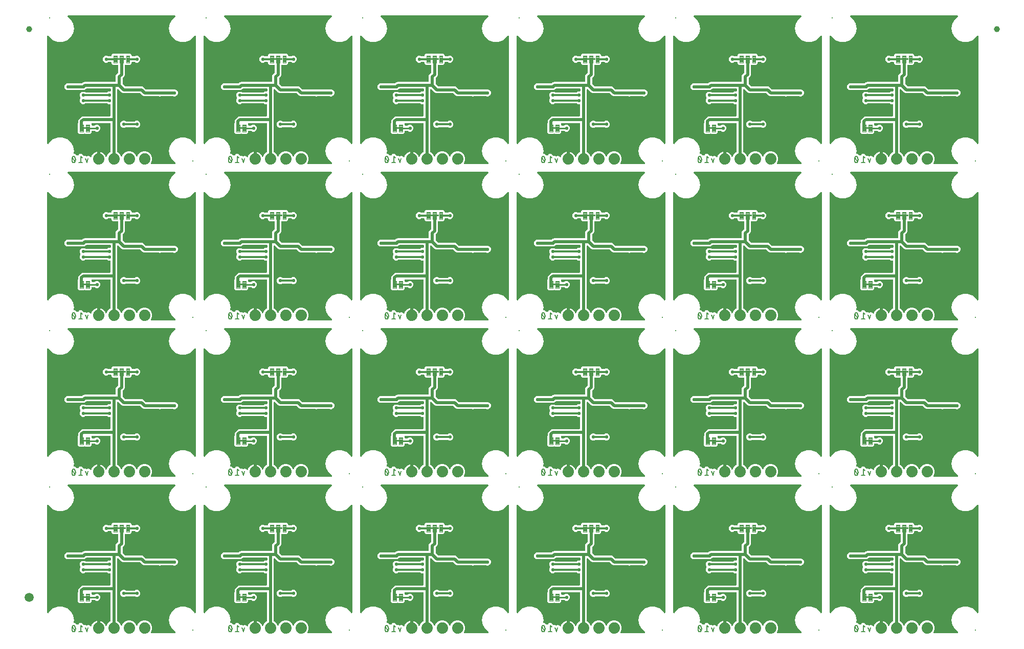
<source format=gbl>
G04 EAGLE Gerber RS-274X export*
G75*
%MOMM*%
%FSLAX34Y34*%
%LPD*%
%INBottom Copper*%
%IPPOS*%
%AMOC8*
5,1,8,0,0,1.08239X$1,22.5*%
G01*
%ADD10C,0.203200*%
%ADD11C,0.200000*%
%ADD12C,0.099059*%
%ADD13C,1.879600*%
%ADD14C,1.000000*%
%ADD15C,1.500000*%
%ADD16C,0.554000*%
%ADD17C,0.508000*%
%ADD18C,0.304800*%
%ADD19C,0.254000*%

G36*
X992645Y263149D02*
X992645Y263149D01*
X992680Y263147D01*
X992802Y263169D01*
X992925Y263185D01*
X992958Y263198D01*
X992993Y263204D01*
X993105Y263256D01*
X993221Y263302D01*
X993249Y263322D01*
X993281Y263337D01*
X993378Y263416D01*
X993478Y263488D01*
X993501Y263516D01*
X993528Y263538D01*
X993601Y263638D01*
X993681Y263733D01*
X993696Y263765D01*
X993717Y263794D01*
X993763Y263909D01*
X993816Y264021D01*
X993823Y264056D01*
X993836Y264089D01*
X993853Y264212D01*
X993876Y264333D01*
X993874Y264369D01*
X993879Y264404D01*
X993864Y264527D01*
X993856Y264651D01*
X993845Y264685D01*
X993841Y264720D01*
X993796Y264836D01*
X993758Y264953D01*
X993739Y264983D01*
X993727Y265016D01*
X993654Y265117D01*
X993588Y265222D01*
X993562Y265246D01*
X993542Y265275D01*
X993425Y265386D01*
X988255Y269724D01*
X984269Y276629D01*
X982885Y284480D01*
X984269Y292331D01*
X988255Y299235D01*
X994362Y304360D01*
X1001854Y307087D01*
X1009826Y307087D01*
X1017318Y304360D01*
X1023425Y299235D01*
X1024807Y296842D01*
X1024895Y296726D01*
X1024980Y296608D01*
X1024991Y296599D01*
X1024999Y296589D01*
X1025113Y296498D01*
X1025225Y296405D01*
X1025238Y296399D01*
X1025248Y296391D01*
X1025382Y296331D01*
X1025513Y296270D01*
X1025526Y296267D01*
X1025539Y296262D01*
X1025683Y296237D01*
X1025826Y296210D01*
X1025839Y296211D01*
X1025852Y296208D01*
X1025998Y296221D01*
X1026143Y296230D01*
X1026156Y296234D01*
X1026169Y296235D01*
X1026307Y296283D01*
X1026445Y296328D01*
X1026457Y296335D01*
X1026470Y296339D01*
X1026591Y296420D01*
X1026714Y296498D01*
X1026723Y296508D01*
X1026735Y296515D01*
X1026832Y296623D01*
X1026932Y296729D01*
X1026939Y296741D01*
X1026948Y296751D01*
X1027015Y296881D01*
X1027086Y297008D01*
X1027089Y297021D01*
X1027095Y297033D01*
X1027129Y297175D01*
X1027165Y297316D01*
X1027166Y297334D01*
X1027168Y297343D01*
X1027168Y297360D01*
X1027175Y297477D01*
X1027175Y474683D01*
X1027157Y474828D01*
X1027142Y474973D01*
X1027137Y474986D01*
X1027135Y474999D01*
X1027082Y475134D01*
X1027031Y475271D01*
X1027023Y475282D01*
X1027018Y475295D01*
X1026933Y475412D01*
X1026850Y475532D01*
X1026839Y475541D01*
X1026832Y475552D01*
X1026720Y475645D01*
X1026609Y475740D01*
X1026597Y475746D01*
X1026587Y475755D01*
X1026455Y475817D01*
X1026324Y475882D01*
X1026311Y475885D01*
X1026299Y475890D01*
X1026157Y475918D01*
X1026013Y475948D01*
X1026000Y475948D01*
X1025987Y475950D01*
X1025842Y475941D01*
X1025696Y475935D01*
X1025682Y475931D01*
X1025669Y475930D01*
X1025531Y475886D01*
X1025391Y475843D01*
X1025379Y475836D01*
X1025367Y475832D01*
X1025244Y475755D01*
X1025119Y475679D01*
X1025109Y475669D01*
X1025098Y475662D01*
X1024998Y475556D01*
X1024896Y475452D01*
X1024886Y475437D01*
X1024880Y475431D01*
X1024872Y475416D01*
X1024807Y475318D01*
X1023425Y472925D01*
X1017318Y467800D01*
X1009826Y465073D01*
X1001854Y465073D01*
X994362Y467800D01*
X988255Y472925D01*
X984269Y479829D01*
X982885Y487680D01*
X984269Y495531D01*
X988255Y502435D01*
X993425Y506774D01*
X993449Y506800D01*
X993478Y506820D01*
X993557Y506916D01*
X993641Y507007D01*
X993658Y507038D01*
X993681Y507065D01*
X993734Y507178D01*
X993793Y507287D01*
X993801Y507321D01*
X993816Y507353D01*
X993839Y507475D01*
X993870Y507595D01*
X993869Y507631D01*
X993876Y507666D01*
X993868Y507789D01*
X993867Y507913D01*
X993858Y507948D01*
X993856Y507983D01*
X993818Y508101D01*
X993786Y508221D01*
X993769Y508252D01*
X993758Y508285D01*
X993692Y508390D01*
X993631Y508499D01*
X993607Y508524D01*
X993588Y508554D01*
X993498Y508639D01*
X993412Y508729D01*
X993382Y508748D01*
X993356Y508772D01*
X993248Y508832D01*
X993143Y508898D01*
X993109Y508909D01*
X993078Y508926D01*
X992958Y508957D01*
X992840Y508994D01*
X992804Y508996D01*
X992770Y509005D01*
X992609Y509015D01*
X815871Y509015D01*
X815835Y509011D01*
X815800Y509013D01*
X815678Y508991D01*
X815555Y508975D01*
X815522Y508962D01*
X815487Y508956D01*
X815375Y508904D01*
X815259Y508858D01*
X815231Y508838D01*
X815199Y508823D01*
X815102Y508744D01*
X815002Y508672D01*
X814979Y508644D01*
X814952Y508622D01*
X814879Y508522D01*
X814799Y508427D01*
X814784Y508395D01*
X814763Y508366D01*
X814717Y508251D01*
X814664Y508139D01*
X814657Y508104D01*
X814644Y508071D01*
X814627Y507948D01*
X814604Y507827D01*
X814606Y507791D01*
X814601Y507756D01*
X814616Y507633D01*
X814624Y507509D01*
X814635Y507475D01*
X814639Y507440D01*
X814684Y507325D01*
X814722Y507207D01*
X814741Y507177D01*
X814753Y507144D01*
X814825Y507043D01*
X814892Y506938D01*
X814918Y506914D01*
X814938Y506885D01*
X815055Y506774D01*
X820225Y502436D01*
X824211Y495531D01*
X825595Y487680D01*
X824211Y479829D01*
X820225Y472925D01*
X814118Y467800D01*
X806626Y465073D01*
X798654Y465073D01*
X791162Y467800D01*
X785055Y472924D01*
X783673Y475318D01*
X783585Y475434D01*
X783500Y475552D01*
X783489Y475561D01*
X783481Y475571D01*
X783367Y475662D01*
X783255Y475755D01*
X783242Y475761D01*
X783232Y475769D01*
X783098Y475829D01*
X782967Y475890D01*
X782954Y475893D01*
X782941Y475898D01*
X782797Y475923D01*
X782654Y475950D01*
X782641Y475949D01*
X782628Y475952D01*
X782482Y475939D01*
X782337Y475930D01*
X782324Y475926D01*
X782311Y475925D01*
X782173Y475877D01*
X782035Y475832D01*
X782023Y475825D01*
X782010Y475821D01*
X781889Y475740D01*
X781766Y475662D01*
X781757Y475652D01*
X781745Y475645D01*
X781648Y475537D01*
X781548Y475431D01*
X781541Y475419D01*
X781532Y475409D01*
X781465Y475279D01*
X781394Y475152D01*
X781391Y475139D01*
X781385Y475127D01*
X781351Y474985D01*
X781315Y474844D01*
X781314Y474826D01*
X781312Y474817D01*
X781312Y474800D01*
X781305Y474683D01*
X781305Y297477D01*
X781323Y297332D01*
X781338Y297187D01*
X781343Y297174D01*
X781345Y297161D01*
X781398Y297026D01*
X781449Y296889D01*
X781457Y296878D01*
X781462Y296865D01*
X781547Y296748D01*
X781630Y296628D01*
X781641Y296619D01*
X781648Y296608D01*
X781761Y296515D01*
X781871Y296420D01*
X781883Y296414D01*
X781893Y296405D01*
X782025Y296343D01*
X782156Y296278D01*
X782169Y296275D01*
X782181Y296270D01*
X782323Y296242D01*
X782467Y296212D01*
X782480Y296212D01*
X782493Y296210D01*
X782638Y296219D01*
X782784Y296225D01*
X782798Y296229D01*
X782811Y296230D01*
X782949Y296274D01*
X783089Y296317D01*
X783101Y296324D01*
X783113Y296328D01*
X783236Y296405D01*
X783361Y296481D01*
X783371Y296491D01*
X783382Y296498D01*
X783482Y296604D01*
X783584Y296708D01*
X783594Y296723D01*
X783600Y296729D01*
X783608Y296744D01*
X783673Y296842D01*
X785055Y299235D01*
X791162Y304360D01*
X798654Y307087D01*
X806626Y307087D01*
X814118Y304360D01*
X820225Y299236D01*
X824211Y292331D01*
X825595Y284480D01*
X825052Y281398D01*
X825049Y281328D01*
X825035Y281258D01*
X825041Y281170D01*
X825037Y281081D01*
X825051Y281011D01*
X825055Y280941D01*
X825083Y280857D01*
X825100Y280769D01*
X825131Y280706D01*
X825153Y280639D01*
X825201Y280563D01*
X825240Y280483D01*
X825285Y280430D01*
X825323Y280370D01*
X825388Y280309D01*
X825446Y280241D01*
X825503Y280200D01*
X825555Y280152D01*
X825633Y280109D01*
X825706Y280058D01*
X825772Y280032D01*
X825833Y279998D01*
X825920Y279976D01*
X826003Y279945D01*
X826073Y279937D01*
X826141Y279919D01*
X826302Y279909D01*
X827103Y279909D01*
X830498Y277484D01*
X830503Y277477D01*
X830556Y277430D01*
X830602Y277376D01*
X830675Y277325D01*
X830742Y277266D01*
X830804Y277234D01*
X830862Y277193D01*
X830945Y277162D01*
X831025Y277121D01*
X831094Y277106D01*
X831160Y277081D01*
X831248Y277071D01*
X831335Y277052D01*
X831406Y277054D01*
X831476Y277046D01*
X831564Y277059D01*
X831653Y277061D01*
X831721Y277081D01*
X831790Y277091D01*
X831873Y277125D01*
X831958Y277150D01*
X832019Y277186D01*
X832084Y277213D01*
X832156Y277266D01*
X832232Y277311D01*
X832327Y277395D01*
X832339Y277403D01*
X832343Y277409D01*
X832353Y277418D01*
X833445Y278509D01*
X833454Y278521D01*
X833538Y278614D01*
X834430Y279728D01*
X834528Y279752D01*
X834554Y279765D01*
X834582Y279773D01*
X834694Y279840D01*
X834809Y279901D01*
X834818Y279909D01*
X836233Y279909D01*
X836247Y279911D01*
X836373Y279916D01*
X837790Y280074D01*
X837877Y280021D01*
X837905Y280012D01*
X837930Y279998D01*
X838056Y279966D01*
X838181Y279928D01*
X838193Y279927D01*
X839193Y278927D01*
X839205Y278918D01*
X839298Y278833D01*
X842267Y276458D01*
X842330Y276420D01*
X842387Y276373D01*
X842465Y276337D01*
X842538Y276292D01*
X842609Y276270D01*
X842676Y276239D01*
X842760Y276224D01*
X842842Y276199D01*
X842916Y276195D01*
X842988Y276182D01*
X843074Y276188D01*
X843160Y276184D01*
X843232Y276199D01*
X843306Y276204D01*
X843461Y276245D01*
X844756Y276677D01*
X846247Y275931D01*
X846275Y275921D01*
X846301Y275906D01*
X846425Y275869D01*
X846547Y275826D01*
X846577Y275823D01*
X846605Y275814D01*
X846735Y275809D01*
X846864Y275798D01*
X846893Y275803D01*
X846923Y275802D01*
X847050Y275829D01*
X847178Y275850D01*
X847205Y275862D01*
X847234Y275868D01*
X847382Y275931D01*
X848874Y276677D01*
X852068Y275612D01*
X852358Y275032D01*
X852438Y274913D01*
X852515Y274791D01*
X852526Y274780D01*
X852535Y274767D01*
X852642Y274672D01*
X852747Y274573D01*
X852760Y274565D01*
X852772Y274555D01*
X852899Y274489D01*
X853025Y274420D01*
X853040Y274416D01*
X853054Y274409D01*
X853194Y274376D01*
X853333Y274340D01*
X853349Y274340D01*
X853364Y274337D01*
X853507Y274340D01*
X853651Y274340D01*
X853666Y274344D01*
X853682Y274344D01*
X853820Y274383D01*
X853959Y274419D01*
X853973Y274426D01*
X853988Y274430D01*
X854112Y274503D01*
X854238Y274572D01*
X854250Y274582D01*
X854263Y274590D01*
X854365Y274691D01*
X854470Y274789D01*
X854479Y274802D01*
X854490Y274813D01*
X854564Y274936D01*
X854641Y275058D01*
X854649Y275077D01*
X854654Y275085D01*
X854659Y275103D01*
X854700Y275207D01*
X855076Y276363D01*
X855929Y278037D01*
X857034Y279558D01*
X858362Y280886D01*
X859883Y281991D01*
X861557Y282844D01*
X863344Y283425D01*
X863601Y283465D01*
X863601Y273050D01*
X863616Y272932D01*
X863623Y272813D01*
X863636Y272775D01*
X863641Y272735D01*
X863684Y272624D01*
X863721Y272511D01*
X863743Y272477D01*
X863758Y272439D01*
X863828Y272343D01*
X863891Y272242D01*
X863921Y272214D01*
X863944Y272182D01*
X864036Y272106D01*
X864123Y272024D01*
X864158Y272005D01*
X864189Y271979D01*
X864297Y271928D01*
X864401Y271871D01*
X864441Y271860D01*
X864477Y271843D01*
X864594Y271821D01*
X864709Y271791D01*
X864770Y271787D01*
X864790Y271783D01*
X864810Y271785D01*
X864870Y271781D01*
X867410Y271781D01*
X867528Y271796D01*
X867647Y271803D01*
X867685Y271816D01*
X867725Y271821D01*
X867836Y271865D01*
X867949Y271901D01*
X867984Y271923D01*
X868021Y271938D01*
X868117Y272008D01*
X868218Y272071D01*
X868246Y272101D01*
X868279Y272125D01*
X868354Y272216D01*
X868436Y272303D01*
X868456Y272338D01*
X868481Y272370D01*
X868532Y272477D01*
X868590Y272582D01*
X868600Y272621D01*
X868617Y272657D01*
X868639Y272774D01*
X868669Y272889D01*
X868673Y272950D01*
X868677Y272970D01*
X868675Y272990D01*
X868679Y273050D01*
X868679Y283465D01*
X868936Y283425D01*
X870723Y282844D01*
X872397Y281991D01*
X873918Y280886D01*
X875246Y279558D01*
X876351Y278037D01*
X877204Y276363D01*
X877355Y275898D01*
X877368Y275871D01*
X877375Y275842D01*
X877435Y275728D01*
X877490Y275610D01*
X877509Y275587D01*
X877523Y275561D01*
X877610Y275465D01*
X877693Y275365D01*
X877717Y275348D01*
X877737Y275326D01*
X877846Y275254D01*
X877950Y275178D01*
X877978Y275167D01*
X878003Y275151D01*
X878126Y275109D01*
X878246Y275061D01*
X878276Y275057D01*
X878304Y275048D01*
X878433Y275037D01*
X878561Y275021D01*
X878591Y275025D01*
X878621Y275022D01*
X878749Y275045D01*
X878877Y275061D01*
X878905Y275072D01*
X878934Y275077D01*
X879052Y275130D01*
X879173Y275178D01*
X879197Y275195D01*
X879224Y275207D01*
X879325Y275288D01*
X879430Y275364D01*
X879449Y275387D01*
X879473Y275406D01*
X879551Y275510D01*
X879633Y275609D01*
X879646Y275636D01*
X879664Y275660D01*
X879735Y275805D01*
X880988Y278830D01*
X884489Y282332D01*
X885168Y282613D01*
X885193Y282627D01*
X885221Y282636D01*
X885331Y282706D01*
X885444Y282770D01*
X885465Y282791D01*
X885490Y282807D01*
X885579Y282901D01*
X885672Y282992D01*
X885688Y283017D01*
X885708Y283038D01*
X885771Y283152D01*
X885839Y283263D01*
X885847Y283291D01*
X885862Y283317D01*
X885894Y283442D01*
X885932Y283567D01*
X885934Y283596D01*
X885941Y283625D01*
X885951Y283785D01*
X885951Y329692D01*
X885936Y329810D01*
X885929Y329929D01*
X885916Y329967D01*
X885911Y330008D01*
X885868Y330118D01*
X885831Y330231D01*
X885809Y330266D01*
X885794Y330303D01*
X885725Y330399D01*
X885661Y330500D01*
X885631Y330528D01*
X885608Y330561D01*
X885516Y330637D01*
X885429Y330718D01*
X885394Y330738D01*
X885363Y330763D01*
X885255Y330814D01*
X885151Y330872D01*
X885111Y330882D01*
X885075Y330899D01*
X884958Y330921D01*
X884843Y330951D01*
X884783Y330955D01*
X884763Y330959D01*
X884742Y330957D01*
X884682Y330961D01*
X856107Y330961D01*
X855989Y330946D01*
X855870Y330939D01*
X855832Y330926D01*
X855791Y330921D01*
X855681Y330878D01*
X855568Y330841D01*
X855533Y330819D01*
X855496Y330804D01*
X855400Y330735D01*
X855299Y330671D01*
X855271Y330641D01*
X855238Y330618D01*
X855162Y330526D01*
X855081Y330439D01*
X855061Y330404D01*
X855036Y330373D01*
X854985Y330265D01*
X854927Y330161D01*
X854917Y330121D01*
X854900Y330085D01*
X854878Y329968D01*
X854848Y329853D01*
X854844Y329793D01*
X854840Y329773D01*
X854842Y329752D01*
X854838Y329692D01*
X854838Y328168D01*
X854853Y328050D01*
X854860Y327931D01*
X854873Y327893D01*
X854878Y327852D01*
X854921Y327742D01*
X854958Y327629D01*
X854980Y327594D01*
X854995Y327557D01*
X855064Y327461D01*
X855128Y327360D01*
X855158Y327332D01*
X855181Y327299D01*
X855273Y327223D01*
X855360Y327142D01*
X855395Y327122D01*
X855426Y327097D01*
X855534Y327046D01*
X855638Y326988D01*
X855678Y326978D01*
X855714Y326961D01*
X855831Y326939D01*
X855946Y326909D01*
X856006Y326905D01*
X856026Y326901D01*
X856047Y326903D01*
X856107Y326899D01*
X859164Y326899D01*
X859262Y326911D01*
X859361Y326914D01*
X859420Y326931D01*
X859480Y326939D01*
X859572Y326975D01*
X859667Y327003D01*
X859719Y327033D01*
X859775Y327056D01*
X859855Y327114D01*
X859941Y327164D01*
X860016Y327230D01*
X860033Y327242D01*
X860040Y327252D01*
X860062Y327270D01*
X860304Y327513D01*
X862443Y328399D01*
X864757Y328399D01*
X866896Y327513D01*
X868533Y325876D01*
X869419Y323737D01*
X869419Y321423D01*
X868533Y319284D01*
X866896Y317647D01*
X864757Y316761D01*
X862443Y316761D01*
X860304Y317647D01*
X860062Y317890D01*
X859983Y317950D01*
X859911Y318018D01*
X859858Y318047D01*
X859810Y318084D01*
X859719Y318124D01*
X859633Y318172D01*
X859574Y318187D01*
X859518Y318211D01*
X859420Y318226D01*
X859325Y318251D01*
X859225Y318257D01*
X859204Y318261D01*
X859192Y318259D01*
X859164Y318261D01*
X856107Y318261D01*
X855989Y318246D01*
X855870Y318239D01*
X855832Y318226D01*
X855791Y318221D01*
X855681Y318178D01*
X855568Y318141D01*
X855533Y318119D01*
X855496Y318104D01*
X855400Y318035D01*
X855299Y317971D01*
X855271Y317941D01*
X855238Y317918D01*
X855162Y317826D01*
X855081Y317739D01*
X855061Y317704D01*
X855036Y317673D01*
X854985Y317565D01*
X854927Y317461D01*
X854917Y317421D01*
X854900Y317385D01*
X854878Y317268D01*
X854848Y317153D01*
X854844Y317093D01*
X854840Y317073D01*
X854842Y317052D01*
X854838Y316992D01*
X854838Y315257D01*
X852762Y313181D01*
X844212Y313181D01*
X844178Y313216D01*
X844083Y313289D01*
X843994Y313368D01*
X843958Y313386D01*
X843926Y313411D01*
X843817Y313458D01*
X843711Y313512D01*
X843671Y313521D01*
X843634Y313537D01*
X843517Y313556D01*
X843401Y313582D01*
X843360Y313581D01*
X843320Y313587D01*
X843202Y313576D01*
X843083Y313572D01*
X843044Y313561D01*
X843004Y313557D01*
X842891Y313517D01*
X842777Y313484D01*
X842743Y313464D01*
X842704Y313450D01*
X842606Y313383D01*
X842503Y313322D01*
X842458Y313283D01*
X842441Y313271D01*
X842428Y313256D01*
X842383Y313216D01*
X842348Y313181D01*
X833798Y313181D01*
X831722Y315257D01*
X831722Y329903D01*
X832112Y330293D01*
X832173Y330371D01*
X832241Y330443D01*
X832270Y330496D01*
X832307Y330544D01*
X832347Y330635D01*
X832395Y330722D01*
X832410Y330780D01*
X832434Y330836D01*
X832449Y330934D01*
X832474Y331030D01*
X832480Y331130D01*
X832484Y331150D01*
X832482Y331162D01*
X832484Y331190D01*
X832484Y334995D01*
X833335Y337049D01*
X837574Y341288D01*
X839628Y342139D01*
X884682Y342139D01*
X884800Y342154D01*
X884919Y342161D01*
X884957Y342174D01*
X884998Y342179D01*
X885108Y342222D01*
X885221Y342259D01*
X885256Y342281D01*
X885293Y342296D01*
X885389Y342365D01*
X885490Y342429D01*
X885518Y342459D01*
X885551Y342482D01*
X885627Y342574D01*
X885708Y342661D01*
X885728Y342696D01*
X885753Y342727D01*
X885804Y342835D01*
X885862Y342939D01*
X885872Y342979D01*
X885889Y343015D01*
X885911Y343132D01*
X885941Y343247D01*
X885945Y343307D01*
X885949Y343327D01*
X885947Y343348D01*
X885951Y343408D01*
X885951Y361212D01*
X885936Y361330D01*
X885929Y361449D01*
X885916Y361487D01*
X885911Y361528D01*
X885868Y361638D01*
X885831Y361751D01*
X885809Y361786D01*
X885794Y361823D01*
X885725Y361919D01*
X885661Y362020D01*
X885631Y362048D01*
X885608Y362081D01*
X885516Y362156D01*
X885429Y362238D01*
X885394Y362258D01*
X885363Y362283D01*
X885255Y362334D01*
X885151Y362392D01*
X885111Y362402D01*
X885075Y362419D01*
X884958Y362441D01*
X884843Y362471D01*
X884783Y362475D01*
X884763Y362479D01*
X884742Y362477D01*
X884682Y362481D01*
X882763Y362481D01*
X880617Y363370D01*
X880557Y363416D01*
X880485Y363484D01*
X880432Y363513D01*
X880384Y363550D01*
X880293Y363590D01*
X880207Y363638D01*
X880148Y363653D01*
X880093Y363677D01*
X879995Y363692D01*
X879899Y363717D01*
X879799Y363723D01*
X879778Y363727D01*
X879766Y363725D01*
X879738Y363727D01*
X844922Y363727D01*
X844824Y363715D01*
X844725Y363712D01*
X844666Y363695D01*
X844606Y363687D01*
X844514Y363651D01*
X844419Y363623D01*
X844367Y363593D01*
X844311Y363570D01*
X844231Y363512D01*
X844145Y363462D01*
X844070Y363396D01*
X844053Y363384D01*
X844046Y363374D01*
X844039Y363368D01*
X841897Y362481D01*
X839583Y362481D01*
X837444Y363367D01*
X835807Y365004D01*
X834921Y367143D01*
X834921Y369457D01*
X835807Y371596D01*
X836059Y371848D01*
X836132Y371942D01*
X836210Y372031D01*
X836229Y372067D01*
X836254Y372099D01*
X836301Y372208D01*
X836355Y372314D01*
X836364Y372354D01*
X836380Y372391D01*
X836399Y372508D01*
X836425Y372624D01*
X836423Y372665D01*
X836430Y372705D01*
X836419Y372824D01*
X836415Y372942D01*
X836404Y372981D01*
X836400Y373021D01*
X836360Y373133D01*
X836327Y373248D01*
X836306Y373283D01*
X836292Y373321D01*
X836226Y373419D01*
X836165Y373522D01*
X836125Y373567D01*
X836114Y373584D01*
X836098Y373597D01*
X836059Y373643D01*
X835807Y373894D01*
X834921Y376033D01*
X834921Y378347D01*
X835807Y380486D01*
X837444Y382123D01*
X839567Y383002D01*
X839688Y383071D01*
X839811Y383136D01*
X839826Y383150D01*
X839844Y383160D01*
X839943Y383257D01*
X840046Y383350D01*
X840057Y383367D01*
X840072Y383381D01*
X840145Y383500D01*
X840221Y383616D01*
X840228Y383635D01*
X840238Y383652D01*
X840279Y383785D01*
X840324Y383917D01*
X840326Y383937D01*
X840332Y383956D01*
X840338Y384095D01*
X840349Y384234D01*
X840346Y384254D01*
X840347Y384274D01*
X840319Y384410D01*
X840295Y384547D01*
X840287Y384566D01*
X840283Y384585D01*
X840221Y384710D01*
X840164Y384837D01*
X840152Y384853D01*
X840143Y384871D01*
X840053Y384977D01*
X839966Y385085D01*
X839950Y385098D01*
X839937Y385113D01*
X839823Y385193D01*
X839712Y385277D01*
X839687Y385289D01*
X839677Y385296D01*
X839657Y385303D01*
X839567Y385348D01*
X839261Y385475D01*
X839252Y385477D01*
X839243Y385482D01*
X839098Y385519D01*
X838954Y385559D01*
X838945Y385559D01*
X838936Y385561D01*
X838775Y385571D01*
X817305Y385571D01*
X817296Y385570D01*
X817287Y385571D01*
X817138Y385550D01*
X816990Y385531D01*
X816981Y385528D01*
X816972Y385527D01*
X816819Y385475D01*
X816497Y385341D01*
X814183Y385341D01*
X812044Y386227D01*
X810407Y387864D01*
X809521Y390003D01*
X809521Y392317D01*
X810407Y394456D01*
X812044Y396093D01*
X814183Y396979D01*
X816497Y396979D01*
X816819Y396845D01*
X816828Y396843D01*
X816837Y396838D01*
X816981Y396801D01*
X817126Y396761D01*
X817135Y396761D01*
X817144Y396759D01*
X817305Y396749D01*
X837899Y396749D01*
X837998Y396761D01*
X838097Y396764D01*
X838155Y396781D01*
X838215Y396789D01*
X838307Y396825D01*
X838402Y396853D01*
X838454Y396883D01*
X838511Y396906D01*
X838591Y396964D01*
X838676Y397014D01*
X838751Y397080D01*
X838768Y397092D01*
X838776Y397102D01*
X838797Y397120D01*
X840114Y398438D01*
X842168Y399289D01*
X893572Y399289D01*
X893690Y399304D01*
X893809Y399311D01*
X893847Y399324D01*
X893888Y399329D01*
X893998Y399372D01*
X894111Y399409D01*
X894146Y399431D01*
X894183Y399446D01*
X894279Y399515D01*
X894380Y399579D01*
X894408Y399609D01*
X894441Y399632D01*
X894517Y399724D01*
X894598Y399811D01*
X894618Y399846D01*
X894643Y399877D01*
X894694Y399985D01*
X894752Y400089D01*
X894762Y400129D01*
X894779Y400165D01*
X894801Y400282D01*
X894831Y400397D01*
X894835Y400457D01*
X894839Y400477D01*
X894837Y400498D01*
X894841Y400558D01*
X894841Y408782D01*
X895692Y410836D01*
X898280Y413423D01*
X898340Y413501D01*
X898408Y413574D01*
X898437Y413627D01*
X898474Y413674D01*
X898514Y413765D01*
X898562Y413852D01*
X898577Y413911D01*
X898601Y413966D01*
X898616Y414064D01*
X898641Y414160D01*
X898647Y414260D01*
X898651Y414280D01*
X898649Y414293D01*
X898651Y414321D01*
X898651Y426212D01*
X898636Y426330D01*
X898629Y426449D01*
X898616Y426487D01*
X898611Y426528D01*
X898568Y426638D01*
X898531Y426751D01*
X898509Y426786D01*
X898494Y426823D01*
X898425Y426919D01*
X898361Y427020D01*
X898331Y427048D01*
X898308Y427081D01*
X898216Y427157D01*
X898129Y427238D01*
X898094Y427258D01*
X898063Y427283D01*
X897955Y427334D01*
X897851Y427392D01*
X897811Y427402D01*
X897775Y427419D01*
X897658Y427441D01*
X897543Y427471D01*
X897483Y427475D01*
X897463Y427479D01*
X897442Y427477D01*
X897382Y427481D01*
X889551Y427481D01*
X887475Y429557D01*
X887475Y431038D01*
X887460Y431156D01*
X887453Y431275D01*
X887440Y431313D01*
X887435Y431354D01*
X887392Y431464D01*
X887355Y431577D01*
X887333Y431612D01*
X887318Y431649D01*
X887249Y431745D01*
X887185Y431846D01*
X887155Y431874D01*
X887132Y431907D01*
X887040Y431983D01*
X886953Y432064D01*
X886918Y432084D01*
X886887Y432109D01*
X886779Y432160D01*
X886675Y432218D01*
X886635Y432228D01*
X886599Y432245D01*
X886482Y432267D01*
X886367Y432297D01*
X886307Y432301D01*
X886287Y432305D01*
X886266Y432303D01*
X886206Y432307D01*
X883022Y432307D01*
X882924Y432295D01*
X882825Y432292D01*
X882766Y432275D01*
X882706Y432267D01*
X882614Y432231D01*
X882519Y432203D01*
X882467Y432173D01*
X882411Y432150D01*
X882331Y432092D01*
X882245Y432042D01*
X882170Y431976D01*
X882153Y431964D01*
X882146Y431954D01*
X882139Y431948D01*
X879997Y431061D01*
X877683Y431061D01*
X875544Y431947D01*
X873907Y433584D01*
X873021Y435723D01*
X873021Y438037D01*
X873907Y440176D01*
X875544Y441813D01*
X877683Y442699D01*
X879997Y442699D01*
X882143Y441810D01*
X882203Y441764D01*
X882275Y441696D01*
X882328Y441667D01*
X882376Y441630D01*
X882467Y441590D01*
X882553Y441542D01*
X882612Y441527D01*
X882668Y441503D01*
X882766Y441488D01*
X882861Y441463D01*
X882961Y441457D01*
X882982Y441453D01*
X882994Y441455D01*
X883022Y441453D01*
X886206Y441453D01*
X886324Y441468D01*
X886443Y441475D01*
X886481Y441488D01*
X886522Y441493D01*
X886632Y441536D01*
X886745Y441573D01*
X886780Y441595D01*
X886817Y441610D01*
X886913Y441679D01*
X887014Y441743D01*
X887042Y441773D01*
X887075Y441796D01*
X887151Y441888D01*
X887232Y441975D01*
X887252Y442010D01*
X887277Y442041D01*
X887328Y442149D01*
X887386Y442253D01*
X887396Y442293D01*
X887413Y442329D01*
X887435Y442446D01*
X887465Y442561D01*
X887469Y442621D01*
X887473Y442641D01*
X887471Y442662D01*
X887475Y442722D01*
X887475Y444203D01*
X889551Y446279D01*
X898101Y446279D01*
X898136Y446244D01*
X898230Y446171D01*
X898241Y446160D01*
X898243Y446159D01*
X898319Y446092D01*
X898355Y446074D01*
X898387Y446049D01*
X898496Y446002D01*
X898602Y445948D01*
X898642Y445939D01*
X898679Y445923D01*
X898796Y445904D01*
X898912Y445878D01*
X898953Y445879D01*
X898993Y445873D01*
X899112Y445884D01*
X899230Y445888D01*
X899269Y445899D01*
X899309Y445903D01*
X899421Y445943D01*
X899536Y445976D01*
X899571Y445997D01*
X899609Y446010D01*
X899707Y446077D01*
X899810Y446138D01*
X899855Y446177D01*
X899872Y446189D01*
X899885Y446204D01*
X899931Y446244D01*
X899965Y446279D01*
X908515Y446279D01*
X908550Y446244D01*
X908644Y446171D01*
X908655Y446160D01*
X908657Y446159D01*
X908733Y446092D01*
X908769Y446074D01*
X908801Y446049D01*
X908910Y446002D01*
X909016Y445948D01*
X909056Y445939D01*
X909093Y445923D01*
X909210Y445904D01*
X909326Y445878D01*
X909367Y445879D01*
X909407Y445873D01*
X909526Y445884D01*
X909644Y445888D01*
X909683Y445899D01*
X909723Y445903D01*
X909835Y445943D01*
X909950Y445976D01*
X909985Y445997D01*
X910023Y446010D01*
X910121Y446077D01*
X910224Y446138D01*
X910269Y446177D01*
X910286Y446189D01*
X910299Y446204D01*
X910345Y446244D01*
X910379Y446279D01*
X918929Y446279D01*
X921005Y444203D01*
X921005Y442722D01*
X921020Y442604D01*
X921027Y442485D01*
X921040Y442447D01*
X921045Y442406D01*
X921088Y442296D01*
X921125Y442183D01*
X921147Y442148D01*
X921162Y442111D01*
X921231Y442015D01*
X921295Y441914D01*
X921325Y441886D01*
X921348Y441853D01*
X921440Y441777D01*
X921527Y441696D01*
X921562Y441676D01*
X921593Y441651D01*
X921701Y441600D01*
X921805Y441542D01*
X921845Y441532D01*
X921881Y441515D01*
X921998Y441493D01*
X922113Y441463D01*
X922173Y441459D01*
X922193Y441455D01*
X922214Y441457D01*
X922274Y441453D01*
X925458Y441453D01*
X925556Y441465D01*
X925655Y441468D01*
X925714Y441485D01*
X925774Y441493D01*
X925866Y441529D01*
X925961Y441557D01*
X926013Y441587D01*
X926069Y441610D01*
X926149Y441668D01*
X926235Y441718D01*
X926310Y441784D01*
X926327Y441796D01*
X926334Y441806D01*
X926341Y441812D01*
X928483Y442699D01*
X930797Y442699D01*
X932936Y441813D01*
X934573Y440176D01*
X935459Y438037D01*
X935459Y435723D01*
X934573Y433584D01*
X932936Y431947D01*
X930797Y431061D01*
X928483Y431061D01*
X926337Y431950D01*
X926277Y431996D01*
X926205Y432064D01*
X926152Y432093D01*
X926104Y432130D01*
X926013Y432170D01*
X925927Y432218D01*
X925868Y432233D01*
X925812Y432257D01*
X925714Y432272D01*
X925619Y432297D01*
X925519Y432303D01*
X925498Y432307D01*
X925486Y432305D01*
X925458Y432307D01*
X922274Y432307D01*
X922156Y432292D01*
X922037Y432285D01*
X921999Y432272D01*
X921958Y432267D01*
X921848Y432224D01*
X921735Y432187D01*
X921700Y432165D01*
X921663Y432150D01*
X921567Y432081D01*
X921466Y432017D01*
X921438Y431987D01*
X921405Y431964D01*
X921329Y431872D01*
X921248Y431785D01*
X921228Y431750D01*
X921203Y431719D01*
X921152Y431611D01*
X921094Y431507D01*
X921084Y431467D01*
X921067Y431431D01*
X921045Y431314D01*
X921015Y431199D01*
X921011Y431139D01*
X921007Y431119D01*
X921009Y431098D01*
X921005Y431038D01*
X921005Y429557D01*
X918929Y427481D01*
X911098Y427481D01*
X910980Y427466D01*
X910861Y427459D01*
X910823Y427446D01*
X910782Y427441D01*
X910672Y427398D01*
X910559Y427361D01*
X910524Y427339D01*
X910487Y427324D01*
X910391Y427255D01*
X910290Y427191D01*
X910262Y427161D01*
X910229Y427138D01*
X910153Y427046D01*
X910072Y426959D01*
X910052Y426924D01*
X910027Y426893D01*
X909976Y426785D01*
X909918Y426681D01*
X909908Y426641D01*
X909891Y426605D01*
X909869Y426488D01*
X909839Y426373D01*
X909835Y426313D01*
X909831Y426293D01*
X909833Y426272D01*
X909829Y426212D01*
X909829Y410368D01*
X908978Y408314D01*
X906390Y405727D01*
X906330Y405649D01*
X906262Y405576D01*
X906233Y405523D01*
X906196Y405476D01*
X906156Y405385D01*
X906108Y405298D01*
X906093Y405239D01*
X906069Y405184D01*
X906054Y405086D01*
X906029Y404990D01*
X906023Y404890D01*
X906019Y404870D01*
X906021Y404857D01*
X906019Y404829D01*
X906019Y396541D01*
X906031Y396442D01*
X906034Y396343D01*
X906051Y396285D01*
X906059Y396225D01*
X906095Y396133D01*
X906123Y396038D01*
X906153Y395986D01*
X906176Y395929D01*
X906234Y395849D01*
X906284Y395764D01*
X906350Y395689D01*
X906362Y395672D01*
X906372Y395664D01*
X906390Y395643D01*
X909993Y392040D01*
X910071Y391980D01*
X910144Y391912D01*
X910197Y391883D01*
X910244Y391846D01*
X910335Y391806D01*
X910422Y391758D01*
X910481Y391743D01*
X910536Y391719D01*
X910634Y391704D01*
X910730Y391679D01*
X910830Y391673D01*
X910850Y391669D01*
X910863Y391671D01*
X910891Y391669D01*
X938372Y391669D01*
X940426Y390818D01*
X944283Y386960D01*
X944361Y386900D01*
X944434Y386832D01*
X944487Y386803D01*
X944534Y386766D01*
X944625Y386726D01*
X944712Y386678D01*
X944771Y386663D01*
X944826Y386639D01*
X944924Y386624D01*
X945020Y386599D01*
X945120Y386593D01*
X945140Y386589D01*
X945153Y386591D01*
X945181Y386589D01*
X965775Y386589D01*
X965784Y386590D01*
X965793Y386589D01*
X965942Y386610D01*
X966090Y386629D01*
X966099Y386632D01*
X966108Y386633D01*
X966261Y386685D01*
X966583Y386819D01*
X968897Y386819D01*
X969219Y386685D01*
X969228Y386683D01*
X969237Y386678D01*
X969381Y386641D01*
X969526Y386601D01*
X969535Y386601D01*
X969544Y386599D01*
X969705Y386589D01*
X989905Y386589D01*
X989914Y386590D01*
X989923Y386589D01*
X990072Y386610D01*
X990220Y386629D01*
X990229Y386632D01*
X990238Y386633D01*
X990391Y386685D01*
X990713Y386819D01*
X993027Y386819D01*
X995166Y385933D01*
X996803Y384296D01*
X997689Y382157D01*
X997689Y379843D01*
X996803Y377704D01*
X995166Y376067D01*
X993027Y375181D01*
X990713Y375181D01*
X990391Y375315D01*
X990382Y375317D01*
X990373Y375322D01*
X990229Y375359D01*
X990084Y375399D01*
X990075Y375399D01*
X990066Y375401D01*
X989905Y375411D01*
X969705Y375411D01*
X969696Y375410D01*
X969687Y375411D01*
X969538Y375390D01*
X969390Y375371D01*
X969381Y375368D01*
X969372Y375367D01*
X969219Y375315D01*
X968897Y375181D01*
X966583Y375181D01*
X966261Y375315D01*
X966252Y375317D01*
X966243Y375322D01*
X966099Y375359D01*
X965954Y375399D01*
X965945Y375399D01*
X965936Y375401D01*
X965775Y375411D01*
X941228Y375411D01*
X939174Y376262D01*
X935317Y380120D01*
X935239Y380180D01*
X935166Y380248D01*
X935113Y380277D01*
X935066Y380314D01*
X934975Y380354D01*
X934888Y380402D01*
X934829Y380417D01*
X934774Y380441D01*
X934676Y380456D01*
X934580Y380481D01*
X934480Y380487D01*
X934460Y380491D01*
X934447Y380489D01*
X934419Y380491D01*
X906938Y380491D01*
X904884Y381342D01*
X899295Y386931D01*
X899186Y387016D01*
X899079Y387105D01*
X899060Y387113D01*
X899044Y387126D01*
X898916Y387181D01*
X898791Y387240D01*
X898771Y387244D01*
X898752Y387252D01*
X898614Y387274D01*
X898478Y387300D01*
X898458Y387299D01*
X898438Y387302D01*
X898299Y387289D01*
X898161Y387280D01*
X898142Y387274D01*
X898122Y387272D01*
X897990Y387225D01*
X897859Y387182D01*
X897841Y387171D01*
X897822Y387165D01*
X897707Y387087D01*
X897590Y387012D01*
X897576Y386997D01*
X897559Y386986D01*
X897467Y386882D01*
X897372Y386781D01*
X897362Y386763D01*
X897349Y386748D01*
X897285Y386623D01*
X897218Y386502D01*
X897213Y386482D01*
X897204Y386464D01*
X897174Y386329D01*
X897139Y386194D01*
X897137Y386166D01*
X897134Y386154D01*
X897135Y386134D01*
X897129Y386033D01*
X897129Y283785D01*
X897132Y283756D01*
X897130Y283727D01*
X897152Y283599D01*
X897169Y283470D01*
X897179Y283442D01*
X897184Y283413D01*
X897238Y283295D01*
X897286Y283174D01*
X897303Y283150D01*
X897315Y283123D01*
X897396Y283022D01*
X897472Y282917D01*
X897495Y282898D01*
X897514Y282875D01*
X897617Y282797D01*
X897717Y282714D01*
X897744Y282701D01*
X897768Y282684D01*
X897912Y282613D01*
X898591Y282332D01*
X902092Y278830D01*
X903067Y276475D01*
X903136Y276355D01*
X903201Y276232D01*
X903215Y276217D01*
X903225Y276199D01*
X903322Y276099D01*
X903415Y275996D01*
X903432Y275985D01*
X903446Y275971D01*
X903564Y275898D01*
X903681Y275822D01*
X903700Y275815D01*
X903717Y275804D01*
X903850Y275764D01*
X903982Y275718D01*
X904002Y275717D01*
X904021Y275711D01*
X904160Y275704D01*
X904299Y275693D01*
X904319Y275697D01*
X904339Y275696D01*
X904475Y275724D01*
X904612Y275748D01*
X904631Y275756D01*
X904650Y275760D01*
X904775Y275821D01*
X904902Y275878D01*
X904918Y275891D01*
X904936Y275900D01*
X905042Y275990D01*
X905150Y276077D01*
X905163Y276093D01*
X905178Y276106D01*
X905258Y276220D01*
X905342Y276331D01*
X905354Y276356D01*
X905361Y276366D01*
X905368Y276385D01*
X905413Y276475D01*
X906388Y278830D01*
X909890Y282332D01*
X914464Y284227D01*
X919416Y284227D01*
X923990Y282332D01*
X927492Y278830D01*
X928467Y276475D01*
X928536Y276355D01*
X928601Y276232D01*
X928615Y276217D01*
X928625Y276199D01*
X928722Y276099D01*
X928815Y275996D01*
X928832Y275985D01*
X928846Y275971D01*
X928964Y275898D01*
X929081Y275822D01*
X929100Y275815D01*
X929117Y275804D01*
X929250Y275764D01*
X929382Y275718D01*
X929402Y275717D01*
X929421Y275711D01*
X929560Y275704D01*
X929699Y275693D01*
X929719Y275697D01*
X929739Y275696D01*
X929875Y275724D01*
X930012Y275748D01*
X930031Y275756D01*
X930050Y275760D01*
X930175Y275821D01*
X930302Y275878D01*
X930318Y275891D01*
X930336Y275900D01*
X930442Y275990D01*
X930550Y276077D01*
X930563Y276093D01*
X930578Y276106D01*
X930658Y276220D01*
X930742Y276331D01*
X930754Y276356D01*
X930761Y276366D01*
X930768Y276385D01*
X930813Y276475D01*
X931788Y278830D01*
X935290Y282332D01*
X939864Y284227D01*
X944816Y284227D01*
X949390Y282332D01*
X952892Y278830D01*
X954787Y274256D01*
X954787Y269304D01*
X952962Y264900D01*
X952949Y264852D01*
X952928Y264807D01*
X952907Y264699D01*
X952878Y264593D01*
X952878Y264543D01*
X952868Y264494D01*
X952875Y264385D01*
X952873Y264275D01*
X952885Y264227D01*
X952888Y264177D01*
X952922Y264073D01*
X952947Y263966D01*
X952971Y263922D01*
X952986Y263875D01*
X953045Y263782D01*
X953096Y263685D01*
X953130Y263648D01*
X953156Y263606D01*
X953236Y263531D01*
X953310Y263449D01*
X953352Y263422D01*
X953388Y263388D01*
X953484Y263335D01*
X953576Y263275D01*
X953623Y263258D01*
X953666Y263234D01*
X953773Y263207D01*
X953877Y263171D01*
X953926Y263167D01*
X953974Y263155D01*
X954135Y263145D01*
X992609Y263145D01*
X992645Y263149D01*
G37*
G36*
X733565Y263149D02*
X733565Y263149D01*
X733600Y263147D01*
X733722Y263169D01*
X733845Y263185D01*
X733878Y263198D01*
X733913Y263204D01*
X734025Y263256D01*
X734141Y263302D01*
X734169Y263322D01*
X734201Y263337D01*
X734298Y263416D01*
X734398Y263488D01*
X734421Y263516D01*
X734448Y263538D01*
X734521Y263638D01*
X734601Y263733D01*
X734616Y263765D01*
X734637Y263794D01*
X734683Y263909D01*
X734736Y264021D01*
X734743Y264056D01*
X734756Y264089D01*
X734773Y264212D01*
X734796Y264333D01*
X734794Y264369D01*
X734799Y264404D01*
X734784Y264527D01*
X734776Y264651D01*
X734765Y264685D01*
X734761Y264720D01*
X734716Y264836D01*
X734678Y264953D01*
X734659Y264983D01*
X734647Y265016D01*
X734574Y265117D01*
X734508Y265222D01*
X734482Y265246D01*
X734462Y265275D01*
X734345Y265386D01*
X729175Y269724D01*
X725189Y276629D01*
X723805Y284480D01*
X725189Y292331D01*
X729175Y299235D01*
X735282Y304360D01*
X742774Y307087D01*
X750746Y307087D01*
X758238Y304360D01*
X764345Y299236D01*
X765727Y296842D01*
X765815Y296726D01*
X765900Y296608D01*
X765911Y296599D01*
X765919Y296589D01*
X766033Y296498D01*
X766145Y296405D01*
X766158Y296399D01*
X766168Y296391D01*
X766302Y296331D01*
X766433Y296270D01*
X766446Y296267D01*
X766459Y296262D01*
X766603Y296237D01*
X766746Y296210D01*
X766759Y296211D01*
X766772Y296208D01*
X766918Y296221D01*
X767063Y296230D01*
X767076Y296234D01*
X767089Y296235D01*
X767227Y296283D01*
X767365Y296328D01*
X767377Y296335D01*
X767390Y296339D01*
X767511Y296420D01*
X767634Y296498D01*
X767643Y296508D01*
X767655Y296515D01*
X767752Y296623D01*
X767852Y296729D01*
X767859Y296741D01*
X767868Y296751D01*
X767935Y296881D01*
X768006Y297008D01*
X768009Y297021D01*
X768015Y297033D01*
X768049Y297175D01*
X768085Y297316D01*
X768086Y297334D01*
X768088Y297343D01*
X768088Y297360D01*
X768095Y297477D01*
X768095Y474683D01*
X768077Y474828D01*
X768062Y474973D01*
X768057Y474986D01*
X768055Y474999D01*
X768002Y475134D01*
X767951Y475271D01*
X767943Y475282D01*
X767938Y475295D01*
X767853Y475412D01*
X767770Y475532D01*
X767759Y475541D01*
X767752Y475552D01*
X767640Y475645D01*
X767529Y475740D01*
X767517Y475746D01*
X767507Y475755D01*
X767375Y475817D01*
X767244Y475882D01*
X767231Y475885D01*
X767219Y475890D01*
X767077Y475918D01*
X766933Y475948D01*
X766920Y475948D01*
X766907Y475950D01*
X766762Y475941D01*
X766616Y475935D01*
X766602Y475931D01*
X766589Y475930D01*
X766451Y475886D01*
X766311Y475843D01*
X766299Y475836D01*
X766287Y475832D01*
X766164Y475755D01*
X766039Y475679D01*
X766029Y475669D01*
X766018Y475662D01*
X765918Y475556D01*
X765816Y475452D01*
X765806Y475437D01*
X765800Y475431D01*
X765792Y475416D01*
X765727Y475318D01*
X764345Y472925D01*
X758238Y467800D01*
X750746Y465073D01*
X742774Y465073D01*
X735282Y467800D01*
X729175Y472924D01*
X725189Y479829D01*
X723805Y487680D01*
X725189Y495531D01*
X729175Y502435D01*
X734345Y506774D01*
X734369Y506800D01*
X734398Y506820D01*
X734477Y506916D01*
X734561Y507007D01*
X734578Y507038D01*
X734601Y507065D01*
X734654Y507178D01*
X734713Y507287D01*
X734721Y507321D01*
X734736Y507353D01*
X734759Y507475D01*
X734790Y507595D01*
X734789Y507631D01*
X734796Y507666D01*
X734788Y507789D01*
X734787Y507913D01*
X734778Y507948D01*
X734776Y507983D01*
X734738Y508101D01*
X734706Y508221D01*
X734689Y508252D01*
X734678Y508285D01*
X734612Y508390D01*
X734551Y508499D01*
X734527Y508524D01*
X734508Y508554D01*
X734418Y508639D01*
X734332Y508729D01*
X734302Y508748D01*
X734276Y508772D01*
X734168Y508832D01*
X734063Y508898D01*
X734029Y508909D01*
X733998Y508926D01*
X733878Y508957D01*
X733760Y508994D01*
X733724Y508996D01*
X733690Y509005D01*
X733529Y509015D01*
X556791Y509015D01*
X556755Y509011D01*
X556720Y509013D01*
X556598Y508991D01*
X556475Y508975D01*
X556442Y508962D01*
X556407Y508956D01*
X556295Y508904D01*
X556179Y508858D01*
X556151Y508838D01*
X556119Y508823D01*
X556022Y508744D01*
X555922Y508672D01*
X555899Y508644D01*
X555872Y508622D01*
X555799Y508522D01*
X555719Y508427D01*
X555704Y508395D01*
X555683Y508366D01*
X555637Y508251D01*
X555584Y508139D01*
X555577Y508104D01*
X555564Y508071D01*
X555547Y507948D01*
X555524Y507827D01*
X555526Y507791D01*
X555521Y507756D01*
X555536Y507633D01*
X555544Y507509D01*
X555555Y507475D01*
X555559Y507440D01*
X555604Y507324D01*
X555642Y507207D01*
X555661Y507177D01*
X555673Y507144D01*
X555746Y507043D01*
X555812Y506938D01*
X555838Y506914D01*
X555858Y506885D01*
X555975Y506774D01*
X561145Y502436D01*
X565131Y495531D01*
X566515Y487680D01*
X565131Y479829D01*
X561145Y472925D01*
X555038Y467800D01*
X547546Y465073D01*
X539574Y465073D01*
X532082Y467800D01*
X525975Y472925D01*
X524593Y475318D01*
X524505Y475434D01*
X524420Y475552D01*
X524409Y475561D01*
X524401Y475571D01*
X524287Y475662D01*
X524175Y475755D01*
X524162Y475761D01*
X524152Y475769D01*
X524018Y475829D01*
X523887Y475890D01*
X523874Y475893D01*
X523861Y475898D01*
X523717Y475923D01*
X523574Y475950D01*
X523561Y475949D01*
X523548Y475952D01*
X523402Y475939D01*
X523257Y475930D01*
X523244Y475926D01*
X523231Y475925D01*
X523093Y475877D01*
X522955Y475832D01*
X522943Y475825D01*
X522930Y475821D01*
X522809Y475740D01*
X522686Y475662D01*
X522677Y475652D01*
X522665Y475645D01*
X522568Y475537D01*
X522468Y475431D01*
X522461Y475419D01*
X522452Y475409D01*
X522385Y475279D01*
X522314Y475152D01*
X522311Y475139D01*
X522305Y475127D01*
X522271Y474985D01*
X522235Y474844D01*
X522234Y474826D01*
X522232Y474817D01*
X522232Y474800D01*
X522225Y474683D01*
X522225Y297477D01*
X522243Y297332D01*
X522258Y297187D01*
X522263Y297174D01*
X522265Y297161D01*
X522318Y297026D01*
X522369Y296889D01*
X522377Y296878D01*
X522382Y296865D01*
X522467Y296748D01*
X522550Y296628D01*
X522561Y296619D01*
X522568Y296608D01*
X522681Y296515D01*
X522791Y296420D01*
X522803Y296414D01*
X522813Y296405D01*
X522945Y296343D01*
X523076Y296278D01*
X523089Y296275D01*
X523101Y296270D01*
X523243Y296242D01*
X523387Y296212D01*
X523400Y296212D01*
X523413Y296210D01*
X523558Y296219D01*
X523704Y296225D01*
X523718Y296229D01*
X523731Y296230D01*
X523869Y296274D01*
X524009Y296317D01*
X524021Y296324D01*
X524033Y296328D01*
X524156Y296405D01*
X524281Y296481D01*
X524291Y296491D01*
X524302Y296498D01*
X524402Y296604D01*
X524504Y296708D01*
X524514Y296723D01*
X524520Y296729D01*
X524528Y296744D01*
X524593Y296842D01*
X525975Y299235D01*
X532082Y304360D01*
X539574Y307087D01*
X547546Y307087D01*
X555038Y304360D01*
X561145Y299236D01*
X565131Y292331D01*
X566515Y284480D01*
X565972Y281398D01*
X565969Y281328D01*
X565955Y281258D01*
X565961Y281170D01*
X565957Y281081D01*
X565971Y281011D01*
X565975Y280941D01*
X566003Y280857D01*
X566020Y280769D01*
X566051Y280706D01*
X566073Y280639D01*
X566121Y280563D01*
X566160Y280483D01*
X566205Y280430D01*
X566243Y280370D01*
X566308Y280309D01*
X566366Y280241D01*
X566423Y280200D01*
X566475Y280152D01*
X566553Y280109D01*
X566626Y280058D01*
X566692Y280032D01*
X566753Y279998D01*
X566840Y279976D01*
X566923Y279945D01*
X566993Y279937D01*
X567061Y279919D01*
X567222Y279909D01*
X568023Y279909D01*
X571418Y277484D01*
X571423Y277477D01*
X571476Y277430D01*
X571522Y277376D01*
X571595Y277325D01*
X571662Y277266D01*
X571724Y277234D01*
X571782Y277193D01*
X571865Y277162D01*
X571945Y277121D01*
X572014Y277106D01*
X572080Y277081D01*
X572168Y277071D01*
X572255Y277052D01*
X572326Y277054D01*
X572396Y277046D01*
X572484Y277059D01*
X572573Y277061D01*
X572641Y277081D01*
X572710Y277091D01*
X572793Y277125D01*
X572878Y277150D01*
X572939Y277186D01*
X573004Y277213D01*
X573076Y277266D01*
X573152Y277311D01*
X573247Y277395D01*
X573259Y277403D01*
X573263Y277409D01*
X573273Y277418D01*
X574365Y278509D01*
X574374Y278521D01*
X574458Y278614D01*
X575350Y279728D01*
X575448Y279752D01*
X575474Y279765D01*
X575502Y279773D01*
X575614Y279840D01*
X575729Y279901D01*
X575738Y279909D01*
X577153Y279909D01*
X577167Y279911D01*
X577293Y279916D01*
X578710Y280074D01*
X578797Y280021D01*
X578825Y280012D01*
X578850Y279998D01*
X578976Y279966D01*
X579101Y279928D01*
X579113Y279927D01*
X580113Y278927D01*
X580125Y278918D01*
X580218Y278833D01*
X583187Y276458D01*
X583250Y276420D01*
X583307Y276373D01*
X583385Y276337D01*
X583458Y276292D01*
X583529Y276270D01*
X583596Y276239D01*
X583680Y276224D01*
X583762Y276199D01*
X583836Y276195D01*
X583908Y276182D01*
X583994Y276188D01*
X584080Y276184D01*
X584152Y276199D01*
X584226Y276204D01*
X584381Y276245D01*
X585676Y276677D01*
X587167Y275931D01*
X587195Y275921D01*
X587221Y275906D01*
X587345Y275869D01*
X587467Y275826D01*
X587497Y275823D01*
X587525Y275814D01*
X587655Y275809D01*
X587784Y275798D01*
X587813Y275803D01*
X587843Y275802D01*
X587970Y275829D01*
X588098Y275850D01*
X588125Y275862D01*
X588154Y275868D01*
X588302Y275931D01*
X589794Y276677D01*
X592988Y275612D01*
X593278Y275032D01*
X593358Y274913D01*
X593435Y274791D01*
X593446Y274780D01*
X593455Y274767D01*
X593562Y274672D01*
X593667Y274573D01*
X593680Y274565D01*
X593692Y274555D01*
X593819Y274489D01*
X593945Y274420D01*
X593960Y274416D01*
X593974Y274409D01*
X594114Y274376D01*
X594253Y274340D01*
X594269Y274340D01*
X594284Y274337D01*
X594427Y274340D01*
X594571Y274340D01*
X594586Y274344D01*
X594602Y274344D01*
X594740Y274383D01*
X594879Y274419D01*
X594893Y274426D01*
X594908Y274430D01*
X595032Y274503D01*
X595158Y274572D01*
X595170Y274582D01*
X595183Y274590D01*
X595285Y274691D01*
X595390Y274789D01*
X595399Y274802D01*
X595410Y274813D01*
X595484Y274936D01*
X595561Y275058D01*
X595569Y275077D01*
X595574Y275085D01*
X595579Y275103D01*
X595620Y275207D01*
X595996Y276363D01*
X596849Y278037D01*
X597954Y279558D01*
X599282Y280886D01*
X600803Y281991D01*
X602477Y282844D01*
X604264Y283425D01*
X604521Y283465D01*
X604521Y273050D01*
X604536Y272932D01*
X604543Y272813D01*
X604556Y272775D01*
X604561Y272735D01*
X604604Y272624D01*
X604641Y272511D01*
X604663Y272477D01*
X604678Y272439D01*
X604748Y272343D01*
X604811Y272242D01*
X604841Y272214D01*
X604864Y272182D01*
X604956Y272106D01*
X605043Y272024D01*
X605078Y272005D01*
X605109Y271979D01*
X605217Y271928D01*
X605321Y271871D01*
X605361Y271860D01*
X605397Y271843D01*
X605514Y271821D01*
X605629Y271791D01*
X605690Y271787D01*
X605710Y271783D01*
X605730Y271785D01*
X605790Y271781D01*
X608330Y271781D01*
X608448Y271796D01*
X608567Y271803D01*
X608605Y271816D01*
X608645Y271821D01*
X608756Y271865D01*
X608869Y271901D01*
X608904Y271923D01*
X608941Y271938D01*
X609037Y272008D01*
X609138Y272071D01*
X609166Y272101D01*
X609199Y272125D01*
X609274Y272216D01*
X609356Y272303D01*
X609376Y272338D01*
X609401Y272370D01*
X609452Y272477D01*
X609510Y272582D01*
X609520Y272621D01*
X609537Y272657D01*
X609559Y272774D01*
X609589Y272889D01*
X609593Y272950D01*
X609597Y272970D01*
X609595Y272990D01*
X609599Y273050D01*
X609599Y283465D01*
X609856Y283425D01*
X611643Y282844D01*
X613317Y281991D01*
X614838Y280886D01*
X616166Y279558D01*
X617271Y278037D01*
X618124Y276363D01*
X618275Y275898D01*
X618288Y275871D01*
X618295Y275842D01*
X618355Y275728D01*
X618410Y275610D01*
X618429Y275587D01*
X618443Y275561D01*
X618530Y275465D01*
X618613Y275365D01*
X618637Y275348D01*
X618657Y275326D01*
X618766Y275254D01*
X618870Y275178D01*
X618898Y275167D01*
X618923Y275151D01*
X619046Y275109D01*
X619166Y275061D01*
X619196Y275057D01*
X619224Y275048D01*
X619353Y275037D01*
X619481Y275021D01*
X619511Y275025D01*
X619541Y275022D01*
X619669Y275045D01*
X619797Y275061D01*
X619825Y275072D01*
X619854Y275077D01*
X619972Y275130D01*
X620093Y275178D01*
X620117Y275195D01*
X620144Y275207D01*
X620245Y275288D01*
X620350Y275364D01*
X620369Y275387D01*
X620393Y275406D01*
X620471Y275510D01*
X620553Y275609D01*
X620566Y275636D01*
X620584Y275660D01*
X620655Y275805D01*
X621908Y278830D01*
X625409Y282332D01*
X626088Y282613D01*
X626113Y282627D01*
X626141Y282636D01*
X626251Y282706D01*
X626364Y282770D01*
X626385Y282791D01*
X626410Y282807D01*
X626499Y282901D01*
X626592Y282992D01*
X626608Y283017D01*
X626628Y283038D01*
X626691Y283152D01*
X626759Y283263D01*
X626767Y283291D01*
X626782Y283317D01*
X626814Y283442D01*
X626852Y283567D01*
X626854Y283596D01*
X626861Y283625D01*
X626871Y283785D01*
X626871Y329692D01*
X626856Y329810D01*
X626849Y329929D01*
X626836Y329967D01*
X626831Y330008D01*
X626788Y330118D01*
X626751Y330231D01*
X626729Y330266D01*
X626714Y330303D01*
X626645Y330399D01*
X626581Y330500D01*
X626551Y330528D01*
X626528Y330561D01*
X626436Y330637D01*
X626349Y330718D01*
X626314Y330738D01*
X626283Y330763D01*
X626175Y330814D01*
X626071Y330872D01*
X626031Y330882D01*
X625995Y330899D01*
X625878Y330921D01*
X625763Y330951D01*
X625703Y330955D01*
X625683Y330959D01*
X625662Y330957D01*
X625602Y330961D01*
X597027Y330961D01*
X596909Y330946D01*
X596790Y330939D01*
X596752Y330926D01*
X596711Y330921D01*
X596601Y330878D01*
X596488Y330841D01*
X596453Y330819D01*
X596416Y330804D01*
X596320Y330735D01*
X596219Y330671D01*
X596191Y330641D01*
X596158Y330618D01*
X596082Y330526D01*
X596001Y330439D01*
X595981Y330404D01*
X595956Y330373D01*
X595905Y330265D01*
X595847Y330161D01*
X595837Y330121D01*
X595820Y330085D01*
X595798Y329968D01*
X595768Y329853D01*
X595764Y329793D01*
X595760Y329773D01*
X595762Y329752D01*
X595758Y329692D01*
X595758Y328168D01*
X595773Y328050D01*
X595780Y327931D01*
X595793Y327893D01*
X595798Y327852D01*
X595841Y327742D01*
X595878Y327629D01*
X595900Y327594D01*
X595915Y327557D01*
X595984Y327461D01*
X596048Y327360D01*
X596078Y327332D01*
X596101Y327299D01*
X596193Y327223D01*
X596280Y327142D01*
X596315Y327122D01*
X596346Y327097D01*
X596454Y327046D01*
X596558Y326988D01*
X596598Y326978D01*
X596634Y326961D01*
X596751Y326939D01*
X596866Y326909D01*
X596926Y326905D01*
X596946Y326901D01*
X596967Y326903D01*
X597027Y326899D01*
X600084Y326899D01*
X600182Y326911D01*
X600281Y326914D01*
X600340Y326931D01*
X600400Y326939D01*
X600492Y326975D01*
X600587Y327003D01*
X600639Y327033D01*
X600695Y327056D01*
X600775Y327114D01*
X600861Y327164D01*
X600936Y327230D01*
X600953Y327242D01*
X600960Y327252D01*
X600982Y327270D01*
X601224Y327513D01*
X603363Y328399D01*
X605677Y328399D01*
X607816Y327513D01*
X609453Y325876D01*
X610339Y323737D01*
X610339Y321423D01*
X609453Y319284D01*
X607816Y317647D01*
X605677Y316761D01*
X603363Y316761D01*
X601224Y317647D01*
X600982Y317890D01*
X600903Y317950D01*
X600831Y318018D01*
X600778Y318047D01*
X600730Y318084D01*
X600639Y318124D01*
X600553Y318172D01*
X600494Y318187D01*
X600438Y318211D01*
X600340Y318226D01*
X600245Y318251D01*
X600145Y318257D01*
X600124Y318261D01*
X600112Y318259D01*
X600084Y318261D01*
X597027Y318261D01*
X596909Y318246D01*
X596790Y318239D01*
X596752Y318226D01*
X596711Y318221D01*
X596601Y318178D01*
X596488Y318141D01*
X596453Y318119D01*
X596416Y318104D01*
X596320Y318035D01*
X596219Y317971D01*
X596191Y317941D01*
X596158Y317918D01*
X596082Y317826D01*
X596001Y317739D01*
X595981Y317704D01*
X595956Y317673D01*
X595905Y317565D01*
X595847Y317461D01*
X595837Y317421D01*
X595820Y317385D01*
X595798Y317268D01*
X595768Y317153D01*
X595764Y317093D01*
X595760Y317073D01*
X595762Y317052D01*
X595758Y316992D01*
X595758Y315257D01*
X593682Y313181D01*
X585132Y313181D01*
X585098Y313216D01*
X585003Y313289D01*
X584914Y313368D01*
X584878Y313386D01*
X584846Y313411D01*
X584737Y313458D01*
X584631Y313512D01*
X584591Y313521D01*
X584554Y313537D01*
X584437Y313556D01*
X584321Y313582D01*
X584280Y313581D01*
X584240Y313587D01*
X584122Y313576D01*
X584003Y313572D01*
X583964Y313561D01*
X583924Y313557D01*
X583811Y313517D01*
X583697Y313484D01*
X583663Y313464D01*
X583624Y313450D01*
X583526Y313383D01*
X583423Y313322D01*
X583378Y313283D01*
X583361Y313271D01*
X583348Y313256D01*
X583303Y313216D01*
X583268Y313181D01*
X574718Y313181D01*
X572642Y315257D01*
X572642Y329903D01*
X573033Y330293D01*
X573093Y330371D01*
X573161Y330443D01*
X573190Y330496D01*
X573227Y330544D01*
X573267Y330635D01*
X573315Y330722D01*
X573330Y330780D01*
X573354Y330836D01*
X573369Y330934D01*
X573394Y331030D01*
X573400Y331130D01*
X573404Y331150D01*
X573402Y331162D01*
X573404Y331190D01*
X573404Y334995D01*
X574255Y337049D01*
X578494Y341288D01*
X580548Y342139D01*
X625602Y342139D01*
X625720Y342154D01*
X625839Y342161D01*
X625877Y342174D01*
X625918Y342179D01*
X626028Y342222D01*
X626141Y342259D01*
X626176Y342281D01*
X626213Y342296D01*
X626309Y342365D01*
X626410Y342429D01*
X626438Y342459D01*
X626471Y342482D01*
X626547Y342574D01*
X626628Y342661D01*
X626648Y342696D01*
X626673Y342727D01*
X626724Y342835D01*
X626782Y342939D01*
X626792Y342979D01*
X626809Y343015D01*
X626831Y343132D01*
X626861Y343247D01*
X626865Y343307D01*
X626869Y343327D01*
X626867Y343348D01*
X626871Y343408D01*
X626871Y361212D01*
X626856Y361330D01*
X626849Y361449D01*
X626836Y361487D01*
X626831Y361528D01*
X626788Y361638D01*
X626751Y361751D01*
X626729Y361786D01*
X626714Y361823D01*
X626645Y361919D01*
X626581Y362020D01*
X626551Y362048D01*
X626528Y362081D01*
X626436Y362156D01*
X626349Y362238D01*
X626314Y362258D01*
X626283Y362283D01*
X626175Y362334D01*
X626071Y362392D01*
X626031Y362402D01*
X625995Y362419D01*
X625878Y362441D01*
X625763Y362471D01*
X625703Y362475D01*
X625683Y362479D01*
X625662Y362477D01*
X625602Y362481D01*
X623683Y362481D01*
X621537Y363370D01*
X621477Y363416D01*
X621405Y363484D01*
X621352Y363513D01*
X621304Y363550D01*
X621213Y363590D01*
X621127Y363638D01*
X621068Y363653D01*
X621012Y363677D01*
X620914Y363692D01*
X620819Y363717D01*
X620719Y363723D01*
X620698Y363727D01*
X620686Y363725D01*
X620658Y363727D01*
X585842Y363727D01*
X585744Y363715D01*
X585645Y363712D01*
X585586Y363695D01*
X585526Y363687D01*
X585434Y363651D01*
X585339Y363623D01*
X585287Y363593D01*
X585231Y363570D01*
X585151Y363512D01*
X585065Y363462D01*
X584990Y363396D01*
X584973Y363384D01*
X584966Y363374D01*
X584959Y363368D01*
X582817Y362481D01*
X580503Y362481D01*
X578364Y363367D01*
X576727Y365004D01*
X575841Y367143D01*
X575841Y369457D01*
X576727Y371596D01*
X576979Y371847D01*
X577052Y371942D01*
X577130Y372031D01*
X577149Y372067D01*
X577174Y372099D01*
X577221Y372208D01*
X577275Y372314D01*
X577284Y372354D01*
X577300Y372391D01*
X577319Y372508D01*
X577345Y372624D01*
X577343Y372665D01*
X577350Y372705D01*
X577339Y372823D01*
X577335Y372942D01*
X577324Y372981D01*
X577320Y373021D01*
X577280Y373134D01*
X577247Y373248D01*
X577226Y373282D01*
X577212Y373321D01*
X577145Y373419D01*
X577085Y373522D01*
X577045Y373567D01*
X577034Y373584D01*
X577018Y373597D01*
X576979Y373642D01*
X576727Y373894D01*
X575841Y376033D01*
X575841Y378347D01*
X576727Y380486D01*
X578364Y382123D01*
X580487Y383002D01*
X580608Y383071D01*
X580731Y383136D01*
X580746Y383150D01*
X580763Y383160D01*
X580863Y383257D01*
X580966Y383350D01*
X580977Y383367D01*
X580992Y383381D01*
X581065Y383500D01*
X581141Y383616D01*
X581148Y383635D01*
X581158Y383652D01*
X581199Y383785D01*
X581244Y383917D01*
X581246Y383937D01*
X581252Y383956D01*
X581258Y384094D01*
X581269Y384234D01*
X581266Y384254D01*
X581267Y384274D01*
X581239Y384410D01*
X581215Y384547D01*
X581207Y384565D01*
X581203Y384585D01*
X581141Y384711D01*
X581084Y384837D01*
X581072Y384853D01*
X581063Y384871D01*
X580973Y384977D01*
X580886Y385085D01*
X580870Y385098D01*
X580857Y385113D01*
X580742Y385193D01*
X580632Y385277D01*
X580607Y385289D01*
X580597Y385296D01*
X580577Y385303D01*
X580487Y385348D01*
X580181Y385475D01*
X580172Y385477D01*
X580163Y385482D01*
X580019Y385519D01*
X579874Y385559D01*
X579865Y385559D01*
X579856Y385561D01*
X579695Y385571D01*
X558225Y385571D01*
X558216Y385570D01*
X558207Y385571D01*
X558058Y385550D01*
X557910Y385531D01*
X557901Y385528D01*
X557892Y385527D01*
X557739Y385475D01*
X557417Y385341D01*
X555103Y385341D01*
X552964Y386227D01*
X551327Y387864D01*
X550441Y390003D01*
X550441Y392317D01*
X551327Y394456D01*
X552964Y396093D01*
X555103Y396979D01*
X557417Y396979D01*
X557739Y396845D01*
X557748Y396843D01*
X557757Y396838D01*
X557901Y396801D01*
X558046Y396761D01*
X558055Y396761D01*
X558064Y396759D01*
X558225Y396749D01*
X578819Y396749D01*
X578918Y396761D01*
X579017Y396764D01*
X579075Y396781D01*
X579135Y396789D01*
X579227Y396825D01*
X579322Y396853D01*
X579374Y396883D01*
X579431Y396906D01*
X579511Y396964D01*
X579596Y397014D01*
X579671Y397080D01*
X579688Y397092D01*
X579696Y397102D01*
X579717Y397120D01*
X581034Y398438D01*
X583088Y399289D01*
X634492Y399289D01*
X634610Y399304D01*
X634729Y399311D01*
X634767Y399324D01*
X634808Y399329D01*
X634918Y399372D01*
X635031Y399409D01*
X635066Y399431D01*
X635103Y399446D01*
X635199Y399515D01*
X635300Y399579D01*
X635328Y399609D01*
X635361Y399632D01*
X635437Y399724D01*
X635518Y399811D01*
X635538Y399846D01*
X635563Y399877D01*
X635614Y399985D01*
X635672Y400089D01*
X635682Y400129D01*
X635699Y400165D01*
X635721Y400282D01*
X635751Y400397D01*
X635755Y400457D01*
X635759Y400477D01*
X635757Y400498D01*
X635761Y400558D01*
X635761Y408782D01*
X636612Y410836D01*
X639200Y413423D01*
X639260Y413501D01*
X639328Y413574D01*
X639357Y413627D01*
X639394Y413674D01*
X639434Y413765D01*
X639482Y413852D01*
X639497Y413911D01*
X639521Y413966D01*
X639536Y414064D01*
X639561Y414160D01*
X639567Y414260D01*
X639571Y414280D01*
X639569Y414293D01*
X639571Y414321D01*
X639571Y426212D01*
X639556Y426330D01*
X639549Y426449D01*
X639536Y426487D01*
X639531Y426528D01*
X639488Y426638D01*
X639451Y426751D01*
X639429Y426786D01*
X639414Y426823D01*
X639345Y426919D01*
X639281Y427020D01*
X639251Y427048D01*
X639228Y427081D01*
X639136Y427157D01*
X639049Y427238D01*
X639014Y427258D01*
X638983Y427283D01*
X638875Y427334D01*
X638771Y427392D01*
X638731Y427402D01*
X638695Y427419D01*
X638578Y427441D01*
X638463Y427471D01*
X638403Y427475D01*
X638383Y427479D01*
X638362Y427477D01*
X638302Y427481D01*
X630471Y427481D01*
X628395Y429557D01*
X628395Y431038D01*
X628380Y431156D01*
X628373Y431275D01*
X628360Y431313D01*
X628355Y431354D01*
X628312Y431464D01*
X628275Y431577D01*
X628253Y431612D01*
X628238Y431649D01*
X628169Y431745D01*
X628105Y431846D01*
X628075Y431874D01*
X628052Y431907D01*
X627960Y431983D01*
X627873Y432064D01*
X627838Y432084D01*
X627807Y432109D01*
X627699Y432160D01*
X627595Y432218D01*
X627555Y432228D01*
X627519Y432245D01*
X627402Y432267D01*
X627287Y432297D01*
X627227Y432301D01*
X627207Y432305D01*
X627186Y432303D01*
X627126Y432307D01*
X623942Y432307D01*
X623844Y432295D01*
X623745Y432292D01*
X623686Y432275D01*
X623626Y432267D01*
X623534Y432231D01*
X623439Y432203D01*
X623387Y432173D01*
X623331Y432150D01*
X623251Y432092D01*
X623165Y432042D01*
X623090Y431976D01*
X623073Y431964D01*
X623066Y431954D01*
X623059Y431948D01*
X620917Y431061D01*
X618603Y431061D01*
X616464Y431947D01*
X614827Y433584D01*
X613941Y435723D01*
X613941Y438037D01*
X614827Y440176D01*
X616464Y441813D01*
X618603Y442699D01*
X620917Y442699D01*
X623063Y441810D01*
X623123Y441764D01*
X623195Y441696D01*
X623248Y441667D01*
X623296Y441630D01*
X623387Y441590D01*
X623473Y441542D01*
X623532Y441527D01*
X623588Y441503D01*
X623686Y441488D01*
X623781Y441463D01*
X623881Y441457D01*
X623902Y441453D01*
X623914Y441455D01*
X623942Y441453D01*
X627126Y441453D01*
X627244Y441468D01*
X627363Y441475D01*
X627401Y441488D01*
X627442Y441493D01*
X627552Y441536D01*
X627665Y441573D01*
X627700Y441595D01*
X627737Y441610D01*
X627833Y441679D01*
X627934Y441743D01*
X627962Y441773D01*
X627995Y441796D01*
X628071Y441888D01*
X628152Y441975D01*
X628172Y442010D01*
X628197Y442041D01*
X628248Y442149D01*
X628306Y442253D01*
X628316Y442293D01*
X628333Y442329D01*
X628355Y442446D01*
X628385Y442561D01*
X628389Y442621D01*
X628393Y442641D01*
X628391Y442662D01*
X628395Y442722D01*
X628395Y444203D01*
X630471Y446279D01*
X639021Y446279D01*
X639056Y446244D01*
X639150Y446171D01*
X639161Y446160D01*
X639163Y446159D01*
X639239Y446092D01*
X639275Y446074D01*
X639307Y446049D01*
X639416Y446002D01*
X639522Y445948D01*
X639562Y445939D01*
X639599Y445923D01*
X639716Y445904D01*
X639832Y445878D01*
X639873Y445879D01*
X639913Y445873D01*
X640032Y445884D01*
X640150Y445888D01*
X640189Y445899D01*
X640229Y445903D01*
X640341Y445943D01*
X640456Y445976D01*
X640491Y445997D01*
X640529Y446010D01*
X640627Y446077D01*
X640730Y446138D01*
X640775Y446177D01*
X640792Y446189D01*
X640805Y446204D01*
X640851Y446244D01*
X640885Y446279D01*
X649435Y446279D01*
X649470Y446244D01*
X649564Y446171D01*
X649575Y446160D01*
X649577Y446159D01*
X649653Y446092D01*
X649689Y446074D01*
X649721Y446049D01*
X649830Y446002D01*
X649936Y445948D01*
X649976Y445939D01*
X650013Y445923D01*
X650130Y445904D01*
X650246Y445878D01*
X650287Y445879D01*
X650327Y445873D01*
X650446Y445884D01*
X650564Y445888D01*
X650603Y445899D01*
X650643Y445903D01*
X650755Y445943D01*
X650870Y445976D01*
X650905Y445997D01*
X650943Y446010D01*
X651041Y446077D01*
X651144Y446138D01*
X651189Y446177D01*
X651206Y446189D01*
X651219Y446204D01*
X651265Y446244D01*
X651299Y446279D01*
X659849Y446279D01*
X661925Y444203D01*
X661925Y442722D01*
X661940Y442604D01*
X661947Y442485D01*
X661960Y442447D01*
X661965Y442406D01*
X662008Y442296D01*
X662045Y442183D01*
X662067Y442148D01*
X662082Y442111D01*
X662151Y442015D01*
X662215Y441914D01*
X662245Y441886D01*
X662268Y441853D01*
X662360Y441777D01*
X662447Y441696D01*
X662482Y441676D01*
X662513Y441651D01*
X662621Y441600D01*
X662725Y441542D01*
X662765Y441532D01*
X662801Y441515D01*
X662918Y441493D01*
X663033Y441463D01*
X663093Y441459D01*
X663113Y441455D01*
X663134Y441457D01*
X663194Y441453D01*
X666378Y441453D01*
X666476Y441465D01*
X666575Y441468D01*
X666634Y441485D01*
X666694Y441493D01*
X666786Y441529D01*
X666881Y441557D01*
X666933Y441587D01*
X666989Y441610D01*
X667069Y441668D01*
X667155Y441718D01*
X667230Y441784D01*
X667247Y441796D01*
X667254Y441806D01*
X667261Y441812D01*
X669403Y442699D01*
X671717Y442699D01*
X673856Y441813D01*
X675493Y440176D01*
X676379Y438037D01*
X676379Y435723D01*
X675493Y433584D01*
X673856Y431947D01*
X671717Y431061D01*
X669403Y431061D01*
X667257Y431950D01*
X667197Y431996D01*
X667125Y432064D01*
X667072Y432093D01*
X667024Y432130D01*
X666933Y432170D01*
X666847Y432218D01*
X666788Y432233D01*
X666732Y432257D01*
X666634Y432272D01*
X666539Y432297D01*
X666439Y432303D01*
X666418Y432307D01*
X666406Y432305D01*
X666378Y432307D01*
X663194Y432307D01*
X663076Y432292D01*
X662957Y432285D01*
X662919Y432272D01*
X662878Y432267D01*
X662768Y432224D01*
X662655Y432187D01*
X662620Y432165D01*
X662583Y432150D01*
X662487Y432081D01*
X662386Y432017D01*
X662358Y431987D01*
X662325Y431964D01*
X662249Y431872D01*
X662168Y431785D01*
X662148Y431750D01*
X662123Y431719D01*
X662072Y431611D01*
X662014Y431507D01*
X662004Y431467D01*
X661987Y431431D01*
X661965Y431314D01*
X661935Y431199D01*
X661931Y431139D01*
X661927Y431119D01*
X661929Y431098D01*
X661925Y431038D01*
X661925Y429557D01*
X659849Y427481D01*
X652018Y427481D01*
X651900Y427466D01*
X651781Y427459D01*
X651743Y427446D01*
X651702Y427441D01*
X651592Y427398D01*
X651479Y427361D01*
X651444Y427339D01*
X651407Y427324D01*
X651311Y427255D01*
X651210Y427191D01*
X651182Y427161D01*
X651149Y427138D01*
X651073Y427046D01*
X650992Y426959D01*
X650972Y426924D01*
X650947Y426893D01*
X650896Y426785D01*
X650838Y426681D01*
X650828Y426641D01*
X650811Y426605D01*
X650789Y426488D01*
X650759Y426373D01*
X650755Y426313D01*
X650751Y426293D01*
X650753Y426272D01*
X650749Y426212D01*
X650749Y410368D01*
X649898Y408314D01*
X648147Y406564D01*
X647310Y405727D01*
X647250Y405649D01*
X647182Y405576D01*
X647153Y405523D01*
X647116Y405476D01*
X647076Y405385D01*
X647028Y405298D01*
X647013Y405239D01*
X646989Y405184D01*
X646974Y405086D01*
X646949Y404990D01*
X646943Y404890D01*
X646939Y404870D01*
X646941Y404857D01*
X646939Y404829D01*
X646939Y396541D01*
X646951Y396442D01*
X646954Y396343D01*
X646971Y396285D01*
X646979Y396225D01*
X647015Y396133D01*
X647043Y396038D01*
X647073Y395986D01*
X647096Y395929D01*
X647154Y395849D01*
X647204Y395764D01*
X647270Y395689D01*
X647282Y395672D01*
X647292Y395664D01*
X647310Y395643D01*
X650913Y392040D01*
X650991Y391980D01*
X651064Y391912D01*
X651117Y391883D01*
X651164Y391846D01*
X651255Y391806D01*
X651342Y391758D01*
X651401Y391743D01*
X651456Y391719D01*
X651554Y391704D01*
X651650Y391679D01*
X651750Y391673D01*
X651770Y391669D01*
X651783Y391671D01*
X651811Y391669D01*
X679292Y391669D01*
X681346Y390818D01*
X685203Y386960D01*
X685281Y386900D01*
X685354Y386832D01*
X685407Y386803D01*
X685454Y386766D01*
X685545Y386726D01*
X685632Y386678D01*
X685691Y386663D01*
X685746Y386639D01*
X685844Y386624D01*
X685940Y386599D01*
X686040Y386593D01*
X686060Y386589D01*
X686073Y386591D01*
X686101Y386589D01*
X706695Y386589D01*
X706704Y386590D01*
X706713Y386589D01*
X706862Y386610D01*
X707010Y386629D01*
X707019Y386632D01*
X707028Y386633D01*
X707181Y386685D01*
X707503Y386819D01*
X709817Y386819D01*
X710139Y386685D01*
X710148Y386683D01*
X710157Y386678D01*
X710302Y386641D01*
X710446Y386601D01*
X710455Y386601D01*
X710464Y386599D01*
X710625Y386589D01*
X730825Y386589D01*
X730834Y386590D01*
X730843Y386589D01*
X730992Y386610D01*
X731140Y386629D01*
X731149Y386632D01*
X731158Y386633D01*
X731311Y386685D01*
X731633Y386819D01*
X733947Y386819D01*
X736086Y385933D01*
X737723Y384296D01*
X738609Y382157D01*
X738609Y379843D01*
X737723Y377704D01*
X736086Y376067D01*
X733947Y375181D01*
X731633Y375181D01*
X731311Y375315D01*
X731302Y375317D01*
X731293Y375322D01*
X731148Y375359D01*
X731004Y375399D01*
X730995Y375399D01*
X730986Y375401D01*
X730825Y375411D01*
X710625Y375411D01*
X710616Y375410D01*
X710607Y375411D01*
X710458Y375390D01*
X710310Y375371D01*
X710301Y375368D01*
X710292Y375367D01*
X710139Y375315D01*
X709817Y375181D01*
X707503Y375181D01*
X707181Y375315D01*
X707172Y375317D01*
X707163Y375322D01*
X707019Y375359D01*
X706874Y375399D01*
X706865Y375399D01*
X706856Y375401D01*
X706695Y375411D01*
X682148Y375411D01*
X680094Y376262D01*
X676237Y380120D01*
X676159Y380180D01*
X676086Y380248D01*
X676033Y380277D01*
X675986Y380314D01*
X675895Y380354D01*
X675808Y380402D01*
X675749Y380417D01*
X675694Y380441D01*
X675596Y380456D01*
X675500Y380481D01*
X675400Y380487D01*
X675380Y380491D01*
X675367Y380489D01*
X675339Y380491D01*
X647858Y380491D01*
X645804Y381342D01*
X640215Y386931D01*
X640106Y387016D01*
X639999Y387105D01*
X639980Y387113D01*
X639964Y387126D01*
X639836Y387181D01*
X639711Y387240D01*
X639691Y387244D01*
X639672Y387252D01*
X639534Y387274D01*
X639398Y387300D01*
X639378Y387299D01*
X639358Y387302D01*
X639219Y387289D01*
X639081Y387280D01*
X639062Y387274D01*
X639042Y387272D01*
X638910Y387225D01*
X638779Y387182D01*
X638761Y387171D01*
X638742Y387165D01*
X638627Y387087D01*
X638510Y387012D01*
X638496Y386997D01*
X638479Y386986D01*
X638387Y386882D01*
X638292Y386781D01*
X638282Y386763D01*
X638269Y386748D01*
X638205Y386623D01*
X638138Y386502D01*
X638133Y386482D01*
X638124Y386464D01*
X638094Y386329D01*
X638059Y386194D01*
X638057Y386166D01*
X638054Y386154D01*
X638055Y386134D01*
X638049Y386033D01*
X638049Y283785D01*
X638052Y283756D01*
X638050Y283727D01*
X638072Y283599D01*
X638089Y283470D01*
X638099Y283442D01*
X638104Y283413D01*
X638158Y283295D01*
X638206Y283174D01*
X638223Y283150D01*
X638235Y283123D01*
X638316Y283022D01*
X638392Y282917D01*
X638415Y282898D01*
X638434Y282875D01*
X638537Y282797D01*
X638637Y282714D01*
X638664Y282701D01*
X638688Y282684D01*
X638832Y282613D01*
X639511Y282332D01*
X643012Y278831D01*
X643987Y276475D01*
X644056Y276354D01*
X644121Y276232D01*
X644135Y276217D01*
X644145Y276199D01*
X644242Y276099D01*
X644335Y275996D01*
X644352Y275985D01*
X644366Y275971D01*
X644484Y275898D01*
X644601Y275822D01*
X644620Y275815D01*
X644637Y275804D01*
X644770Y275764D01*
X644902Y275718D01*
X644922Y275717D01*
X644941Y275711D01*
X645080Y275704D01*
X645219Y275693D01*
X645239Y275697D01*
X645259Y275696D01*
X645395Y275724D01*
X645532Y275748D01*
X645551Y275756D01*
X645570Y275760D01*
X645695Y275821D01*
X645822Y275878D01*
X645838Y275891D01*
X645856Y275900D01*
X645962Y275990D01*
X646070Y276077D01*
X646083Y276093D01*
X646098Y276106D01*
X646178Y276220D01*
X646262Y276331D01*
X646274Y276356D01*
X646281Y276366D01*
X646288Y276385D01*
X646333Y276475D01*
X647308Y278830D01*
X650810Y282332D01*
X655384Y284227D01*
X660336Y284227D01*
X664910Y282332D01*
X668412Y278831D01*
X669387Y276475D01*
X669456Y276354D01*
X669521Y276232D01*
X669535Y276217D01*
X669545Y276199D01*
X669642Y276099D01*
X669735Y275996D01*
X669752Y275985D01*
X669766Y275971D01*
X669884Y275898D01*
X670001Y275822D01*
X670020Y275815D01*
X670037Y275804D01*
X670170Y275764D01*
X670302Y275718D01*
X670322Y275717D01*
X670341Y275711D01*
X670480Y275704D01*
X670619Y275693D01*
X670639Y275697D01*
X670659Y275696D01*
X670795Y275724D01*
X670932Y275748D01*
X670951Y275756D01*
X670970Y275760D01*
X671095Y275821D01*
X671222Y275878D01*
X671238Y275891D01*
X671256Y275900D01*
X671362Y275990D01*
X671470Y276077D01*
X671483Y276093D01*
X671498Y276106D01*
X671578Y276220D01*
X671662Y276331D01*
X671674Y276356D01*
X671681Y276366D01*
X671688Y276385D01*
X671733Y276475D01*
X672708Y278830D01*
X676210Y282332D01*
X680784Y284227D01*
X685736Y284227D01*
X690310Y282332D01*
X693812Y278830D01*
X695707Y274256D01*
X695707Y269304D01*
X693882Y264900D01*
X693869Y264852D01*
X693848Y264807D01*
X693827Y264699D01*
X693798Y264593D01*
X693798Y264543D01*
X693788Y264494D01*
X693795Y264385D01*
X693793Y264275D01*
X693805Y264227D01*
X693808Y264177D01*
X693842Y264073D01*
X693867Y263966D01*
X693891Y263922D01*
X693906Y263875D01*
X693965Y263782D01*
X694016Y263685D01*
X694050Y263648D01*
X694076Y263606D01*
X694156Y263531D01*
X694230Y263449D01*
X694272Y263422D01*
X694308Y263388D01*
X694404Y263335D01*
X694496Y263275D01*
X694543Y263258D01*
X694586Y263234D01*
X694693Y263207D01*
X694797Y263171D01*
X694846Y263167D01*
X694894Y263155D01*
X695055Y263145D01*
X733529Y263145D01*
X733565Y263149D01*
G37*
G36*
X1510805Y263149D02*
X1510805Y263149D01*
X1510840Y263147D01*
X1510962Y263169D01*
X1511085Y263185D01*
X1511118Y263198D01*
X1511153Y263204D01*
X1511265Y263256D01*
X1511381Y263302D01*
X1511409Y263322D01*
X1511441Y263337D01*
X1511538Y263416D01*
X1511638Y263488D01*
X1511661Y263516D01*
X1511688Y263538D01*
X1511761Y263638D01*
X1511841Y263733D01*
X1511856Y263765D01*
X1511877Y263794D01*
X1511923Y263909D01*
X1511976Y264021D01*
X1511983Y264056D01*
X1511996Y264089D01*
X1512013Y264212D01*
X1512036Y264333D01*
X1512034Y264369D01*
X1512039Y264404D01*
X1512024Y264527D01*
X1512016Y264651D01*
X1512005Y264685D01*
X1512001Y264720D01*
X1511956Y264835D01*
X1511918Y264953D01*
X1511899Y264983D01*
X1511887Y265016D01*
X1511815Y265117D01*
X1511748Y265222D01*
X1511722Y265246D01*
X1511702Y265275D01*
X1511585Y265386D01*
X1506415Y269724D01*
X1502429Y276629D01*
X1501045Y284480D01*
X1502429Y292331D01*
X1506415Y299235D01*
X1512522Y304360D01*
X1520014Y307087D01*
X1527986Y307087D01*
X1535478Y304360D01*
X1541585Y299236D01*
X1542967Y296842D01*
X1543055Y296726D01*
X1543140Y296608D01*
X1543151Y296599D01*
X1543159Y296589D01*
X1543273Y296498D01*
X1543385Y296405D01*
X1543398Y296399D01*
X1543408Y296391D01*
X1543542Y296331D01*
X1543673Y296270D01*
X1543686Y296267D01*
X1543699Y296262D01*
X1543843Y296237D01*
X1543986Y296210D01*
X1543999Y296211D01*
X1544012Y296208D01*
X1544158Y296221D01*
X1544303Y296230D01*
X1544316Y296234D01*
X1544329Y296235D01*
X1544467Y296283D01*
X1544605Y296328D01*
X1544617Y296335D01*
X1544630Y296339D01*
X1544751Y296420D01*
X1544874Y296498D01*
X1544883Y296508D01*
X1544895Y296515D01*
X1544992Y296623D01*
X1545092Y296729D01*
X1545099Y296741D01*
X1545108Y296751D01*
X1545175Y296881D01*
X1545246Y297008D01*
X1545249Y297021D01*
X1545255Y297033D01*
X1545289Y297175D01*
X1545325Y297316D01*
X1545326Y297334D01*
X1545328Y297343D01*
X1545328Y297360D01*
X1545335Y297477D01*
X1545335Y474683D01*
X1545317Y474828D01*
X1545302Y474973D01*
X1545297Y474986D01*
X1545295Y474999D01*
X1545242Y475134D01*
X1545191Y475271D01*
X1545183Y475282D01*
X1545178Y475295D01*
X1545093Y475412D01*
X1545010Y475532D01*
X1544999Y475541D01*
X1544992Y475552D01*
X1544880Y475645D01*
X1544769Y475740D01*
X1544757Y475746D01*
X1544747Y475755D01*
X1544615Y475817D01*
X1544484Y475882D01*
X1544471Y475885D01*
X1544459Y475890D01*
X1544317Y475918D01*
X1544173Y475948D01*
X1544160Y475948D01*
X1544147Y475950D01*
X1544002Y475941D01*
X1543856Y475935D01*
X1543842Y475931D01*
X1543829Y475930D01*
X1543691Y475886D01*
X1543551Y475843D01*
X1543539Y475836D01*
X1543527Y475832D01*
X1543404Y475755D01*
X1543279Y475679D01*
X1543269Y475669D01*
X1543258Y475662D01*
X1543158Y475556D01*
X1543056Y475452D01*
X1543046Y475437D01*
X1543040Y475431D01*
X1543032Y475416D01*
X1542967Y475318D01*
X1541585Y472925D01*
X1535478Y467800D01*
X1527986Y465073D01*
X1520014Y465073D01*
X1512522Y467800D01*
X1506415Y472924D01*
X1502429Y479829D01*
X1501045Y487680D01*
X1502429Y495531D01*
X1506415Y502435D01*
X1511585Y506774D01*
X1511609Y506800D01*
X1511638Y506820D01*
X1511717Y506916D01*
X1511801Y507007D01*
X1511818Y507038D01*
X1511841Y507065D01*
X1511894Y507178D01*
X1511953Y507287D01*
X1511961Y507321D01*
X1511976Y507353D01*
X1511999Y507475D01*
X1512030Y507595D01*
X1512029Y507631D01*
X1512036Y507666D01*
X1512028Y507789D01*
X1512027Y507913D01*
X1512018Y507948D01*
X1512016Y507983D01*
X1511978Y508101D01*
X1511946Y508221D01*
X1511929Y508252D01*
X1511918Y508285D01*
X1511852Y508390D01*
X1511791Y508499D01*
X1511767Y508524D01*
X1511748Y508554D01*
X1511658Y508639D01*
X1511572Y508729D01*
X1511542Y508748D01*
X1511516Y508772D01*
X1511408Y508832D01*
X1511303Y508898D01*
X1511269Y508909D01*
X1511238Y508926D01*
X1511118Y508957D01*
X1511000Y508994D01*
X1510964Y508996D01*
X1510930Y509005D01*
X1510769Y509015D01*
X1334031Y509015D01*
X1333995Y509011D01*
X1333960Y509013D01*
X1333838Y508991D01*
X1333715Y508975D01*
X1333682Y508962D01*
X1333647Y508956D01*
X1333535Y508904D01*
X1333419Y508858D01*
X1333391Y508838D01*
X1333359Y508823D01*
X1333262Y508744D01*
X1333162Y508672D01*
X1333139Y508644D01*
X1333112Y508622D01*
X1333039Y508522D01*
X1332959Y508427D01*
X1332944Y508395D01*
X1332923Y508366D01*
X1332877Y508251D01*
X1332824Y508139D01*
X1332817Y508104D01*
X1332804Y508071D01*
X1332787Y507948D01*
X1332764Y507827D01*
X1332766Y507791D01*
X1332761Y507756D01*
X1332776Y507633D01*
X1332784Y507509D01*
X1332795Y507475D01*
X1332799Y507440D01*
X1332844Y507324D01*
X1332882Y507207D01*
X1332901Y507177D01*
X1332913Y507144D01*
X1332986Y507043D01*
X1333052Y506938D01*
X1333078Y506914D01*
X1333098Y506885D01*
X1333215Y506774D01*
X1338385Y502436D01*
X1342371Y495531D01*
X1343755Y487680D01*
X1342371Y479829D01*
X1338385Y472925D01*
X1332278Y467800D01*
X1324786Y465073D01*
X1316814Y465073D01*
X1309322Y467800D01*
X1303215Y472925D01*
X1301833Y475318D01*
X1301745Y475434D01*
X1301660Y475552D01*
X1301649Y475561D01*
X1301641Y475571D01*
X1301527Y475662D01*
X1301415Y475755D01*
X1301402Y475761D01*
X1301392Y475769D01*
X1301258Y475829D01*
X1301127Y475890D01*
X1301114Y475893D01*
X1301101Y475898D01*
X1300957Y475923D01*
X1300814Y475950D01*
X1300801Y475949D01*
X1300788Y475952D01*
X1300642Y475939D01*
X1300497Y475930D01*
X1300484Y475926D01*
X1300471Y475925D01*
X1300333Y475877D01*
X1300195Y475832D01*
X1300183Y475825D01*
X1300170Y475821D01*
X1300049Y475740D01*
X1299926Y475662D01*
X1299917Y475652D01*
X1299905Y475645D01*
X1299808Y475537D01*
X1299708Y475431D01*
X1299701Y475419D01*
X1299692Y475409D01*
X1299625Y475279D01*
X1299554Y475152D01*
X1299551Y475139D01*
X1299545Y475127D01*
X1299511Y474985D01*
X1299475Y474844D01*
X1299474Y474826D01*
X1299472Y474817D01*
X1299472Y474800D01*
X1299465Y474683D01*
X1299465Y297477D01*
X1299483Y297332D01*
X1299498Y297187D01*
X1299503Y297174D01*
X1299505Y297161D01*
X1299558Y297026D01*
X1299609Y296889D01*
X1299617Y296878D01*
X1299622Y296865D01*
X1299707Y296748D01*
X1299790Y296628D01*
X1299801Y296619D01*
X1299808Y296608D01*
X1299921Y296515D01*
X1300031Y296420D01*
X1300043Y296414D01*
X1300053Y296405D01*
X1300185Y296343D01*
X1300316Y296278D01*
X1300329Y296275D01*
X1300341Y296270D01*
X1300483Y296242D01*
X1300627Y296212D01*
X1300640Y296212D01*
X1300653Y296210D01*
X1300798Y296219D01*
X1300944Y296225D01*
X1300958Y296229D01*
X1300971Y296230D01*
X1301109Y296274D01*
X1301249Y296317D01*
X1301261Y296324D01*
X1301273Y296328D01*
X1301396Y296405D01*
X1301521Y296481D01*
X1301531Y296491D01*
X1301542Y296498D01*
X1301642Y296604D01*
X1301744Y296708D01*
X1301754Y296723D01*
X1301760Y296729D01*
X1301768Y296744D01*
X1301833Y296842D01*
X1303215Y299235D01*
X1309322Y304360D01*
X1316814Y307087D01*
X1324786Y307087D01*
X1332278Y304360D01*
X1338385Y299236D01*
X1342371Y292331D01*
X1343755Y284480D01*
X1343212Y281398D01*
X1343209Y281328D01*
X1343195Y281258D01*
X1343201Y281170D01*
X1343197Y281081D01*
X1343211Y281011D01*
X1343215Y280941D01*
X1343243Y280857D01*
X1343260Y280769D01*
X1343291Y280706D01*
X1343313Y280639D01*
X1343361Y280563D01*
X1343400Y280483D01*
X1343445Y280430D01*
X1343483Y280370D01*
X1343548Y280309D01*
X1343606Y280241D01*
X1343663Y280200D01*
X1343715Y280152D01*
X1343793Y280109D01*
X1343866Y280058D01*
X1343932Y280032D01*
X1343993Y279998D01*
X1344080Y279976D01*
X1344163Y279945D01*
X1344233Y279937D01*
X1344301Y279919D01*
X1344462Y279909D01*
X1345263Y279909D01*
X1348658Y277484D01*
X1348663Y277477D01*
X1348716Y277430D01*
X1348762Y277376D01*
X1348835Y277325D01*
X1348902Y277266D01*
X1348964Y277234D01*
X1349022Y277193D01*
X1349105Y277162D01*
X1349185Y277121D01*
X1349254Y277106D01*
X1349320Y277081D01*
X1349408Y277071D01*
X1349495Y277052D01*
X1349566Y277054D01*
X1349636Y277046D01*
X1349724Y277059D01*
X1349813Y277061D01*
X1349881Y277081D01*
X1349950Y277091D01*
X1350033Y277125D01*
X1350118Y277150D01*
X1350179Y277186D01*
X1350244Y277213D01*
X1350316Y277266D01*
X1350392Y277311D01*
X1350487Y277395D01*
X1350499Y277403D01*
X1350503Y277409D01*
X1350513Y277418D01*
X1351605Y278509D01*
X1351614Y278521D01*
X1351698Y278614D01*
X1352590Y279728D01*
X1352688Y279752D01*
X1352714Y279765D01*
X1352742Y279773D01*
X1352854Y279840D01*
X1352969Y279901D01*
X1352978Y279909D01*
X1354393Y279909D01*
X1354407Y279911D01*
X1354533Y279916D01*
X1355950Y280074D01*
X1356037Y280021D01*
X1356065Y280012D01*
X1356090Y279998D01*
X1356216Y279966D01*
X1356341Y279928D01*
X1356353Y279927D01*
X1357353Y278927D01*
X1357365Y278918D01*
X1357458Y278833D01*
X1360427Y276458D01*
X1360490Y276420D01*
X1360547Y276373D01*
X1360625Y276337D01*
X1360698Y276292D01*
X1360769Y276270D01*
X1360836Y276239D01*
X1360920Y276224D01*
X1361002Y276199D01*
X1361076Y276195D01*
X1361148Y276182D01*
X1361234Y276188D01*
X1361320Y276184D01*
X1361392Y276199D01*
X1361466Y276204D01*
X1361621Y276245D01*
X1362916Y276677D01*
X1364407Y275931D01*
X1364435Y275921D01*
X1364461Y275906D01*
X1364585Y275869D01*
X1364707Y275826D01*
X1364737Y275823D01*
X1364765Y275814D01*
X1364895Y275809D01*
X1365024Y275798D01*
X1365053Y275803D01*
X1365083Y275802D01*
X1365210Y275829D01*
X1365338Y275850D01*
X1365365Y275862D01*
X1365394Y275868D01*
X1365542Y275931D01*
X1367034Y276677D01*
X1370228Y275612D01*
X1370518Y275032D01*
X1370598Y274913D01*
X1370675Y274791D01*
X1370686Y274780D01*
X1370695Y274767D01*
X1370802Y274672D01*
X1370907Y274573D01*
X1370920Y274565D01*
X1370932Y274555D01*
X1371059Y274489D01*
X1371185Y274420D01*
X1371200Y274416D01*
X1371214Y274409D01*
X1371354Y274376D01*
X1371493Y274340D01*
X1371509Y274340D01*
X1371524Y274337D01*
X1371667Y274340D01*
X1371811Y274340D01*
X1371826Y274344D01*
X1371842Y274344D01*
X1371980Y274383D01*
X1372119Y274419D01*
X1372133Y274426D01*
X1372148Y274430D01*
X1372272Y274503D01*
X1372398Y274572D01*
X1372410Y274582D01*
X1372423Y274590D01*
X1372525Y274691D01*
X1372630Y274789D01*
X1372639Y274802D01*
X1372650Y274813D01*
X1372724Y274936D01*
X1372801Y275058D01*
X1372809Y275077D01*
X1372814Y275085D01*
X1372819Y275103D01*
X1372860Y275207D01*
X1373236Y276363D01*
X1374089Y278037D01*
X1375194Y279558D01*
X1376522Y280886D01*
X1378043Y281991D01*
X1379717Y282844D01*
X1381504Y283425D01*
X1381761Y283465D01*
X1381761Y273050D01*
X1381776Y272932D01*
X1381783Y272813D01*
X1381796Y272775D01*
X1381801Y272735D01*
X1381844Y272624D01*
X1381881Y272511D01*
X1381903Y272477D01*
X1381918Y272439D01*
X1381988Y272343D01*
X1382051Y272242D01*
X1382081Y272214D01*
X1382104Y272182D01*
X1382196Y272106D01*
X1382283Y272024D01*
X1382318Y272005D01*
X1382349Y271979D01*
X1382457Y271928D01*
X1382561Y271871D01*
X1382601Y271860D01*
X1382637Y271843D01*
X1382754Y271821D01*
X1382869Y271791D01*
X1382930Y271787D01*
X1382950Y271783D01*
X1382970Y271785D01*
X1383030Y271781D01*
X1385570Y271781D01*
X1385688Y271796D01*
X1385807Y271803D01*
X1385845Y271816D01*
X1385885Y271821D01*
X1385996Y271865D01*
X1386109Y271901D01*
X1386144Y271923D01*
X1386181Y271938D01*
X1386277Y272008D01*
X1386378Y272071D01*
X1386406Y272101D01*
X1386439Y272125D01*
X1386514Y272216D01*
X1386596Y272303D01*
X1386616Y272338D01*
X1386641Y272370D01*
X1386692Y272477D01*
X1386750Y272582D01*
X1386760Y272621D01*
X1386777Y272657D01*
X1386799Y272774D01*
X1386829Y272889D01*
X1386833Y272950D01*
X1386837Y272970D01*
X1386835Y272990D01*
X1386839Y273050D01*
X1386839Y283465D01*
X1387096Y283425D01*
X1388883Y282844D01*
X1390557Y281991D01*
X1392078Y280886D01*
X1393406Y279558D01*
X1394511Y278037D01*
X1395364Y276363D01*
X1395515Y275898D01*
X1395528Y275871D01*
X1395535Y275842D01*
X1395595Y275728D01*
X1395650Y275610D01*
X1395669Y275587D01*
X1395683Y275561D01*
X1395770Y275465D01*
X1395853Y275365D01*
X1395877Y275348D01*
X1395897Y275326D01*
X1396006Y275254D01*
X1396110Y275178D01*
X1396138Y275167D01*
X1396163Y275151D01*
X1396286Y275109D01*
X1396406Y275061D01*
X1396436Y275057D01*
X1396464Y275048D01*
X1396593Y275037D01*
X1396721Y275021D01*
X1396751Y275025D01*
X1396781Y275022D01*
X1396909Y275045D01*
X1397037Y275061D01*
X1397065Y275072D01*
X1397094Y275077D01*
X1397212Y275130D01*
X1397333Y275178D01*
X1397357Y275195D01*
X1397384Y275207D01*
X1397485Y275288D01*
X1397590Y275364D01*
X1397609Y275387D01*
X1397633Y275406D01*
X1397711Y275510D01*
X1397793Y275609D01*
X1397806Y275636D01*
X1397824Y275660D01*
X1397895Y275805D01*
X1399148Y278830D01*
X1402649Y282332D01*
X1403328Y282613D01*
X1403353Y282627D01*
X1403381Y282636D01*
X1403491Y282706D01*
X1403604Y282770D01*
X1403625Y282791D01*
X1403650Y282807D01*
X1403739Y282901D01*
X1403832Y282992D01*
X1403848Y283017D01*
X1403868Y283038D01*
X1403931Y283152D01*
X1403999Y283263D01*
X1404007Y283291D01*
X1404022Y283317D01*
X1404054Y283442D01*
X1404092Y283567D01*
X1404094Y283596D01*
X1404101Y283625D01*
X1404111Y283785D01*
X1404111Y329692D01*
X1404096Y329810D01*
X1404089Y329929D01*
X1404076Y329967D01*
X1404071Y330008D01*
X1404028Y330118D01*
X1403991Y330231D01*
X1403969Y330266D01*
X1403954Y330303D01*
X1403885Y330399D01*
X1403821Y330500D01*
X1403791Y330528D01*
X1403768Y330561D01*
X1403676Y330637D01*
X1403589Y330718D01*
X1403554Y330738D01*
X1403523Y330763D01*
X1403415Y330814D01*
X1403311Y330872D01*
X1403271Y330882D01*
X1403235Y330899D01*
X1403118Y330921D01*
X1403003Y330951D01*
X1402943Y330955D01*
X1402923Y330959D01*
X1402902Y330957D01*
X1402842Y330961D01*
X1374267Y330961D01*
X1374149Y330946D01*
X1374030Y330939D01*
X1373992Y330926D01*
X1373951Y330921D01*
X1373841Y330878D01*
X1373728Y330841D01*
X1373693Y330819D01*
X1373656Y330804D01*
X1373560Y330735D01*
X1373459Y330671D01*
X1373431Y330641D01*
X1373398Y330618D01*
X1373322Y330526D01*
X1373241Y330439D01*
X1373221Y330404D01*
X1373196Y330373D01*
X1373145Y330265D01*
X1373087Y330161D01*
X1373077Y330121D01*
X1373060Y330085D01*
X1373038Y329968D01*
X1373008Y329853D01*
X1373004Y329793D01*
X1373000Y329773D01*
X1373002Y329752D01*
X1372998Y329692D01*
X1372998Y328168D01*
X1373013Y328050D01*
X1373020Y327931D01*
X1373033Y327893D01*
X1373038Y327852D01*
X1373081Y327742D01*
X1373118Y327629D01*
X1373140Y327594D01*
X1373155Y327557D01*
X1373224Y327461D01*
X1373288Y327360D01*
X1373318Y327332D01*
X1373341Y327299D01*
X1373433Y327223D01*
X1373520Y327142D01*
X1373555Y327122D01*
X1373586Y327097D01*
X1373694Y327046D01*
X1373798Y326988D01*
X1373838Y326978D01*
X1373874Y326961D01*
X1373991Y326939D01*
X1374106Y326909D01*
X1374166Y326905D01*
X1374186Y326901D01*
X1374207Y326903D01*
X1374267Y326899D01*
X1377324Y326899D01*
X1377422Y326911D01*
X1377521Y326914D01*
X1377580Y326931D01*
X1377640Y326939D01*
X1377732Y326975D01*
X1377827Y327003D01*
X1377879Y327033D01*
X1377935Y327056D01*
X1378015Y327114D01*
X1378101Y327164D01*
X1378176Y327230D01*
X1378193Y327242D01*
X1378200Y327252D01*
X1378222Y327270D01*
X1378464Y327513D01*
X1380603Y328399D01*
X1382917Y328399D01*
X1385056Y327513D01*
X1386693Y325876D01*
X1387579Y323737D01*
X1387579Y321423D01*
X1386693Y319284D01*
X1385056Y317647D01*
X1382917Y316761D01*
X1380603Y316761D01*
X1378464Y317647D01*
X1378222Y317890D01*
X1378143Y317950D01*
X1378071Y318018D01*
X1378018Y318047D01*
X1377970Y318084D01*
X1377879Y318124D01*
X1377793Y318172D01*
X1377734Y318187D01*
X1377678Y318211D01*
X1377580Y318226D01*
X1377485Y318251D01*
X1377385Y318257D01*
X1377364Y318261D01*
X1377352Y318259D01*
X1377324Y318261D01*
X1374267Y318261D01*
X1374149Y318246D01*
X1374030Y318239D01*
X1373992Y318226D01*
X1373951Y318221D01*
X1373841Y318178D01*
X1373728Y318141D01*
X1373693Y318119D01*
X1373656Y318104D01*
X1373560Y318035D01*
X1373459Y317971D01*
X1373431Y317941D01*
X1373398Y317918D01*
X1373322Y317826D01*
X1373241Y317739D01*
X1373221Y317704D01*
X1373196Y317673D01*
X1373145Y317565D01*
X1373087Y317461D01*
X1373077Y317421D01*
X1373060Y317385D01*
X1373038Y317268D01*
X1373008Y317153D01*
X1373004Y317093D01*
X1373000Y317073D01*
X1373002Y317052D01*
X1372998Y316992D01*
X1372998Y315257D01*
X1370922Y313181D01*
X1362372Y313181D01*
X1362338Y313216D01*
X1362243Y313289D01*
X1362154Y313368D01*
X1362118Y313386D01*
X1362086Y313411D01*
X1361977Y313458D01*
X1361871Y313512D01*
X1361831Y313521D01*
X1361794Y313537D01*
X1361677Y313556D01*
X1361561Y313582D01*
X1361520Y313581D01*
X1361480Y313587D01*
X1361362Y313576D01*
X1361243Y313572D01*
X1361204Y313561D01*
X1361164Y313557D01*
X1361051Y313517D01*
X1360937Y313484D01*
X1360903Y313464D01*
X1360864Y313450D01*
X1360766Y313383D01*
X1360663Y313322D01*
X1360618Y313283D01*
X1360601Y313271D01*
X1360588Y313256D01*
X1360543Y313216D01*
X1360508Y313181D01*
X1351958Y313181D01*
X1349882Y315257D01*
X1349882Y329903D01*
X1350272Y330293D01*
X1350333Y330371D01*
X1350401Y330443D01*
X1350430Y330496D01*
X1350467Y330544D01*
X1350507Y330635D01*
X1350555Y330722D01*
X1350570Y330780D01*
X1350594Y330836D01*
X1350609Y330934D01*
X1350634Y331030D01*
X1350640Y331130D01*
X1350644Y331150D01*
X1350642Y331162D01*
X1350644Y331190D01*
X1350644Y334995D01*
X1351495Y337049D01*
X1355734Y341288D01*
X1357788Y342139D01*
X1402842Y342139D01*
X1402960Y342154D01*
X1403079Y342161D01*
X1403117Y342174D01*
X1403158Y342179D01*
X1403268Y342222D01*
X1403381Y342259D01*
X1403416Y342281D01*
X1403453Y342296D01*
X1403549Y342365D01*
X1403650Y342429D01*
X1403678Y342459D01*
X1403711Y342482D01*
X1403787Y342574D01*
X1403868Y342661D01*
X1403888Y342696D01*
X1403913Y342727D01*
X1403964Y342835D01*
X1404022Y342939D01*
X1404032Y342979D01*
X1404049Y343015D01*
X1404071Y343132D01*
X1404101Y343247D01*
X1404105Y343307D01*
X1404109Y343327D01*
X1404107Y343348D01*
X1404111Y343408D01*
X1404111Y361212D01*
X1404096Y361330D01*
X1404089Y361449D01*
X1404076Y361487D01*
X1404071Y361528D01*
X1404028Y361638D01*
X1403991Y361751D01*
X1403969Y361786D01*
X1403954Y361823D01*
X1403885Y361919D01*
X1403821Y362020D01*
X1403791Y362048D01*
X1403768Y362081D01*
X1403676Y362156D01*
X1403589Y362238D01*
X1403554Y362258D01*
X1403523Y362283D01*
X1403415Y362334D01*
X1403311Y362392D01*
X1403271Y362402D01*
X1403235Y362419D01*
X1403118Y362441D01*
X1403003Y362471D01*
X1402943Y362475D01*
X1402923Y362479D01*
X1402902Y362477D01*
X1402842Y362481D01*
X1400923Y362481D01*
X1398777Y363370D01*
X1398717Y363416D01*
X1398645Y363484D01*
X1398592Y363513D01*
X1398544Y363550D01*
X1398453Y363590D01*
X1398367Y363638D01*
X1398308Y363653D01*
X1398252Y363677D01*
X1398154Y363692D01*
X1398059Y363717D01*
X1397959Y363723D01*
X1397938Y363727D01*
X1397926Y363725D01*
X1397898Y363727D01*
X1363082Y363727D01*
X1362984Y363715D01*
X1362885Y363712D01*
X1362826Y363695D01*
X1362766Y363687D01*
X1362674Y363651D01*
X1362579Y363623D01*
X1362527Y363593D01*
X1362471Y363570D01*
X1362391Y363512D01*
X1362305Y363462D01*
X1362230Y363396D01*
X1362213Y363384D01*
X1362206Y363374D01*
X1362199Y363368D01*
X1360057Y362481D01*
X1357743Y362481D01*
X1355604Y363367D01*
X1353967Y365004D01*
X1353081Y367143D01*
X1353081Y369457D01*
X1353967Y371596D01*
X1354219Y371847D01*
X1354292Y371942D01*
X1354370Y372031D01*
X1354389Y372067D01*
X1354414Y372099D01*
X1354461Y372208D01*
X1354515Y372314D01*
X1354524Y372354D01*
X1354540Y372391D01*
X1354559Y372508D01*
X1354585Y372624D01*
X1354583Y372665D01*
X1354590Y372705D01*
X1354579Y372823D01*
X1354575Y372942D01*
X1354564Y372981D01*
X1354560Y373021D01*
X1354520Y373134D01*
X1354487Y373248D01*
X1354466Y373282D01*
X1354452Y373321D01*
X1354385Y373419D01*
X1354325Y373522D01*
X1354285Y373567D01*
X1354274Y373584D01*
X1354258Y373597D01*
X1354219Y373642D01*
X1353967Y373894D01*
X1353081Y376033D01*
X1353081Y378347D01*
X1353967Y380486D01*
X1355604Y382123D01*
X1357727Y383002D01*
X1357848Y383071D01*
X1357971Y383136D01*
X1357986Y383150D01*
X1358003Y383160D01*
X1358103Y383257D01*
X1358206Y383350D01*
X1358217Y383367D01*
X1358232Y383381D01*
X1358305Y383500D01*
X1358381Y383616D01*
X1358388Y383635D01*
X1358398Y383652D01*
X1358439Y383785D01*
X1358484Y383917D01*
X1358486Y383937D01*
X1358492Y383956D01*
X1358498Y384095D01*
X1358509Y384234D01*
X1358506Y384254D01*
X1358507Y384274D01*
X1358479Y384410D01*
X1358455Y384547D01*
X1358447Y384565D01*
X1358443Y384585D01*
X1358381Y384711D01*
X1358324Y384837D01*
X1358312Y384853D01*
X1358303Y384871D01*
X1358212Y384977D01*
X1358126Y385085D01*
X1358110Y385098D01*
X1358097Y385113D01*
X1357983Y385193D01*
X1357872Y385277D01*
X1357847Y385289D01*
X1357837Y385296D01*
X1357817Y385303D01*
X1357727Y385348D01*
X1357421Y385475D01*
X1357412Y385477D01*
X1357403Y385482D01*
X1357258Y385519D01*
X1357114Y385559D01*
X1357105Y385559D01*
X1357096Y385561D01*
X1356935Y385571D01*
X1335465Y385571D01*
X1335456Y385570D01*
X1335447Y385571D01*
X1335298Y385550D01*
X1335150Y385531D01*
X1335141Y385528D01*
X1335132Y385527D01*
X1334979Y385475D01*
X1334657Y385341D01*
X1332343Y385341D01*
X1330204Y386227D01*
X1328567Y387864D01*
X1327681Y390003D01*
X1327681Y392317D01*
X1328567Y394456D01*
X1330204Y396093D01*
X1332343Y396979D01*
X1334657Y396979D01*
X1334979Y396845D01*
X1334988Y396843D01*
X1334997Y396838D01*
X1335142Y396801D01*
X1335286Y396761D01*
X1335295Y396761D01*
X1335304Y396759D01*
X1335465Y396749D01*
X1356059Y396749D01*
X1356158Y396761D01*
X1356257Y396764D01*
X1356315Y396781D01*
X1356375Y396789D01*
X1356467Y396825D01*
X1356562Y396853D01*
X1356614Y396883D01*
X1356671Y396906D01*
X1356751Y396964D01*
X1356836Y397014D01*
X1356911Y397080D01*
X1356928Y397092D01*
X1356936Y397102D01*
X1356957Y397120D01*
X1358274Y398438D01*
X1360328Y399289D01*
X1411732Y399289D01*
X1411850Y399304D01*
X1411969Y399311D01*
X1412007Y399324D01*
X1412048Y399329D01*
X1412158Y399372D01*
X1412271Y399409D01*
X1412306Y399431D01*
X1412343Y399446D01*
X1412439Y399515D01*
X1412540Y399579D01*
X1412568Y399609D01*
X1412601Y399632D01*
X1412677Y399724D01*
X1412758Y399811D01*
X1412778Y399846D01*
X1412803Y399877D01*
X1412854Y399985D01*
X1412912Y400089D01*
X1412922Y400129D01*
X1412939Y400165D01*
X1412961Y400282D01*
X1412991Y400397D01*
X1412995Y400457D01*
X1412999Y400477D01*
X1412997Y400498D01*
X1413001Y400558D01*
X1413001Y408782D01*
X1413852Y410836D01*
X1416440Y413423D01*
X1416500Y413501D01*
X1416568Y413574D01*
X1416597Y413627D01*
X1416634Y413674D01*
X1416674Y413765D01*
X1416722Y413852D01*
X1416737Y413911D01*
X1416761Y413966D01*
X1416776Y414064D01*
X1416801Y414160D01*
X1416807Y414260D01*
X1416811Y414280D01*
X1416809Y414293D01*
X1416811Y414321D01*
X1416811Y426212D01*
X1416796Y426330D01*
X1416789Y426449D01*
X1416776Y426487D01*
X1416771Y426528D01*
X1416728Y426638D01*
X1416691Y426751D01*
X1416669Y426786D01*
X1416654Y426823D01*
X1416585Y426919D01*
X1416521Y427020D01*
X1416491Y427048D01*
X1416468Y427081D01*
X1416376Y427157D01*
X1416289Y427238D01*
X1416254Y427258D01*
X1416223Y427283D01*
X1416115Y427334D01*
X1416011Y427392D01*
X1415971Y427402D01*
X1415935Y427419D01*
X1415818Y427441D01*
X1415703Y427471D01*
X1415643Y427475D01*
X1415623Y427479D01*
X1415602Y427477D01*
X1415542Y427481D01*
X1407711Y427481D01*
X1405635Y429557D01*
X1405635Y431038D01*
X1405620Y431156D01*
X1405613Y431275D01*
X1405600Y431313D01*
X1405595Y431354D01*
X1405552Y431464D01*
X1405515Y431577D01*
X1405493Y431612D01*
X1405478Y431649D01*
X1405409Y431745D01*
X1405345Y431846D01*
X1405315Y431874D01*
X1405292Y431907D01*
X1405200Y431983D01*
X1405113Y432064D01*
X1405078Y432084D01*
X1405047Y432109D01*
X1404939Y432160D01*
X1404835Y432218D01*
X1404795Y432228D01*
X1404759Y432245D01*
X1404642Y432267D01*
X1404527Y432297D01*
X1404467Y432301D01*
X1404447Y432305D01*
X1404426Y432303D01*
X1404366Y432307D01*
X1401182Y432307D01*
X1401084Y432295D01*
X1400985Y432292D01*
X1400926Y432275D01*
X1400866Y432267D01*
X1400774Y432231D01*
X1400679Y432203D01*
X1400627Y432173D01*
X1400571Y432150D01*
X1400491Y432092D01*
X1400405Y432042D01*
X1400330Y431976D01*
X1400313Y431964D01*
X1400306Y431954D01*
X1400299Y431948D01*
X1398157Y431061D01*
X1395843Y431061D01*
X1393704Y431947D01*
X1392067Y433584D01*
X1391181Y435723D01*
X1391181Y438037D01*
X1392067Y440176D01*
X1393704Y441813D01*
X1395843Y442699D01*
X1398157Y442699D01*
X1400303Y441810D01*
X1400363Y441764D01*
X1400435Y441696D01*
X1400488Y441667D01*
X1400536Y441630D01*
X1400627Y441590D01*
X1400713Y441542D01*
X1400772Y441527D01*
X1400828Y441503D01*
X1400926Y441488D01*
X1401021Y441463D01*
X1401121Y441457D01*
X1401142Y441453D01*
X1401154Y441455D01*
X1401182Y441453D01*
X1404366Y441453D01*
X1404484Y441468D01*
X1404603Y441475D01*
X1404641Y441488D01*
X1404682Y441493D01*
X1404792Y441536D01*
X1404905Y441573D01*
X1404940Y441595D01*
X1404977Y441610D01*
X1405073Y441679D01*
X1405174Y441743D01*
X1405202Y441773D01*
X1405235Y441796D01*
X1405311Y441888D01*
X1405392Y441975D01*
X1405412Y442010D01*
X1405437Y442041D01*
X1405488Y442149D01*
X1405546Y442253D01*
X1405556Y442293D01*
X1405573Y442329D01*
X1405595Y442446D01*
X1405625Y442561D01*
X1405629Y442621D01*
X1405633Y442641D01*
X1405631Y442662D01*
X1405635Y442722D01*
X1405635Y444203D01*
X1407711Y446279D01*
X1416261Y446279D01*
X1416296Y446244D01*
X1416390Y446171D01*
X1416401Y446160D01*
X1416403Y446159D01*
X1416479Y446092D01*
X1416515Y446074D01*
X1416547Y446049D01*
X1416656Y446002D01*
X1416762Y445948D01*
X1416802Y445939D01*
X1416839Y445923D01*
X1416956Y445904D01*
X1417072Y445878D01*
X1417113Y445879D01*
X1417153Y445873D01*
X1417272Y445884D01*
X1417390Y445888D01*
X1417429Y445899D01*
X1417469Y445903D01*
X1417581Y445943D01*
X1417696Y445976D01*
X1417731Y445997D01*
X1417769Y446010D01*
X1417867Y446077D01*
X1417970Y446138D01*
X1418015Y446177D01*
X1418032Y446189D01*
X1418045Y446204D01*
X1418091Y446244D01*
X1418125Y446279D01*
X1426675Y446279D01*
X1426710Y446244D01*
X1426804Y446171D01*
X1426815Y446160D01*
X1426817Y446159D01*
X1426893Y446092D01*
X1426929Y446074D01*
X1426961Y446049D01*
X1427070Y446002D01*
X1427176Y445948D01*
X1427216Y445939D01*
X1427253Y445923D01*
X1427370Y445904D01*
X1427486Y445878D01*
X1427527Y445879D01*
X1427567Y445873D01*
X1427686Y445884D01*
X1427804Y445888D01*
X1427843Y445899D01*
X1427883Y445903D01*
X1427995Y445943D01*
X1428110Y445976D01*
X1428145Y445997D01*
X1428183Y446010D01*
X1428281Y446077D01*
X1428384Y446138D01*
X1428429Y446177D01*
X1428446Y446189D01*
X1428459Y446204D01*
X1428505Y446244D01*
X1428539Y446279D01*
X1437089Y446279D01*
X1439165Y444203D01*
X1439165Y442722D01*
X1439180Y442604D01*
X1439187Y442485D01*
X1439200Y442447D01*
X1439205Y442406D01*
X1439248Y442296D01*
X1439285Y442183D01*
X1439307Y442148D01*
X1439322Y442111D01*
X1439391Y442015D01*
X1439455Y441914D01*
X1439485Y441886D01*
X1439508Y441853D01*
X1439600Y441777D01*
X1439687Y441696D01*
X1439722Y441676D01*
X1439753Y441651D01*
X1439861Y441600D01*
X1439965Y441542D01*
X1440005Y441532D01*
X1440041Y441515D01*
X1440158Y441493D01*
X1440273Y441463D01*
X1440333Y441459D01*
X1440353Y441455D01*
X1440374Y441457D01*
X1440434Y441453D01*
X1443618Y441453D01*
X1443716Y441465D01*
X1443815Y441468D01*
X1443874Y441485D01*
X1443934Y441493D01*
X1444026Y441529D01*
X1444121Y441557D01*
X1444173Y441587D01*
X1444229Y441610D01*
X1444309Y441668D01*
X1444395Y441718D01*
X1444470Y441784D01*
X1444487Y441796D01*
X1444494Y441806D01*
X1444501Y441812D01*
X1446643Y442699D01*
X1448957Y442699D01*
X1451096Y441813D01*
X1452733Y440176D01*
X1453619Y438037D01*
X1453619Y435723D01*
X1452733Y433584D01*
X1451096Y431947D01*
X1448957Y431061D01*
X1446643Y431061D01*
X1444497Y431950D01*
X1444437Y431996D01*
X1444365Y432064D01*
X1444312Y432093D01*
X1444264Y432130D01*
X1444173Y432170D01*
X1444087Y432218D01*
X1444028Y432233D01*
X1443972Y432257D01*
X1443874Y432272D01*
X1443779Y432297D01*
X1443679Y432303D01*
X1443658Y432307D01*
X1443646Y432305D01*
X1443618Y432307D01*
X1440434Y432307D01*
X1440316Y432292D01*
X1440197Y432285D01*
X1440159Y432272D01*
X1440118Y432267D01*
X1440008Y432224D01*
X1439895Y432187D01*
X1439860Y432165D01*
X1439823Y432150D01*
X1439727Y432081D01*
X1439626Y432017D01*
X1439598Y431987D01*
X1439565Y431964D01*
X1439489Y431872D01*
X1439408Y431785D01*
X1439388Y431750D01*
X1439363Y431719D01*
X1439312Y431611D01*
X1439254Y431507D01*
X1439244Y431467D01*
X1439227Y431431D01*
X1439205Y431314D01*
X1439175Y431199D01*
X1439171Y431139D01*
X1439167Y431119D01*
X1439169Y431098D01*
X1439165Y431038D01*
X1439165Y429557D01*
X1437089Y427481D01*
X1429258Y427481D01*
X1429140Y427466D01*
X1429021Y427459D01*
X1428983Y427446D01*
X1428942Y427441D01*
X1428832Y427398D01*
X1428719Y427361D01*
X1428684Y427339D01*
X1428647Y427324D01*
X1428551Y427255D01*
X1428450Y427191D01*
X1428422Y427161D01*
X1428389Y427138D01*
X1428313Y427046D01*
X1428232Y426959D01*
X1428212Y426924D01*
X1428187Y426893D01*
X1428136Y426785D01*
X1428078Y426681D01*
X1428068Y426641D01*
X1428051Y426605D01*
X1428029Y426488D01*
X1427999Y426373D01*
X1427995Y426313D01*
X1427991Y426293D01*
X1427993Y426272D01*
X1427989Y426212D01*
X1427989Y410368D01*
X1427138Y408314D01*
X1424550Y405727D01*
X1424490Y405649D01*
X1424422Y405576D01*
X1424393Y405523D01*
X1424356Y405476D01*
X1424316Y405385D01*
X1424268Y405298D01*
X1424253Y405239D01*
X1424229Y405184D01*
X1424214Y405086D01*
X1424189Y404990D01*
X1424183Y404890D01*
X1424179Y404870D01*
X1424181Y404857D01*
X1424179Y404829D01*
X1424179Y396541D01*
X1424191Y396442D01*
X1424194Y396343D01*
X1424211Y396285D01*
X1424219Y396225D01*
X1424255Y396133D01*
X1424283Y396038D01*
X1424313Y395986D01*
X1424336Y395929D01*
X1424394Y395849D01*
X1424444Y395764D01*
X1424510Y395689D01*
X1424522Y395672D01*
X1424532Y395664D01*
X1424550Y395643D01*
X1428153Y392040D01*
X1428231Y391980D01*
X1428304Y391912D01*
X1428357Y391883D01*
X1428404Y391846D01*
X1428495Y391806D01*
X1428582Y391758D01*
X1428641Y391743D01*
X1428696Y391719D01*
X1428794Y391704D01*
X1428890Y391679D01*
X1428990Y391673D01*
X1429010Y391669D01*
X1429023Y391671D01*
X1429051Y391669D01*
X1456532Y391669D01*
X1458586Y390818D01*
X1460336Y389067D01*
X1462443Y386960D01*
X1462521Y386900D01*
X1462594Y386832D01*
X1462647Y386803D01*
X1462694Y386766D01*
X1462785Y386726D01*
X1462872Y386678D01*
X1462931Y386663D01*
X1462986Y386639D01*
X1463084Y386624D01*
X1463180Y386599D01*
X1463280Y386593D01*
X1463300Y386589D01*
X1463313Y386591D01*
X1463341Y386589D01*
X1483935Y386589D01*
X1483944Y386590D01*
X1483953Y386589D01*
X1484102Y386610D01*
X1484250Y386629D01*
X1484259Y386632D01*
X1484268Y386633D01*
X1484421Y386685D01*
X1484743Y386819D01*
X1487057Y386819D01*
X1487379Y386685D01*
X1487388Y386683D01*
X1487397Y386678D01*
X1487542Y386641D01*
X1487686Y386601D01*
X1487695Y386601D01*
X1487704Y386599D01*
X1487865Y386589D01*
X1508065Y386589D01*
X1508074Y386590D01*
X1508083Y386589D01*
X1508232Y386610D01*
X1508380Y386629D01*
X1508389Y386632D01*
X1508398Y386633D01*
X1508551Y386685D01*
X1508873Y386819D01*
X1511187Y386819D01*
X1513326Y385933D01*
X1514963Y384296D01*
X1515849Y382157D01*
X1515849Y379843D01*
X1514963Y377704D01*
X1513326Y376067D01*
X1511187Y375181D01*
X1508873Y375181D01*
X1508551Y375315D01*
X1508542Y375317D01*
X1508533Y375322D01*
X1508388Y375359D01*
X1508244Y375399D01*
X1508235Y375399D01*
X1508226Y375401D01*
X1508065Y375411D01*
X1487865Y375411D01*
X1487856Y375410D01*
X1487847Y375411D01*
X1487698Y375390D01*
X1487550Y375371D01*
X1487541Y375368D01*
X1487532Y375367D01*
X1487379Y375315D01*
X1487057Y375181D01*
X1484743Y375181D01*
X1484421Y375315D01*
X1484412Y375317D01*
X1484403Y375322D01*
X1484258Y375359D01*
X1484114Y375399D01*
X1484105Y375399D01*
X1484096Y375401D01*
X1483935Y375411D01*
X1459388Y375411D01*
X1457334Y376262D01*
X1455584Y378013D01*
X1453477Y380120D01*
X1453399Y380180D01*
X1453326Y380248D01*
X1453273Y380277D01*
X1453226Y380314D01*
X1453135Y380354D01*
X1453048Y380402D01*
X1452989Y380417D01*
X1452934Y380441D01*
X1452836Y380456D01*
X1452740Y380481D01*
X1452640Y380487D01*
X1452620Y380491D01*
X1452607Y380489D01*
X1452579Y380491D01*
X1425098Y380491D01*
X1423044Y381342D01*
X1421294Y383093D01*
X1417455Y386931D01*
X1417346Y387016D01*
X1417239Y387105D01*
X1417220Y387113D01*
X1417204Y387126D01*
X1417076Y387181D01*
X1416951Y387240D01*
X1416931Y387244D01*
X1416912Y387252D01*
X1416774Y387274D01*
X1416638Y387300D01*
X1416618Y387299D01*
X1416598Y387302D01*
X1416459Y387289D01*
X1416321Y387280D01*
X1416302Y387274D01*
X1416282Y387272D01*
X1416150Y387225D01*
X1416019Y387182D01*
X1416001Y387171D01*
X1415982Y387165D01*
X1415867Y387087D01*
X1415750Y387012D01*
X1415736Y386997D01*
X1415719Y386986D01*
X1415627Y386882D01*
X1415532Y386781D01*
X1415522Y386763D01*
X1415509Y386748D01*
X1415445Y386624D01*
X1415378Y386502D01*
X1415373Y386482D01*
X1415364Y386464D01*
X1415334Y386329D01*
X1415299Y386194D01*
X1415297Y386166D01*
X1415294Y386154D01*
X1415295Y386134D01*
X1415289Y386033D01*
X1415289Y283785D01*
X1415292Y283756D01*
X1415290Y283727D01*
X1415312Y283599D01*
X1415329Y283470D01*
X1415339Y283442D01*
X1415344Y283413D01*
X1415398Y283295D01*
X1415446Y283174D01*
X1415463Y283150D01*
X1415475Y283123D01*
X1415556Y283022D01*
X1415632Y282917D01*
X1415655Y282898D01*
X1415674Y282875D01*
X1415777Y282797D01*
X1415877Y282714D01*
X1415904Y282701D01*
X1415928Y282684D01*
X1416072Y282613D01*
X1416751Y282332D01*
X1420252Y278831D01*
X1421227Y276475D01*
X1421296Y276354D01*
X1421361Y276232D01*
X1421375Y276217D01*
X1421385Y276199D01*
X1421482Y276099D01*
X1421575Y275996D01*
X1421592Y275985D01*
X1421606Y275971D01*
X1421724Y275898D01*
X1421841Y275822D01*
X1421860Y275815D01*
X1421877Y275804D01*
X1422010Y275764D01*
X1422142Y275718D01*
X1422162Y275717D01*
X1422181Y275711D01*
X1422320Y275704D01*
X1422459Y275693D01*
X1422479Y275697D01*
X1422499Y275696D01*
X1422635Y275724D01*
X1422772Y275748D01*
X1422791Y275756D01*
X1422810Y275760D01*
X1422935Y275821D01*
X1423062Y275878D01*
X1423078Y275891D01*
X1423096Y275900D01*
X1423202Y275990D01*
X1423310Y276077D01*
X1423323Y276093D01*
X1423338Y276106D01*
X1423418Y276220D01*
X1423502Y276331D01*
X1423514Y276356D01*
X1423521Y276366D01*
X1423528Y276385D01*
X1423573Y276475D01*
X1424548Y278830D01*
X1428050Y282332D01*
X1432624Y284227D01*
X1437576Y284227D01*
X1442150Y282332D01*
X1445652Y278831D01*
X1446627Y276475D01*
X1446696Y276354D01*
X1446761Y276232D01*
X1446775Y276217D01*
X1446785Y276199D01*
X1446882Y276099D01*
X1446975Y275996D01*
X1446992Y275985D01*
X1447006Y275971D01*
X1447124Y275898D01*
X1447241Y275822D01*
X1447260Y275815D01*
X1447277Y275804D01*
X1447410Y275764D01*
X1447542Y275718D01*
X1447562Y275717D01*
X1447581Y275711D01*
X1447720Y275704D01*
X1447859Y275693D01*
X1447879Y275697D01*
X1447899Y275696D01*
X1448035Y275724D01*
X1448172Y275748D01*
X1448191Y275756D01*
X1448210Y275760D01*
X1448335Y275821D01*
X1448462Y275878D01*
X1448478Y275891D01*
X1448496Y275900D01*
X1448602Y275990D01*
X1448710Y276077D01*
X1448723Y276093D01*
X1448738Y276106D01*
X1448818Y276220D01*
X1448902Y276331D01*
X1448914Y276356D01*
X1448921Y276366D01*
X1448928Y276385D01*
X1448973Y276475D01*
X1449948Y278830D01*
X1453450Y282332D01*
X1458024Y284227D01*
X1462976Y284227D01*
X1467550Y282332D01*
X1471052Y278830D01*
X1472947Y274256D01*
X1472947Y269304D01*
X1471122Y264900D01*
X1471109Y264852D01*
X1471088Y264807D01*
X1471067Y264699D01*
X1471038Y264593D01*
X1471038Y264543D01*
X1471028Y264494D01*
X1471035Y264385D01*
X1471033Y264275D01*
X1471045Y264227D01*
X1471048Y264177D01*
X1471082Y264073D01*
X1471107Y263966D01*
X1471131Y263922D01*
X1471146Y263875D01*
X1471205Y263782D01*
X1471256Y263685D01*
X1471290Y263648D01*
X1471316Y263606D01*
X1471396Y263531D01*
X1471470Y263449D01*
X1471512Y263422D01*
X1471548Y263388D01*
X1471644Y263335D01*
X1471736Y263275D01*
X1471783Y263258D01*
X1471826Y263234D01*
X1471933Y263207D01*
X1472037Y263171D01*
X1472086Y263167D01*
X1472134Y263155D01*
X1472295Y263145D01*
X1510769Y263145D01*
X1510805Y263149D01*
G37*
G36*
X1251725Y781309D02*
X1251725Y781309D01*
X1251760Y781307D01*
X1251882Y781329D01*
X1252005Y781345D01*
X1252038Y781358D01*
X1252073Y781364D01*
X1252185Y781416D01*
X1252301Y781462D01*
X1252329Y781482D01*
X1252361Y781497D01*
X1252458Y781576D01*
X1252558Y781648D01*
X1252581Y781676D01*
X1252608Y781698D01*
X1252681Y781798D01*
X1252761Y781893D01*
X1252776Y781925D01*
X1252797Y781954D01*
X1252843Y782069D01*
X1252896Y782181D01*
X1252903Y782216D01*
X1252916Y782249D01*
X1252933Y782372D01*
X1252956Y782493D01*
X1252954Y782529D01*
X1252959Y782564D01*
X1252944Y782687D01*
X1252936Y782811D01*
X1252925Y782845D01*
X1252921Y782880D01*
X1252876Y782996D01*
X1252838Y783113D01*
X1252819Y783143D01*
X1252807Y783176D01*
X1252734Y783277D01*
X1252668Y783382D01*
X1252642Y783406D01*
X1252622Y783435D01*
X1252505Y783546D01*
X1247335Y787884D01*
X1243349Y794789D01*
X1241965Y802640D01*
X1243349Y810491D01*
X1247335Y817395D01*
X1253442Y822520D01*
X1260934Y825247D01*
X1268906Y825247D01*
X1276398Y822520D01*
X1282505Y817396D01*
X1283887Y815002D01*
X1283975Y814886D01*
X1284060Y814768D01*
X1284071Y814759D01*
X1284079Y814749D01*
X1284193Y814658D01*
X1284305Y814565D01*
X1284318Y814559D01*
X1284328Y814551D01*
X1284462Y814491D01*
X1284593Y814430D01*
X1284606Y814427D01*
X1284619Y814422D01*
X1284763Y814397D01*
X1284906Y814370D01*
X1284919Y814371D01*
X1284932Y814368D01*
X1285078Y814381D01*
X1285223Y814390D01*
X1285236Y814394D01*
X1285249Y814395D01*
X1285387Y814443D01*
X1285525Y814488D01*
X1285537Y814495D01*
X1285550Y814499D01*
X1285671Y814580D01*
X1285794Y814658D01*
X1285803Y814668D01*
X1285815Y814675D01*
X1285912Y814783D01*
X1286012Y814889D01*
X1286019Y814901D01*
X1286028Y814911D01*
X1286095Y815041D01*
X1286166Y815168D01*
X1286169Y815181D01*
X1286175Y815193D01*
X1286209Y815335D01*
X1286245Y815476D01*
X1286246Y815494D01*
X1286248Y815503D01*
X1286248Y815520D01*
X1286255Y815637D01*
X1286255Y992843D01*
X1286237Y992988D01*
X1286222Y993133D01*
X1286217Y993146D01*
X1286215Y993159D01*
X1286162Y993294D01*
X1286111Y993431D01*
X1286103Y993442D01*
X1286098Y993455D01*
X1286013Y993572D01*
X1285930Y993692D01*
X1285919Y993701D01*
X1285912Y993712D01*
X1285800Y993805D01*
X1285689Y993900D01*
X1285677Y993906D01*
X1285667Y993915D01*
X1285535Y993977D01*
X1285404Y994042D01*
X1285391Y994045D01*
X1285379Y994050D01*
X1285237Y994078D01*
X1285093Y994108D01*
X1285080Y994108D01*
X1285067Y994110D01*
X1284922Y994101D01*
X1284776Y994095D01*
X1284762Y994091D01*
X1284749Y994090D01*
X1284611Y994046D01*
X1284471Y994003D01*
X1284459Y993996D01*
X1284447Y993992D01*
X1284324Y993915D01*
X1284199Y993839D01*
X1284189Y993829D01*
X1284178Y993822D01*
X1284078Y993716D01*
X1283976Y993612D01*
X1283966Y993597D01*
X1283960Y993591D01*
X1283952Y993576D01*
X1283887Y993478D01*
X1282505Y991085D01*
X1276398Y985960D01*
X1268906Y983233D01*
X1260934Y983233D01*
X1253442Y985960D01*
X1247335Y991084D01*
X1243349Y997989D01*
X1241965Y1005840D01*
X1243349Y1013691D01*
X1247335Y1020595D01*
X1252505Y1024934D01*
X1252529Y1024960D01*
X1252558Y1024980D01*
X1252637Y1025076D01*
X1252721Y1025167D01*
X1252738Y1025198D01*
X1252761Y1025225D01*
X1252814Y1025338D01*
X1252873Y1025447D01*
X1252881Y1025481D01*
X1252896Y1025513D01*
X1252919Y1025635D01*
X1252950Y1025755D01*
X1252949Y1025791D01*
X1252956Y1025826D01*
X1252948Y1025949D01*
X1252947Y1026073D01*
X1252938Y1026108D01*
X1252936Y1026143D01*
X1252898Y1026261D01*
X1252866Y1026381D01*
X1252849Y1026412D01*
X1252838Y1026445D01*
X1252772Y1026550D01*
X1252711Y1026659D01*
X1252687Y1026684D01*
X1252668Y1026714D01*
X1252578Y1026799D01*
X1252492Y1026889D01*
X1252462Y1026908D01*
X1252436Y1026932D01*
X1252328Y1026992D01*
X1252223Y1027058D01*
X1252189Y1027069D01*
X1252158Y1027086D01*
X1252038Y1027117D01*
X1251920Y1027154D01*
X1251884Y1027156D01*
X1251850Y1027165D01*
X1251689Y1027175D01*
X1074951Y1027175D01*
X1074915Y1027171D01*
X1074880Y1027173D01*
X1074758Y1027151D01*
X1074635Y1027135D01*
X1074602Y1027122D01*
X1074567Y1027116D01*
X1074455Y1027064D01*
X1074339Y1027018D01*
X1074311Y1026998D01*
X1074279Y1026983D01*
X1074182Y1026904D01*
X1074082Y1026832D01*
X1074059Y1026804D01*
X1074032Y1026782D01*
X1073959Y1026682D01*
X1073879Y1026587D01*
X1073864Y1026555D01*
X1073843Y1026526D01*
X1073797Y1026411D01*
X1073744Y1026299D01*
X1073737Y1026264D01*
X1073724Y1026231D01*
X1073707Y1026108D01*
X1073684Y1025987D01*
X1073686Y1025951D01*
X1073681Y1025916D01*
X1073696Y1025793D01*
X1073704Y1025669D01*
X1073715Y1025635D01*
X1073719Y1025600D01*
X1073764Y1025485D01*
X1073802Y1025367D01*
X1073821Y1025337D01*
X1073833Y1025304D01*
X1073905Y1025203D01*
X1073972Y1025098D01*
X1073998Y1025074D01*
X1074018Y1025045D01*
X1074135Y1024934D01*
X1079305Y1020596D01*
X1083291Y1013691D01*
X1084675Y1005840D01*
X1083291Y997989D01*
X1079305Y991085D01*
X1073198Y985960D01*
X1065706Y983233D01*
X1057734Y983233D01*
X1050242Y985960D01*
X1044135Y991084D01*
X1042753Y993478D01*
X1042665Y993594D01*
X1042580Y993712D01*
X1042569Y993721D01*
X1042561Y993731D01*
X1042447Y993822D01*
X1042335Y993915D01*
X1042322Y993921D01*
X1042312Y993929D01*
X1042178Y993989D01*
X1042047Y994050D01*
X1042034Y994053D01*
X1042021Y994058D01*
X1041877Y994083D01*
X1041734Y994110D01*
X1041721Y994109D01*
X1041708Y994112D01*
X1041562Y994099D01*
X1041417Y994090D01*
X1041404Y994086D01*
X1041391Y994085D01*
X1041253Y994037D01*
X1041115Y993992D01*
X1041103Y993985D01*
X1041090Y993981D01*
X1040969Y993900D01*
X1040846Y993822D01*
X1040837Y993812D01*
X1040825Y993805D01*
X1040728Y993697D01*
X1040628Y993591D01*
X1040621Y993579D01*
X1040612Y993569D01*
X1040545Y993439D01*
X1040474Y993312D01*
X1040471Y993299D01*
X1040465Y993287D01*
X1040431Y993145D01*
X1040395Y993004D01*
X1040394Y992986D01*
X1040392Y992977D01*
X1040392Y992960D01*
X1040385Y992843D01*
X1040385Y815637D01*
X1040403Y815492D01*
X1040418Y815347D01*
X1040423Y815334D01*
X1040425Y815321D01*
X1040478Y815186D01*
X1040529Y815049D01*
X1040537Y815038D01*
X1040542Y815025D01*
X1040627Y814908D01*
X1040710Y814788D01*
X1040721Y814779D01*
X1040728Y814768D01*
X1040841Y814675D01*
X1040951Y814580D01*
X1040963Y814574D01*
X1040973Y814565D01*
X1041105Y814503D01*
X1041236Y814438D01*
X1041249Y814435D01*
X1041261Y814430D01*
X1041403Y814402D01*
X1041547Y814372D01*
X1041560Y814372D01*
X1041573Y814370D01*
X1041718Y814379D01*
X1041864Y814385D01*
X1041878Y814389D01*
X1041891Y814390D01*
X1042029Y814434D01*
X1042169Y814477D01*
X1042181Y814484D01*
X1042193Y814488D01*
X1042316Y814565D01*
X1042441Y814641D01*
X1042451Y814651D01*
X1042462Y814658D01*
X1042562Y814764D01*
X1042664Y814868D01*
X1042674Y814883D01*
X1042680Y814889D01*
X1042688Y814904D01*
X1042753Y815002D01*
X1044135Y817395D01*
X1050242Y822520D01*
X1057734Y825247D01*
X1065706Y825247D01*
X1073198Y822520D01*
X1079305Y817396D01*
X1083291Y810491D01*
X1084675Y802640D01*
X1084132Y799558D01*
X1084129Y799488D01*
X1084115Y799418D01*
X1084121Y799330D01*
X1084117Y799241D01*
X1084131Y799171D01*
X1084135Y799101D01*
X1084163Y799017D01*
X1084180Y798929D01*
X1084211Y798866D01*
X1084233Y798799D01*
X1084281Y798723D01*
X1084320Y798643D01*
X1084365Y798590D01*
X1084403Y798530D01*
X1084468Y798469D01*
X1084526Y798401D01*
X1084583Y798360D01*
X1084635Y798312D01*
X1084713Y798269D01*
X1084786Y798218D01*
X1084852Y798192D01*
X1084913Y798158D01*
X1085000Y798136D01*
X1085083Y798105D01*
X1085153Y798097D01*
X1085221Y798079D01*
X1085382Y798069D01*
X1086183Y798069D01*
X1089578Y795644D01*
X1089583Y795637D01*
X1089636Y795590D01*
X1089682Y795536D01*
X1089755Y795485D01*
X1089822Y795426D01*
X1089884Y795394D01*
X1089942Y795353D01*
X1090025Y795322D01*
X1090105Y795281D01*
X1090174Y795266D01*
X1090240Y795241D01*
X1090328Y795231D01*
X1090415Y795212D01*
X1090486Y795214D01*
X1090556Y795206D01*
X1090644Y795219D01*
X1090733Y795221D01*
X1090801Y795241D01*
X1090870Y795251D01*
X1090953Y795285D01*
X1091038Y795310D01*
X1091099Y795346D01*
X1091164Y795373D01*
X1091236Y795426D01*
X1091312Y795471D01*
X1091407Y795555D01*
X1091419Y795563D01*
X1091423Y795569D01*
X1091433Y795578D01*
X1092525Y796669D01*
X1092534Y796681D01*
X1092618Y796774D01*
X1093510Y797888D01*
X1093608Y797912D01*
X1093634Y797925D01*
X1093662Y797933D01*
X1093774Y798000D01*
X1093889Y798061D01*
X1093898Y798069D01*
X1095313Y798069D01*
X1095327Y798071D01*
X1095453Y798076D01*
X1096870Y798234D01*
X1096957Y798181D01*
X1096985Y798172D01*
X1097010Y798158D01*
X1097136Y798126D01*
X1097261Y798088D01*
X1097273Y798087D01*
X1098273Y797087D01*
X1098285Y797078D01*
X1098378Y796993D01*
X1101347Y794618D01*
X1101410Y794580D01*
X1101467Y794533D01*
X1101545Y794497D01*
X1101618Y794452D01*
X1101689Y794430D01*
X1101756Y794399D01*
X1101840Y794384D01*
X1101922Y794359D01*
X1101996Y794355D01*
X1102068Y794342D01*
X1102154Y794348D01*
X1102240Y794344D01*
X1102312Y794359D01*
X1102386Y794364D01*
X1102541Y794405D01*
X1103836Y794837D01*
X1105327Y794091D01*
X1105355Y794081D01*
X1105381Y794066D01*
X1105505Y794029D01*
X1105627Y793986D01*
X1105657Y793983D01*
X1105685Y793974D01*
X1105815Y793969D01*
X1105944Y793958D01*
X1105973Y793963D01*
X1106003Y793962D01*
X1106130Y793989D01*
X1106258Y794010D01*
X1106285Y794022D01*
X1106314Y794028D01*
X1106462Y794091D01*
X1107954Y794837D01*
X1111148Y793772D01*
X1111438Y793192D01*
X1111518Y793073D01*
X1111595Y792951D01*
X1111606Y792940D01*
X1111615Y792927D01*
X1111722Y792832D01*
X1111827Y792733D01*
X1111840Y792725D01*
X1111852Y792715D01*
X1111979Y792649D01*
X1112105Y792580D01*
X1112120Y792576D01*
X1112134Y792569D01*
X1112274Y792536D01*
X1112413Y792500D01*
X1112429Y792500D01*
X1112444Y792497D01*
X1112587Y792500D01*
X1112731Y792500D01*
X1112746Y792504D01*
X1112762Y792504D01*
X1112900Y792543D01*
X1113039Y792579D01*
X1113053Y792586D01*
X1113068Y792590D01*
X1113192Y792663D01*
X1113318Y792732D01*
X1113330Y792742D01*
X1113343Y792750D01*
X1113445Y792851D01*
X1113550Y792949D01*
X1113559Y792962D01*
X1113570Y792973D01*
X1113644Y793096D01*
X1113721Y793218D01*
X1113729Y793237D01*
X1113734Y793245D01*
X1113739Y793263D01*
X1113780Y793367D01*
X1114156Y794523D01*
X1115009Y796197D01*
X1116114Y797718D01*
X1117442Y799046D01*
X1118963Y800151D01*
X1120637Y801004D01*
X1122424Y801585D01*
X1122681Y801625D01*
X1122681Y791210D01*
X1122696Y791092D01*
X1122703Y790973D01*
X1122716Y790935D01*
X1122721Y790895D01*
X1122764Y790784D01*
X1122801Y790671D01*
X1122823Y790637D01*
X1122838Y790599D01*
X1122908Y790503D01*
X1122971Y790402D01*
X1123001Y790374D01*
X1123024Y790342D01*
X1123116Y790266D01*
X1123203Y790184D01*
X1123238Y790165D01*
X1123269Y790139D01*
X1123377Y790088D01*
X1123481Y790031D01*
X1123521Y790020D01*
X1123557Y790003D01*
X1123674Y789981D01*
X1123789Y789951D01*
X1123850Y789947D01*
X1123870Y789943D01*
X1123890Y789945D01*
X1123950Y789941D01*
X1126490Y789941D01*
X1126608Y789956D01*
X1126727Y789963D01*
X1126765Y789976D01*
X1126805Y789981D01*
X1126916Y790025D01*
X1127029Y790061D01*
X1127064Y790083D01*
X1127101Y790098D01*
X1127197Y790168D01*
X1127298Y790231D01*
X1127326Y790261D01*
X1127359Y790285D01*
X1127434Y790376D01*
X1127516Y790463D01*
X1127536Y790498D01*
X1127561Y790530D01*
X1127612Y790637D01*
X1127670Y790742D01*
X1127680Y790781D01*
X1127697Y790817D01*
X1127719Y790934D01*
X1127749Y791049D01*
X1127753Y791110D01*
X1127757Y791130D01*
X1127755Y791150D01*
X1127759Y791210D01*
X1127759Y801625D01*
X1128016Y801585D01*
X1129803Y801004D01*
X1131477Y800151D01*
X1132998Y799046D01*
X1134326Y797718D01*
X1135431Y796197D01*
X1136284Y794523D01*
X1136435Y794058D01*
X1136448Y794031D01*
X1136455Y794002D01*
X1136515Y793888D01*
X1136570Y793770D01*
X1136589Y793747D01*
X1136603Y793721D01*
X1136690Y793625D01*
X1136773Y793525D01*
X1136797Y793508D01*
X1136817Y793486D01*
X1136926Y793414D01*
X1137030Y793338D01*
X1137058Y793327D01*
X1137083Y793311D01*
X1137206Y793269D01*
X1137326Y793221D01*
X1137356Y793217D01*
X1137384Y793208D01*
X1137513Y793197D01*
X1137641Y793181D01*
X1137671Y793185D01*
X1137701Y793182D01*
X1137829Y793205D01*
X1137957Y793221D01*
X1137985Y793232D01*
X1138014Y793237D01*
X1138132Y793290D01*
X1138253Y793338D01*
X1138277Y793355D01*
X1138304Y793367D01*
X1138405Y793448D01*
X1138510Y793524D01*
X1138529Y793547D01*
X1138553Y793566D01*
X1138631Y793670D01*
X1138713Y793769D01*
X1138726Y793796D01*
X1138744Y793820D01*
X1138815Y793965D01*
X1140068Y796990D01*
X1143569Y800492D01*
X1144248Y800773D01*
X1144273Y800787D01*
X1144301Y800796D01*
X1144411Y800866D01*
X1144524Y800930D01*
X1144545Y800951D01*
X1144570Y800967D01*
X1144659Y801061D01*
X1144752Y801152D01*
X1144768Y801177D01*
X1144788Y801198D01*
X1144851Y801312D01*
X1144919Y801423D01*
X1144927Y801451D01*
X1144942Y801477D01*
X1144974Y801602D01*
X1145012Y801727D01*
X1145014Y801756D01*
X1145021Y801785D01*
X1145031Y801945D01*
X1145031Y847852D01*
X1145016Y847970D01*
X1145009Y848089D01*
X1144996Y848127D01*
X1144991Y848168D01*
X1144948Y848278D01*
X1144911Y848391D01*
X1144889Y848426D01*
X1144874Y848463D01*
X1144805Y848559D01*
X1144741Y848660D01*
X1144711Y848688D01*
X1144688Y848721D01*
X1144596Y848797D01*
X1144509Y848878D01*
X1144474Y848898D01*
X1144443Y848923D01*
X1144335Y848974D01*
X1144231Y849032D01*
X1144191Y849042D01*
X1144155Y849059D01*
X1144038Y849081D01*
X1143923Y849111D01*
X1143863Y849115D01*
X1143843Y849119D01*
X1143822Y849117D01*
X1143762Y849121D01*
X1115187Y849121D01*
X1115069Y849106D01*
X1114950Y849099D01*
X1114912Y849086D01*
X1114871Y849081D01*
X1114761Y849038D01*
X1114648Y849001D01*
X1114613Y848979D01*
X1114576Y848964D01*
X1114480Y848895D01*
X1114379Y848831D01*
X1114351Y848801D01*
X1114318Y848778D01*
X1114242Y848686D01*
X1114161Y848599D01*
X1114141Y848564D01*
X1114116Y848533D01*
X1114065Y848425D01*
X1114007Y848321D01*
X1113997Y848281D01*
X1113980Y848245D01*
X1113958Y848128D01*
X1113928Y848013D01*
X1113924Y847953D01*
X1113920Y847933D01*
X1113922Y847912D01*
X1113918Y847852D01*
X1113918Y846328D01*
X1113933Y846210D01*
X1113940Y846091D01*
X1113953Y846053D01*
X1113958Y846012D01*
X1114001Y845902D01*
X1114038Y845789D01*
X1114060Y845754D01*
X1114075Y845717D01*
X1114144Y845621D01*
X1114208Y845520D01*
X1114238Y845492D01*
X1114261Y845459D01*
X1114353Y845383D01*
X1114440Y845302D01*
X1114475Y845282D01*
X1114506Y845257D01*
X1114614Y845206D01*
X1114718Y845148D01*
X1114758Y845138D01*
X1114794Y845121D01*
X1114911Y845099D01*
X1115026Y845069D01*
X1115086Y845065D01*
X1115106Y845061D01*
X1115127Y845063D01*
X1115187Y845059D01*
X1118244Y845059D01*
X1118342Y845071D01*
X1118441Y845074D01*
X1118500Y845091D01*
X1118560Y845099D01*
X1118652Y845135D01*
X1118747Y845163D01*
X1118799Y845193D01*
X1118855Y845216D01*
X1118935Y845274D01*
X1119021Y845324D01*
X1119096Y845390D01*
X1119113Y845402D01*
X1119120Y845412D01*
X1119142Y845430D01*
X1119384Y845673D01*
X1121523Y846559D01*
X1123837Y846559D01*
X1125976Y845673D01*
X1127613Y844036D01*
X1128499Y841897D01*
X1128499Y839583D01*
X1127613Y837444D01*
X1125976Y835807D01*
X1123837Y834921D01*
X1121523Y834921D01*
X1119384Y835807D01*
X1119142Y836050D01*
X1119063Y836110D01*
X1118991Y836178D01*
X1118938Y836207D01*
X1118890Y836244D01*
X1118799Y836284D01*
X1118713Y836332D01*
X1118654Y836347D01*
X1118598Y836371D01*
X1118500Y836386D01*
X1118405Y836411D01*
X1118305Y836417D01*
X1118284Y836421D01*
X1118272Y836419D01*
X1118244Y836421D01*
X1115187Y836421D01*
X1115069Y836406D01*
X1114950Y836399D01*
X1114912Y836386D01*
X1114871Y836381D01*
X1114761Y836338D01*
X1114648Y836301D01*
X1114613Y836279D01*
X1114576Y836264D01*
X1114480Y836195D01*
X1114379Y836131D01*
X1114351Y836101D01*
X1114318Y836078D01*
X1114242Y835986D01*
X1114161Y835899D01*
X1114141Y835864D01*
X1114116Y835833D01*
X1114065Y835725D01*
X1114007Y835621D01*
X1113997Y835581D01*
X1113980Y835545D01*
X1113958Y835428D01*
X1113928Y835313D01*
X1113924Y835253D01*
X1113920Y835233D01*
X1113922Y835212D01*
X1113918Y835152D01*
X1113918Y833417D01*
X1111842Y831341D01*
X1103292Y831341D01*
X1103258Y831376D01*
X1103163Y831449D01*
X1103074Y831528D01*
X1103038Y831546D01*
X1103006Y831571D01*
X1102897Y831618D01*
X1102791Y831672D01*
X1102751Y831681D01*
X1102714Y831697D01*
X1102597Y831716D01*
X1102481Y831742D01*
X1102440Y831741D01*
X1102400Y831747D01*
X1102282Y831736D01*
X1102163Y831732D01*
X1102124Y831721D01*
X1102084Y831717D01*
X1101971Y831677D01*
X1101857Y831644D01*
X1101823Y831624D01*
X1101784Y831610D01*
X1101686Y831543D01*
X1101583Y831482D01*
X1101538Y831443D01*
X1101521Y831431D01*
X1101508Y831416D01*
X1101463Y831376D01*
X1101428Y831341D01*
X1092878Y831341D01*
X1090802Y833417D01*
X1090802Y848063D01*
X1091192Y848453D01*
X1091253Y848531D01*
X1091321Y848603D01*
X1091350Y848656D01*
X1091387Y848704D01*
X1091427Y848795D01*
X1091475Y848882D01*
X1091490Y848940D01*
X1091514Y848996D01*
X1091529Y849094D01*
X1091554Y849190D01*
X1091560Y849290D01*
X1091564Y849310D01*
X1091562Y849322D01*
X1091564Y849350D01*
X1091564Y853155D01*
X1092415Y855209D01*
X1096654Y859448D01*
X1098708Y860299D01*
X1143762Y860299D01*
X1143880Y860314D01*
X1143999Y860321D01*
X1144037Y860334D01*
X1144078Y860339D01*
X1144188Y860382D01*
X1144301Y860419D01*
X1144336Y860441D01*
X1144373Y860456D01*
X1144469Y860525D01*
X1144570Y860589D01*
X1144598Y860619D01*
X1144631Y860642D01*
X1144707Y860734D01*
X1144788Y860821D01*
X1144808Y860856D01*
X1144833Y860887D01*
X1144884Y860995D01*
X1144942Y861099D01*
X1144952Y861139D01*
X1144969Y861175D01*
X1144991Y861292D01*
X1145021Y861407D01*
X1145025Y861467D01*
X1145029Y861487D01*
X1145027Y861508D01*
X1145031Y861568D01*
X1145031Y879372D01*
X1145016Y879490D01*
X1145009Y879609D01*
X1144996Y879647D01*
X1144991Y879688D01*
X1144948Y879798D01*
X1144911Y879911D01*
X1144889Y879946D01*
X1144874Y879983D01*
X1144805Y880079D01*
X1144741Y880180D01*
X1144711Y880208D01*
X1144688Y880241D01*
X1144596Y880316D01*
X1144509Y880398D01*
X1144474Y880418D01*
X1144443Y880443D01*
X1144335Y880494D01*
X1144231Y880552D01*
X1144191Y880562D01*
X1144155Y880579D01*
X1144038Y880601D01*
X1143923Y880631D01*
X1143863Y880635D01*
X1143843Y880639D01*
X1143822Y880637D01*
X1143762Y880641D01*
X1141843Y880641D01*
X1139697Y881530D01*
X1139637Y881576D01*
X1139565Y881644D01*
X1139512Y881673D01*
X1139464Y881710D01*
X1139373Y881750D01*
X1139287Y881798D01*
X1139228Y881813D01*
X1139172Y881837D01*
X1139074Y881852D01*
X1138979Y881877D01*
X1138879Y881883D01*
X1138858Y881887D01*
X1138846Y881885D01*
X1138818Y881887D01*
X1104002Y881887D01*
X1103904Y881875D01*
X1103805Y881872D01*
X1103746Y881855D01*
X1103686Y881847D01*
X1103594Y881811D01*
X1103499Y881783D01*
X1103447Y881753D01*
X1103391Y881730D01*
X1103311Y881672D01*
X1103225Y881622D01*
X1103150Y881556D01*
X1103133Y881544D01*
X1103126Y881534D01*
X1103119Y881528D01*
X1100977Y880641D01*
X1098663Y880641D01*
X1096524Y881527D01*
X1094887Y883164D01*
X1094001Y885303D01*
X1094001Y887617D01*
X1094887Y889756D01*
X1095139Y890007D01*
X1095212Y890102D01*
X1095290Y890191D01*
X1095309Y890227D01*
X1095334Y890259D01*
X1095381Y890368D01*
X1095435Y890474D01*
X1095444Y890514D01*
X1095460Y890551D01*
X1095479Y890668D01*
X1095505Y890784D01*
X1095503Y890825D01*
X1095510Y890865D01*
X1095499Y890983D01*
X1095495Y891102D01*
X1095484Y891141D01*
X1095480Y891181D01*
X1095440Y891294D01*
X1095407Y891408D01*
X1095386Y891442D01*
X1095372Y891481D01*
X1095305Y891579D01*
X1095245Y891682D01*
X1095205Y891727D01*
X1095194Y891744D01*
X1095178Y891757D01*
X1095139Y891802D01*
X1094887Y892054D01*
X1094001Y894193D01*
X1094001Y896507D01*
X1094887Y898646D01*
X1096524Y900283D01*
X1098647Y901162D01*
X1098768Y901231D01*
X1098891Y901296D01*
X1098906Y901310D01*
X1098923Y901320D01*
X1099023Y901417D01*
X1099126Y901510D01*
X1099137Y901527D01*
X1099152Y901541D01*
X1099225Y901660D01*
X1099301Y901776D01*
X1099308Y901795D01*
X1099318Y901812D01*
X1099359Y901945D01*
X1099404Y902077D01*
X1099406Y902097D01*
X1099412Y902116D01*
X1099418Y902255D01*
X1099429Y902394D01*
X1099426Y902414D01*
X1099427Y902434D01*
X1099399Y902570D01*
X1099375Y902707D01*
X1099367Y902726D01*
X1099363Y902745D01*
X1099301Y902870D01*
X1099244Y902997D01*
X1099232Y903013D01*
X1099223Y903031D01*
X1099132Y903137D01*
X1099046Y903246D01*
X1099030Y903258D01*
X1099017Y903273D01*
X1098903Y903353D01*
X1098792Y903437D01*
X1098766Y903449D01*
X1098756Y903456D01*
X1098737Y903463D01*
X1098647Y903508D01*
X1098341Y903635D01*
X1098332Y903637D01*
X1098323Y903642D01*
X1098179Y903679D01*
X1098034Y903719D01*
X1098024Y903719D01*
X1098016Y903721D01*
X1097855Y903731D01*
X1076385Y903731D01*
X1076376Y903730D01*
X1076367Y903731D01*
X1076218Y903710D01*
X1076070Y903691D01*
X1076061Y903688D01*
X1076052Y903687D01*
X1075899Y903635D01*
X1075577Y903501D01*
X1073263Y903501D01*
X1071124Y904387D01*
X1069487Y906024D01*
X1068601Y908163D01*
X1068601Y910477D01*
X1069487Y912616D01*
X1071124Y914253D01*
X1073263Y915139D01*
X1075577Y915139D01*
X1075899Y915005D01*
X1075908Y915003D01*
X1075917Y914998D01*
X1076061Y914961D01*
X1076206Y914921D01*
X1076215Y914921D01*
X1076224Y914919D01*
X1076385Y914909D01*
X1096979Y914909D01*
X1097078Y914921D01*
X1097177Y914924D01*
X1097235Y914941D01*
X1097295Y914949D01*
X1097387Y914985D01*
X1097482Y915013D01*
X1097534Y915043D01*
X1097591Y915066D01*
X1097671Y915124D01*
X1097756Y915174D01*
X1097831Y915240D01*
X1097848Y915252D01*
X1097856Y915262D01*
X1097877Y915280D01*
X1099194Y916598D01*
X1101248Y917449D01*
X1152652Y917449D01*
X1152770Y917464D01*
X1152889Y917471D01*
X1152927Y917484D01*
X1152968Y917489D01*
X1153078Y917532D01*
X1153191Y917569D01*
X1153226Y917591D01*
X1153263Y917606D01*
X1153359Y917675D01*
X1153460Y917739D01*
X1153488Y917769D01*
X1153521Y917792D01*
X1153597Y917884D01*
X1153678Y917971D01*
X1153698Y918006D01*
X1153723Y918037D01*
X1153774Y918145D01*
X1153832Y918249D01*
X1153842Y918289D01*
X1153859Y918325D01*
X1153881Y918442D01*
X1153911Y918557D01*
X1153915Y918617D01*
X1153919Y918637D01*
X1153917Y918658D01*
X1153921Y918718D01*
X1153921Y926942D01*
X1154772Y928996D01*
X1157360Y931583D01*
X1157420Y931661D01*
X1157488Y931734D01*
X1157517Y931787D01*
X1157554Y931834D01*
X1157594Y931925D01*
X1157642Y932012D01*
X1157657Y932071D01*
X1157681Y932126D01*
X1157696Y932224D01*
X1157721Y932320D01*
X1157727Y932420D01*
X1157731Y932440D01*
X1157729Y932453D01*
X1157731Y932481D01*
X1157731Y944372D01*
X1157716Y944490D01*
X1157709Y944609D01*
X1157696Y944647D01*
X1157691Y944688D01*
X1157648Y944798D01*
X1157611Y944911D01*
X1157589Y944946D01*
X1157574Y944983D01*
X1157505Y945079D01*
X1157441Y945180D01*
X1157411Y945208D01*
X1157388Y945241D01*
X1157296Y945317D01*
X1157209Y945398D01*
X1157174Y945418D01*
X1157143Y945443D01*
X1157035Y945494D01*
X1156931Y945552D01*
X1156891Y945562D01*
X1156855Y945579D01*
X1156738Y945601D01*
X1156623Y945631D01*
X1156563Y945635D01*
X1156543Y945639D01*
X1156522Y945637D01*
X1156462Y945641D01*
X1148631Y945641D01*
X1146555Y947717D01*
X1146555Y949198D01*
X1146540Y949316D01*
X1146533Y949435D01*
X1146520Y949473D01*
X1146515Y949514D01*
X1146472Y949624D01*
X1146435Y949737D01*
X1146413Y949772D01*
X1146398Y949809D01*
X1146329Y949905D01*
X1146265Y950006D01*
X1146235Y950034D01*
X1146212Y950067D01*
X1146120Y950143D01*
X1146033Y950224D01*
X1145998Y950244D01*
X1145967Y950269D01*
X1145859Y950320D01*
X1145755Y950378D01*
X1145715Y950388D01*
X1145679Y950405D01*
X1145562Y950427D01*
X1145447Y950457D01*
X1145387Y950461D01*
X1145367Y950465D01*
X1145346Y950463D01*
X1145286Y950467D01*
X1142102Y950467D01*
X1142004Y950455D01*
X1141905Y950452D01*
X1141846Y950435D01*
X1141786Y950427D01*
X1141694Y950391D01*
X1141599Y950363D01*
X1141547Y950333D01*
X1141491Y950310D01*
X1141411Y950252D01*
X1141325Y950202D01*
X1141250Y950136D01*
X1141233Y950124D01*
X1141226Y950114D01*
X1141219Y950108D01*
X1139077Y949221D01*
X1136763Y949221D01*
X1134624Y950107D01*
X1132987Y951744D01*
X1132101Y953883D01*
X1132101Y956197D01*
X1132987Y958336D01*
X1134624Y959973D01*
X1136763Y960859D01*
X1139077Y960859D01*
X1141223Y959970D01*
X1141283Y959924D01*
X1141355Y959856D01*
X1141408Y959827D01*
X1141456Y959790D01*
X1141547Y959750D01*
X1141633Y959702D01*
X1141692Y959687D01*
X1141747Y959663D01*
X1141845Y959648D01*
X1141941Y959623D01*
X1142041Y959617D01*
X1142062Y959613D01*
X1142074Y959615D01*
X1142102Y959613D01*
X1145286Y959613D01*
X1145404Y959628D01*
X1145523Y959635D01*
X1145561Y959648D01*
X1145602Y959653D01*
X1145712Y959696D01*
X1145825Y959733D01*
X1145860Y959755D01*
X1145897Y959770D01*
X1145993Y959839D01*
X1146094Y959903D01*
X1146122Y959933D01*
X1146155Y959956D01*
X1146231Y960048D01*
X1146312Y960135D01*
X1146332Y960170D01*
X1146357Y960201D01*
X1146408Y960309D01*
X1146466Y960413D01*
X1146476Y960453D01*
X1146493Y960489D01*
X1146515Y960606D01*
X1146545Y960721D01*
X1146549Y960781D01*
X1146553Y960801D01*
X1146551Y960822D01*
X1146555Y960882D01*
X1146555Y962363D01*
X1148631Y964439D01*
X1157181Y964439D01*
X1157216Y964404D01*
X1157310Y964331D01*
X1157321Y964320D01*
X1157323Y964319D01*
X1157399Y964252D01*
X1157435Y964234D01*
X1157467Y964209D01*
X1157576Y964162D01*
X1157682Y964108D01*
X1157722Y964099D01*
X1157759Y964083D01*
X1157876Y964064D01*
X1157992Y964038D01*
X1158033Y964039D01*
X1158073Y964033D01*
X1158192Y964044D01*
X1158310Y964048D01*
X1158349Y964059D01*
X1158389Y964063D01*
X1158501Y964103D01*
X1158616Y964136D01*
X1158651Y964157D01*
X1158689Y964170D01*
X1158787Y964237D01*
X1158890Y964298D01*
X1158935Y964337D01*
X1158952Y964349D01*
X1158965Y964364D01*
X1159011Y964404D01*
X1159045Y964439D01*
X1167595Y964439D01*
X1167630Y964404D01*
X1167724Y964331D01*
X1167735Y964320D01*
X1167737Y964319D01*
X1167813Y964252D01*
X1167849Y964234D01*
X1167881Y964209D01*
X1167990Y964162D01*
X1168096Y964108D01*
X1168136Y964099D01*
X1168173Y964083D01*
X1168290Y964064D01*
X1168406Y964038D01*
X1168447Y964039D01*
X1168487Y964033D01*
X1168606Y964044D01*
X1168724Y964048D01*
X1168763Y964059D01*
X1168803Y964063D01*
X1168915Y964103D01*
X1169030Y964136D01*
X1169065Y964157D01*
X1169103Y964170D01*
X1169201Y964237D01*
X1169304Y964298D01*
X1169349Y964337D01*
X1169366Y964349D01*
X1169379Y964364D01*
X1169425Y964404D01*
X1169459Y964439D01*
X1178009Y964439D01*
X1180085Y962363D01*
X1180085Y960882D01*
X1180100Y960764D01*
X1180107Y960645D01*
X1180120Y960607D01*
X1180125Y960566D01*
X1180168Y960456D01*
X1180205Y960343D01*
X1180227Y960308D01*
X1180242Y960271D01*
X1180311Y960175D01*
X1180375Y960074D01*
X1180405Y960046D01*
X1180428Y960013D01*
X1180520Y959937D01*
X1180607Y959856D01*
X1180642Y959836D01*
X1180673Y959811D01*
X1180781Y959760D01*
X1180885Y959702D01*
X1180925Y959692D01*
X1180961Y959675D01*
X1181078Y959653D01*
X1181193Y959623D01*
X1181253Y959619D01*
X1181273Y959615D01*
X1181294Y959617D01*
X1181354Y959613D01*
X1184538Y959613D01*
X1184636Y959625D01*
X1184735Y959628D01*
X1184794Y959645D01*
X1184854Y959653D01*
X1184946Y959689D01*
X1185041Y959717D01*
X1185093Y959747D01*
X1185149Y959770D01*
X1185229Y959828D01*
X1185315Y959878D01*
X1185390Y959944D01*
X1185407Y959956D01*
X1185414Y959966D01*
X1185421Y959972D01*
X1187563Y960859D01*
X1189877Y960859D01*
X1192016Y959973D01*
X1193653Y958336D01*
X1194539Y956197D01*
X1194539Y953883D01*
X1193653Y951744D01*
X1192016Y950107D01*
X1189877Y949221D01*
X1187563Y949221D01*
X1185417Y950110D01*
X1185357Y950156D01*
X1185285Y950224D01*
X1185232Y950253D01*
X1185184Y950290D01*
X1185093Y950330D01*
X1185007Y950378D01*
X1184948Y950393D01*
X1184892Y950417D01*
X1184794Y950432D01*
X1184699Y950457D01*
X1184599Y950463D01*
X1184578Y950467D01*
X1184566Y950465D01*
X1184538Y950467D01*
X1181354Y950467D01*
X1181236Y950452D01*
X1181117Y950445D01*
X1181079Y950432D01*
X1181038Y950427D01*
X1180928Y950384D01*
X1180815Y950347D01*
X1180780Y950325D01*
X1180743Y950310D01*
X1180647Y950241D01*
X1180546Y950177D01*
X1180518Y950147D01*
X1180485Y950124D01*
X1180409Y950032D01*
X1180328Y949945D01*
X1180308Y949910D01*
X1180283Y949879D01*
X1180232Y949771D01*
X1180174Y949667D01*
X1180164Y949627D01*
X1180147Y949591D01*
X1180125Y949474D01*
X1180095Y949359D01*
X1180091Y949299D01*
X1180087Y949279D01*
X1180089Y949258D01*
X1180085Y949198D01*
X1180085Y947717D01*
X1178009Y945641D01*
X1170178Y945641D01*
X1170060Y945626D01*
X1169941Y945619D01*
X1169903Y945606D01*
X1169862Y945601D01*
X1169752Y945558D01*
X1169639Y945521D01*
X1169604Y945499D01*
X1169567Y945484D01*
X1169471Y945415D01*
X1169370Y945351D01*
X1169342Y945321D01*
X1169309Y945298D01*
X1169233Y945206D01*
X1169152Y945119D01*
X1169132Y945084D01*
X1169107Y945053D01*
X1169056Y944945D01*
X1168998Y944841D01*
X1168988Y944801D01*
X1168971Y944765D01*
X1168949Y944648D01*
X1168919Y944533D01*
X1168915Y944473D01*
X1168911Y944453D01*
X1168913Y944432D01*
X1168909Y944372D01*
X1168909Y928528D01*
X1168058Y926474D01*
X1165470Y923887D01*
X1165410Y923809D01*
X1165342Y923736D01*
X1165313Y923683D01*
X1165276Y923636D01*
X1165236Y923545D01*
X1165188Y923458D01*
X1165173Y923399D01*
X1165149Y923344D01*
X1165134Y923246D01*
X1165109Y923150D01*
X1165103Y923050D01*
X1165099Y923030D01*
X1165101Y923017D01*
X1165099Y922989D01*
X1165099Y914701D01*
X1165111Y914602D01*
X1165114Y914503D01*
X1165131Y914445D01*
X1165139Y914385D01*
X1165175Y914293D01*
X1165203Y914198D01*
X1165233Y914146D01*
X1165256Y914089D01*
X1165314Y914009D01*
X1165364Y913924D01*
X1165430Y913849D01*
X1165442Y913832D01*
X1165452Y913824D01*
X1165470Y913803D01*
X1169073Y910200D01*
X1169151Y910140D01*
X1169224Y910072D01*
X1169277Y910043D01*
X1169324Y910006D01*
X1169415Y909966D01*
X1169502Y909918D01*
X1169561Y909903D01*
X1169616Y909879D01*
X1169714Y909864D01*
X1169810Y909839D01*
X1169910Y909833D01*
X1169930Y909829D01*
X1169943Y909831D01*
X1169971Y909829D01*
X1197452Y909829D01*
X1199506Y908978D01*
X1203363Y905120D01*
X1203441Y905060D01*
X1203514Y904992D01*
X1203567Y904963D01*
X1203614Y904926D01*
X1203705Y904886D01*
X1203792Y904838D01*
X1203851Y904823D01*
X1203906Y904799D01*
X1204004Y904784D01*
X1204100Y904759D01*
X1204200Y904753D01*
X1204220Y904749D01*
X1204233Y904751D01*
X1204261Y904749D01*
X1224855Y904749D01*
X1224864Y904750D01*
X1224873Y904749D01*
X1225022Y904770D01*
X1225170Y904789D01*
X1225179Y904792D01*
X1225188Y904793D01*
X1225341Y904845D01*
X1225663Y904979D01*
X1227977Y904979D01*
X1228299Y904845D01*
X1228308Y904843D01*
X1228317Y904838D01*
X1228461Y904801D01*
X1228606Y904761D01*
X1228615Y904761D01*
X1228624Y904759D01*
X1228785Y904749D01*
X1248985Y904749D01*
X1248994Y904750D01*
X1249003Y904749D01*
X1249152Y904770D01*
X1249300Y904789D01*
X1249309Y904792D01*
X1249318Y904793D01*
X1249471Y904845D01*
X1249793Y904979D01*
X1252107Y904979D01*
X1254246Y904093D01*
X1255883Y902456D01*
X1256769Y900317D01*
X1256769Y898003D01*
X1255883Y895864D01*
X1254246Y894227D01*
X1252107Y893341D01*
X1249793Y893341D01*
X1249471Y893475D01*
X1249462Y893477D01*
X1249453Y893482D01*
X1249309Y893519D01*
X1249164Y893559D01*
X1249155Y893559D01*
X1249146Y893561D01*
X1248985Y893571D01*
X1228785Y893571D01*
X1228776Y893570D01*
X1228767Y893571D01*
X1228618Y893550D01*
X1228470Y893531D01*
X1228461Y893528D01*
X1228452Y893527D01*
X1228299Y893475D01*
X1227977Y893341D01*
X1225663Y893341D01*
X1225341Y893475D01*
X1225332Y893477D01*
X1225323Y893482D01*
X1225179Y893519D01*
X1225034Y893559D01*
X1225025Y893559D01*
X1225016Y893561D01*
X1224855Y893571D01*
X1200308Y893571D01*
X1198254Y894422D01*
X1196504Y896173D01*
X1194397Y898280D01*
X1194319Y898340D01*
X1194246Y898408D01*
X1194193Y898437D01*
X1194146Y898474D01*
X1194055Y898514D01*
X1193968Y898562D01*
X1193909Y898577D01*
X1193854Y898601D01*
X1193756Y898616D01*
X1193660Y898641D01*
X1193560Y898647D01*
X1193540Y898651D01*
X1193527Y898649D01*
X1193499Y898651D01*
X1166018Y898651D01*
X1163964Y899502D01*
X1158375Y905091D01*
X1158266Y905176D01*
X1158159Y905265D01*
X1158140Y905273D01*
X1158124Y905286D01*
X1157996Y905341D01*
X1157871Y905400D01*
X1157851Y905404D01*
X1157832Y905412D01*
X1157694Y905434D01*
X1157558Y905460D01*
X1157538Y905459D01*
X1157518Y905462D01*
X1157379Y905449D01*
X1157241Y905440D01*
X1157222Y905434D01*
X1157202Y905432D01*
X1157070Y905385D01*
X1156939Y905342D01*
X1156921Y905331D01*
X1156902Y905325D01*
X1156787Y905247D01*
X1156670Y905172D01*
X1156656Y905157D01*
X1156639Y905146D01*
X1156547Y905042D01*
X1156452Y904941D01*
X1156442Y904923D01*
X1156429Y904908D01*
X1156365Y904783D01*
X1156298Y904662D01*
X1156293Y904642D01*
X1156284Y904624D01*
X1156254Y904489D01*
X1156219Y904354D01*
X1156217Y904326D01*
X1156214Y904314D01*
X1156215Y904294D01*
X1156209Y904193D01*
X1156209Y801945D01*
X1156212Y801916D01*
X1156210Y801887D01*
X1156232Y801759D01*
X1156249Y801630D01*
X1156259Y801602D01*
X1156264Y801573D01*
X1156318Y801455D01*
X1156366Y801334D01*
X1156383Y801310D01*
X1156395Y801283D01*
X1156476Y801182D01*
X1156552Y801077D01*
X1156575Y801058D01*
X1156594Y801035D01*
X1156697Y800957D01*
X1156797Y800874D01*
X1156824Y800861D01*
X1156848Y800844D01*
X1156992Y800773D01*
X1157671Y800492D01*
X1161172Y796990D01*
X1162147Y794635D01*
X1162216Y794515D01*
X1162281Y794392D01*
X1162295Y794377D01*
X1162305Y794359D01*
X1162402Y794259D01*
X1162495Y794156D01*
X1162512Y794145D01*
X1162526Y794131D01*
X1162644Y794058D01*
X1162761Y793982D01*
X1162780Y793975D01*
X1162797Y793964D01*
X1162930Y793924D01*
X1163062Y793878D01*
X1163082Y793877D01*
X1163101Y793871D01*
X1163240Y793864D01*
X1163379Y793853D01*
X1163399Y793857D01*
X1163419Y793856D01*
X1163555Y793884D01*
X1163692Y793908D01*
X1163711Y793916D01*
X1163730Y793920D01*
X1163855Y793981D01*
X1163982Y794038D01*
X1163998Y794051D01*
X1164016Y794060D01*
X1164122Y794150D01*
X1164230Y794237D01*
X1164243Y794253D01*
X1164258Y794266D01*
X1164338Y794380D01*
X1164422Y794491D01*
X1164434Y794516D01*
X1164441Y794526D01*
X1164448Y794545D01*
X1164493Y794635D01*
X1165468Y796990D01*
X1168970Y800492D01*
X1173544Y802387D01*
X1178496Y802387D01*
X1183070Y800492D01*
X1186572Y796990D01*
X1187547Y794635D01*
X1187616Y794515D01*
X1187681Y794392D01*
X1187695Y794377D01*
X1187705Y794359D01*
X1187802Y794259D01*
X1187895Y794156D01*
X1187912Y794145D01*
X1187926Y794131D01*
X1188044Y794058D01*
X1188161Y793982D01*
X1188180Y793975D01*
X1188197Y793964D01*
X1188330Y793924D01*
X1188462Y793878D01*
X1188482Y793877D01*
X1188501Y793871D01*
X1188640Y793864D01*
X1188779Y793853D01*
X1188799Y793857D01*
X1188819Y793856D01*
X1188955Y793884D01*
X1189092Y793908D01*
X1189111Y793916D01*
X1189130Y793920D01*
X1189255Y793981D01*
X1189382Y794038D01*
X1189398Y794051D01*
X1189416Y794060D01*
X1189522Y794150D01*
X1189630Y794237D01*
X1189643Y794253D01*
X1189658Y794266D01*
X1189738Y794380D01*
X1189822Y794491D01*
X1189834Y794516D01*
X1189841Y794526D01*
X1189848Y794545D01*
X1189893Y794635D01*
X1190868Y796990D01*
X1194370Y800492D01*
X1198944Y802387D01*
X1203896Y802387D01*
X1208470Y800492D01*
X1211972Y796990D01*
X1213867Y792416D01*
X1213867Y787464D01*
X1212042Y783060D01*
X1212029Y783012D01*
X1212008Y782967D01*
X1211987Y782859D01*
X1211958Y782753D01*
X1211958Y782703D01*
X1211948Y782654D01*
X1211955Y782545D01*
X1211953Y782435D01*
X1211965Y782387D01*
X1211968Y782337D01*
X1212002Y782233D01*
X1212027Y782126D01*
X1212051Y782082D01*
X1212066Y782035D01*
X1212125Y781942D01*
X1212176Y781845D01*
X1212210Y781808D01*
X1212236Y781766D01*
X1212316Y781691D01*
X1212390Y781609D01*
X1212432Y781582D01*
X1212468Y781548D01*
X1212564Y781495D01*
X1212656Y781435D01*
X1212703Y781418D01*
X1212746Y781394D01*
X1212853Y781367D01*
X1212957Y781331D01*
X1213006Y781327D01*
X1213054Y781315D01*
X1213215Y781305D01*
X1251689Y781305D01*
X1251725Y781309D01*
G37*
G36*
X992645Y781309D02*
X992645Y781309D01*
X992680Y781307D01*
X992802Y781329D01*
X992925Y781345D01*
X992958Y781358D01*
X992993Y781364D01*
X993105Y781416D01*
X993221Y781462D01*
X993249Y781482D01*
X993281Y781497D01*
X993378Y781576D01*
X993478Y781648D01*
X993501Y781676D01*
X993528Y781698D01*
X993601Y781798D01*
X993681Y781893D01*
X993696Y781925D01*
X993717Y781954D01*
X993763Y782069D01*
X993816Y782181D01*
X993823Y782216D01*
X993836Y782249D01*
X993853Y782372D01*
X993876Y782493D01*
X993874Y782529D01*
X993879Y782564D01*
X993864Y782687D01*
X993856Y782811D01*
X993845Y782845D01*
X993841Y782880D01*
X993796Y782995D01*
X993758Y783113D01*
X993739Y783143D01*
X993727Y783176D01*
X993655Y783277D01*
X993588Y783382D01*
X993562Y783406D01*
X993542Y783435D01*
X993425Y783546D01*
X988255Y787884D01*
X984269Y794789D01*
X982885Y802640D01*
X984269Y810491D01*
X988255Y817395D01*
X994362Y822520D01*
X1001854Y825247D01*
X1009826Y825247D01*
X1017318Y822520D01*
X1023425Y817396D01*
X1024807Y815002D01*
X1024895Y814886D01*
X1024980Y814768D01*
X1024991Y814759D01*
X1024999Y814749D01*
X1025113Y814658D01*
X1025225Y814565D01*
X1025238Y814559D01*
X1025248Y814551D01*
X1025382Y814491D01*
X1025513Y814430D01*
X1025526Y814427D01*
X1025539Y814422D01*
X1025683Y814397D01*
X1025826Y814370D01*
X1025839Y814371D01*
X1025852Y814368D01*
X1025998Y814381D01*
X1026143Y814390D01*
X1026156Y814394D01*
X1026169Y814395D01*
X1026307Y814443D01*
X1026445Y814488D01*
X1026457Y814495D01*
X1026470Y814499D01*
X1026591Y814580D01*
X1026714Y814658D01*
X1026723Y814668D01*
X1026735Y814675D01*
X1026832Y814783D01*
X1026932Y814889D01*
X1026939Y814901D01*
X1026948Y814911D01*
X1027015Y815040D01*
X1027086Y815168D01*
X1027089Y815181D01*
X1027095Y815193D01*
X1027129Y815335D01*
X1027165Y815476D01*
X1027166Y815494D01*
X1027168Y815503D01*
X1027168Y815520D01*
X1027175Y815637D01*
X1027175Y992843D01*
X1027157Y992988D01*
X1027142Y993133D01*
X1027137Y993146D01*
X1027135Y993159D01*
X1027082Y993294D01*
X1027031Y993431D01*
X1027023Y993442D01*
X1027018Y993455D01*
X1026933Y993572D01*
X1026850Y993692D01*
X1026839Y993701D01*
X1026832Y993712D01*
X1026720Y993805D01*
X1026609Y993900D01*
X1026597Y993906D01*
X1026587Y993915D01*
X1026455Y993977D01*
X1026324Y994042D01*
X1026311Y994045D01*
X1026299Y994050D01*
X1026157Y994078D01*
X1026013Y994108D01*
X1026000Y994108D01*
X1025987Y994110D01*
X1025842Y994101D01*
X1025696Y994095D01*
X1025682Y994091D01*
X1025669Y994090D01*
X1025531Y994046D01*
X1025391Y994003D01*
X1025379Y993996D01*
X1025367Y993992D01*
X1025244Y993915D01*
X1025119Y993839D01*
X1025109Y993829D01*
X1025098Y993822D01*
X1024998Y993716D01*
X1024896Y993612D01*
X1024886Y993597D01*
X1024880Y993591D01*
X1024872Y993576D01*
X1024807Y993478D01*
X1023425Y991085D01*
X1017318Y985960D01*
X1009826Y983233D01*
X1001854Y983233D01*
X994362Y985960D01*
X988255Y991084D01*
X984269Y997989D01*
X982885Y1005840D01*
X984269Y1013691D01*
X988255Y1020595D01*
X993425Y1024934D01*
X993449Y1024960D01*
X993478Y1024980D01*
X993557Y1025076D01*
X993641Y1025167D01*
X993658Y1025198D01*
X993681Y1025225D01*
X993734Y1025338D01*
X993793Y1025447D01*
X993801Y1025481D01*
X993816Y1025513D01*
X993839Y1025635D01*
X993870Y1025755D01*
X993869Y1025791D01*
X993876Y1025826D01*
X993868Y1025949D01*
X993867Y1026073D01*
X993858Y1026108D01*
X993856Y1026143D01*
X993818Y1026261D01*
X993786Y1026381D01*
X993769Y1026412D01*
X993758Y1026445D01*
X993692Y1026550D01*
X993631Y1026659D01*
X993607Y1026684D01*
X993588Y1026714D01*
X993498Y1026799D01*
X993412Y1026889D01*
X993382Y1026908D01*
X993356Y1026932D01*
X993248Y1026992D01*
X993143Y1027058D01*
X993109Y1027069D01*
X993078Y1027086D01*
X992958Y1027117D01*
X992840Y1027154D01*
X992804Y1027156D01*
X992770Y1027165D01*
X992609Y1027175D01*
X815871Y1027175D01*
X815836Y1027171D01*
X815800Y1027173D01*
X815678Y1027151D01*
X815555Y1027135D01*
X815522Y1027122D01*
X815487Y1027116D01*
X815375Y1027064D01*
X815259Y1027018D01*
X815231Y1026998D01*
X815199Y1026983D01*
X815102Y1026904D01*
X815002Y1026832D01*
X814980Y1026804D01*
X814952Y1026782D01*
X814879Y1026682D01*
X814799Y1026587D01*
X814784Y1026555D01*
X814763Y1026526D01*
X814717Y1026411D01*
X814664Y1026299D01*
X814657Y1026264D01*
X814644Y1026231D01*
X814627Y1026108D01*
X814604Y1025987D01*
X814606Y1025951D01*
X814601Y1025916D01*
X814616Y1025793D01*
X814624Y1025669D01*
X814635Y1025635D01*
X814639Y1025600D01*
X814684Y1025485D01*
X814722Y1025367D01*
X814741Y1025337D01*
X814754Y1025304D01*
X814825Y1025203D01*
X814892Y1025098D01*
X814918Y1025074D01*
X814938Y1025045D01*
X815055Y1024934D01*
X820225Y1020596D01*
X824211Y1013691D01*
X825595Y1005840D01*
X824211Y997989D01*
X820225Y991085D01*
X814118Y985960D01*
X806626Y983233D01*
X798654Y983233D01*
X791162Y985960D01*
X785055Y991084D01*
X783673Y993478D01*
X783585Y993594D01*
X783500Y993712D01*
X783489Y993721D01*
X783481Y993731D01*
X783367Y993822D01*
X783255Y993915D01*
X783242Y993921D01*
X783232Y993929D01*
X783098Y993989D01*
X782967Y994050D01*
X782954Y994053D01*
X782941Y994058D01*
X782797Y994083D01*
X782654Y994110D01*
X782641Y994109D01*
X782628Y994112D01*
X782482Y994099D01*
X782337Y994090D01*
X782324Y994086D01*
X782311Y994085D01*
X782173Y994037D01*
X782035Y993992D01*
X782023Y993985D01*
X782010Y993981D01*
X781889Y993900D01*
X781766Y993822D01*
X781757Y993812D01*
X781745Y993805D01*
X781648Y993697D01*
X781548Y993591D01*
X781541Y993579D01*
X781532Y993569D01*
X781465Y993439D01*
X781394Y993312D01*
X781391Y993299D01*
X781385Y993287D01*
X781351Y993145D01*
X781315Y993004D01*
X781314Y992986D01*
X781312Y992977D01*
X781312Y992960D01*
X781305Y992843D01*
X781305Y815637D01*
X781323Y815492D01*
X781338Y815347D01*
X781343Y815334D01*
X781345Y815321D01*
X781398Y815186D01*
X781449Y815049D01*
X781457Y815038D01*
X781462Y815025D01*
X781547Y814907D01*
X781630Y814788D01*
X781640Y814779D01*
X781648Y814768D01*
X781761Y814675D01*
X781871Y814580D01*
X781883Y814574D01*
X781893Y814565D01*
X782025Y814503D01*
X782156Y814438D01*
X782169Y814435D01*
X782181Y814430D01*
X782323Y814403D01*
X782467Y814372D01*
X782480Y814372D01*
X782493Y814370D01*
X782638Y814379D01*
X782784Y814385D01*
X782797Y814389D01*
X782811Y814390D01*
X782949Y814434D01*
X783089Y814477D01*
X783101Y814484D01*
X783113Y814488D01*
X783236Y814565D01*
X783361Y814641D01*
X783371Y814651D01*
X783382Y814658D01*
X783482Y814764D01*
X783584Y814868D01*
X783594Y814883D01*
X783600Y814889D01*
X783608Y814904D01*
X783673Y815002D01*
X785055Y817395D01*
X791162Y822520D01*
X798654Y825247D01*
X806626Y825247D01*
X814118Y822520D01*
X820225Y817396D01*
X824211Y810491D01*
X825595Y802640D01*
X825052Y799558D01*
X825049Y799488D01*
X825035Y799418D01*
X825041Y799330D01*
X825037Y799241D01*
X825051Y799171D01*
X825055Y799101D01*
X825083Y799017D01*
X825100Y798929D01*
X825131Y798866D01*
X825153Y798799D01*
X825201Y798723D01*
X825240Y798643D01*
X825285Y798590D01*
X825323Y798530D01*
X825388Y798469D01*
X825446Y798401D01*
X825503Y798360D01*
X825555Y798312D01*
X825633Y798269D01*
X825706Y798218D01*
X825772Y798192D01*
X825833Y798158D01*
X825920Y798136D01*
X826003Y798105D01*
X826073Y798097D01*
X826141Y798079D01*
X826302Y798069D01*
X827103Y798069D01*
X830498Y795644D01*
X830503Y795637D01*
X830556Y795590D01*
X830602Y795536D01*
X830675Y795485D01*
X830742Y795426D01*
X830804Y795394D01*
X830862Y795353D01*
X830945Y795322D01*
X831025Y795281D01*
X831094Y795266D01*
X831160Y795241D01*
X831248Y795231D01*
X831335Y795212D01*
X831406Y795214D01*
X831476Y795206D01*
X831564Y795219D01*
X831653Y795221D01*
X831721Y795241D01*
X831790Y795251D01*
X831873Y795285D01*
X831958Y795310D01*
X832019Y795346D01*
X832084Y795373D01*
X832156Y795426D01*
X832232Y795471D01*
X832327Y795555D01*
X832339Y795563D01*
X832343Y795569D01*
X832353Y795578D01*
X833445Y796669D01*
X833454Y796681D01*
X833538Y796774D01*
X834430Y797888D01*
X834528Y797912D01*
X834554Y797925D01*
X834582Y797933D01*
X834694Y798000D01*
X834809Y798061D01*
X834818Y798069D01*
X836232Y798069D01*
X836247Y798071D01*
X836373Y798076D01*
X837790Y798234D01*
X837877Y798181D01*
X837905Y798172D01*
X837930Y798158D01*
X838056Y798126D01*
X838181Y798088D01*
X838193Y798087D01*
X839193Y797087D01*
X839205Y797078D01*
X839298Y796994D01*
X842267Y794618D01*
X842330Y794580D01*
X842387Y794533D01*
X842465Y794497D01*
X842538Y794452D01*
X842609Y794430D01*
X842676Y794399D01*
X842760Y794384D01*
X842842Y794359D01*
X842916Y794355D01*
X842988Y794342D01*
X843074Y794348D01*
X843160Y794344D01*
X843232Y794359D01*
X843306Y794364D01*
X843461Y794405D01*
X844756Y794837D01*
X846247Y794091D01*
X846275Y794081D01*
X846301Y794066D01*
X846425Y794029D01*
X846547Y793986D01*
X846577Y793983D01*
X846605Y793974D01*
X846735Y793969D01*
X846864Y793958D01*
X846893Y793963D01*
X846923Y793962D01*
X847050Y793989D01*
X847178Y794010D01*
X847205Y794022D01*
X847234Y794028D01*
X847382Y794091D01*
X848874Y794837D01*
X852068Y793772D01*
X852358Y793192D01*
X852438Y793073D01*
X852515Y792951D01*
X852526Y792940D01*
X852535Y792927D01*
X852642Y792832D01*
X852747Y792733D01*
X852760Y792725D01*
X852772Y792715D01*
X852899Y792649D01*
X853025Y792580D01*
X853040Y792576D01*
X853054Y792569D01*
X853194Y792536D01*
X853333Y792500D01*
X853349Y792500D01*
X853364Y792497D01*
X853507Y792500D01*
X853651Y792500D01*
X853666Y792504D01*
X853682Y792504D01*
X853820Y792543D01*
X853959Y792579D01*
X853973Y792586D01*
X853988Y792590D01*
X854112Y792663D01*
X854238Y792732D01*
X854250Y792742D01*
X854263Y792750D01*
X854365Y792851D01*
X854470Y792949D01*
X854479Y792962D01*
X854490Y792973D01*
X854564Y793096D01*
X854641Y793218D01*
X854649Y793237D01*
X854654Y793245D01*
X854659Y793263D01*
X854700Y793367D01*
X855076Y794523D01*
X855929Y796197D01*
X857034Y797718D01*
X858362Y799046D01*
X859883Y800151D01*
X861557Y801004D01*
X863344Y801585D01*
X863601Y801625D01*
X863601Y791210D01*
X863616Y791092D01*
X863623Y790973D01*
X863636Y790935D01*
X863641Y790895D01*
X863684Y790784D01*
X863721Y790671D01*
X863743Y790637D01*
X863758Y790599D01*
X863828Y790503D01*
X863891Y790402D01*
X863921Y790374D01*
X863944Y790342D01*
X864036Y790266D01*
X864123Y790184D01*
X864158Y790165D01*
X864189Y790139D01*
X864297Y790088D01*
X864401Y790031D01*
X864441Y790020D01*
X864477Y790003D01*
X864594Y789981D01*
X864709Y789951D01*
X864770Y789947D01*
X864790Y789943D01*
X864810Y789945D01*
X864870Y789941D01*
X867410Y789941D01*
X867528Y789956D01*
X867647Y789963D01*
X867685Y789976D01*
X867725Y789981D01*
X867836Y790025D01*
X867949Y790061D01*
X867984Y790083D01*
X868021Y790098D01*
X868117Y790168D01*
X868218Y790231D01*
X868246Y790261D01*
X868279Y790285D01*
X868354Y790376D01*
X868436Y790463D01*
X868456Y790498D01*
X868481Y790530D01*
X868532Y790637D01*
X868590Y790742D01*
X868600Y790781D01*
X868617Y790817D01*
X868639Y790934D01*
X868669Y791049D01*
X868673Y791110D01*
X868677Y791130D01*
X868675Y791150D01*
X868679Y791210D01*
X868679Y801625D01*
X868936Y801585D01*
X870723Y801004D01*
X872397Y800151D01*
X873918Y799046D01*
X875246Y797718D01*
X876351Y796197D01*
X877204Y794523D01*
X877355Y794058D01*
X877368Y794031D01*
X877375Y794002D01*
X877435Y793888D01*
X877490Y793770D01*
X877509Y793747D01*
X877523Y793721D01*
X877610Y793625D01*
X877693Y793525D01*
X877717Y793508D01*
X877737Y793486D01*
X877846Y793414D01*
X877950Y793338D01*
X877978Y793327D01*
X878003Y793311D01*
X878126Y793269D01*
X878246Y793221D01*
X878276Y793217D01*
X878304Y793208D01*
X878433Y793197D01*
X878561Y793181D01*
X878591Y793185D01*
X878621Y793182D01*
X878749Y793205D01*
X878877Y793221D01*
X878905Y793232D01*
X878934Y793237D01*
X879052Y793290D01*
X879173Y793338D01*
X879197Y793355D01*
X879224Y793367D01*
X879325Y793448D01*
X879430Y793524D01*
X879449Y793547D01*
X879473Y793566D01*
X879551Y793670D01*
X879633Y793769D01*
X879646Y793796D01*
X879664Y793820D01*
X879735Y793965D01*
X880988Y796990D01*
X884489Y800492D01*
X885168Y800773D01*
X885193Y800787D01*
X885221Y800796D01*
X885331Y800866D01*
X885444Y800930D01*
X885465Y800951D01*
X885490Y800967D01*
X885579Y801061D01*
X885672Y801152D01*
X885688Y801177D01*
X885708Y801198D01*
X885771Y801312D01*
X885839Y801423D01*
X885847Y801451D01*
X885862Y801477D01*
X885894Y801602D01*
X885932Y801727D01*
X885934Y801756D01*
X885941Y801785D01*
X885951Y801945D01*
X885951Y847852D01*
X885936Y847970D01*
X885929Y848089D01*
X885916Y848127D01*
X885911Y848168D01*
X885868Y848278D01*
X885831Y848391D01*
X885809Y848426D01*
X885794Y848463D01*
X885725Y848559D01*
X885661Y848660D01*
X885631Y848688D01*
X885608Y848721D01*
X885516Y848797D01*
X885429Y848878D01*
X885394Y848898D01*
X885363Y848923D01*
X885255Y848974D01*
X885151Y849032D01*
X885111Y849042D01*
X885075Y849059D01*
X884958Y849081D01*
X884843Y849111D01*
X884783Y849115D01*
X884763Y849119D01*
X884742Y849117D01*
X884682Y849121D01*
X856107Y849121D01*
X855989Y849106D01*
X855870Y849099D01*
X855832Y849086D01*
X855791Y849081D01*
X855681Y849038D01*
X855568Y849001D01*
X855533Y848979D01*
X855496Y848964D01*
X855400Y848895D01*
X855299Y848831D01*
X855271Y848801D01*
X855238Y848778D01*
X855162Y848686D01*
X855081Y848599D01*
X855061Y848564D01*
X855036Y848533D01*
X854985Y848425D01*
X854927Y848321D01*
X854917Y848281D01*
X854900Y848245D01*
X854878Y848128D01*
X854848Y848013D01*
X854844Y847953D01*
X854840Y847933D01*
X854842Y847912D01*
X854838Y847852D01*
X854838Y846328D01*
X854853Y846210D01*
X854860Y846091D01*
X854873Y846053D01*
X854878Y846012D01*
X854921Y845902D01*
X854958Y845789D01*
X854980Y845754D01*
X854995Y845717D01*
X855064Y845621D01*
X855128Y845520D01*
X855158Y845492D01*
X855181Y845459D01*
X855273Y845383D01*
X855360Y845302D01*
X855395Y845282D01*
X855426Y845257D01*
X855534Y845206D01*
X855638Y845148D01*
X855678Y845138D01*
X855714Y845121D01*
X855831Y845099D01*
X855946Y845069D01*
X856006Y845065D01*
X856026Y845061D01*
X856047Y845063D01*
X856107Y845059D01*
X859164Y845059D01*
X859262Y845071D01*
X859361Y845074D01*
X859420Y845091D01*
X859480Y845099D01*
X859572Y845135D01*
X859667Y845163D01*
X859719Y845193D01*
X859775Y845216D01*
X859855Y845274D01*
X859941Y845324D01*
X860016Y845390D01*
X860033Y845402D01*
X860040Y845412D01*
X860062Y845430D01*
X860304Y845673D01*
X862443Y846559D01*
X864757Y846559D01*
X866896Y845673D01*
X868533Y844036D01*
X869419Y841897D01*
X869419Y839583D01*
X868533Y837444D01*
X866896Y835807D01*
X864757Y834921D01*
X862443Y834921D01*
X860304Y835807D01*
X860062Y836050D01*
X859983Y836110D01*
X859911Y836178D01*
X859858Y836207D01*
X859810Y836244D01*
X859719Y836284D01*
X859633Y836332D01*
X859574Y836347D01*
X859518Y836371D01*
X859420Y836386D01*
X859325Y836411D01*
X859225Y836417D01*
X859204Y836421D01*
X859192Y836419D01*
X859164Y836421D01*
X856107Y836421D01*
X855989Y836406D01*
X855870Y836399D01*
X855832Y836386D01*
X855791Y836381D01*
X855681Y836338D01*
X855568Y836301D01*
X855533Y836279D01*
X855496Y836264D01*
X855400Y836195D01*
X855299Y836131D01*
X855271Y836101D01*
X855238Y836078D01*
X855162Y835986D01*
X855081Y835899D01*
X855061Y835864D01*
X855036Y835833D01*
X854985Y835725D01*
X854927Y835621D01*
X854917Y835581D01*
X854900Y835545D01*
X854878Y835428D01*
X854848Y835313D01*
X854844Y835253D01*
X854840Y835233D01*
X854842Y835212D01*
X854838Y835152D01*
X854838Y833417D01*
X852762Y831341D01*
X844212Y831341D01*
X844178Y831376D01*
X844083Y831449D01*
X843994Y831528D01*
X843958Y831546D01*
X843926Y831571D01*
X843817Y831618D01*
X843711Y831672D01*
X843671Y831681D01*
X843634Y831697D01*
X843517Y831716D01*
X843401Y831742D01*
X843360Y831741D01*
X843320Y831747D01*
X843202Y831736D01*
X843083Y831732D01*
X843044Y831721D01*
X843004Y831717D01*
X842891Y831677D01*
X842777Y831644D01*
X842743Y831624D01*
X842704Y831610D01*
X842606Y831543D01*
X842503Y831482D01*
X842458Y831443D01*
X842441Y831431D01*
X842428Y831416D01*
X842383Y831376D01*
X842348Y831341D01*
X833798Y831341D01*
X831722Y833417D01*
X831722Y848063D01*
X832112Y848453D01*
X832173Y848531D01*
X832241Y848603D01*
X832270Y848656D01*
X832307Y848704D01*
X832347Y848795D01*
X832395Y848882D01*
X832410Y848940D01*
X832434Y848996D01*
X832449Y849094D01*
X832474Y849190D01*
X832480Y849290D01*
X832484Y849310D01*
X832482Y849322D01*
X832484Y849350D01*
X832484Y853155D01*
X833335Y855209D01*
X837574Y859448D01*
X839628Y860299D01*
X884682Y860299D01*
X884800Y860314D01*
X884919Y860321D01*
X884957Y860334D01*
X884998Y860339D01*
X885108Y860382D01*
X885221Y860419D01*
X885256Y860441D01*
X885293Y860456D01*
X885389Y860525D01*
X885490Y860589D01*
X885518Y860619D01*
X885551Y860642D01*
X885627Y860734D01*
X885708Y860821D01*
X885728Y860856D01*
X885753Y860887D01*
X885804Y860995D01*
X885862Y861099D01*
X885872Y861139D01*
X885889Y861175D01*
X885911Y861292D01*
X885941Y861407D01*
X885945Y861467D01*
X885949Y861487D01*
X885947Y861508D01*
X885951Y861568D01*
X885951Y879372D01*
X885936Y879490D01*
X885929Y879609D01*
X885916Y879647D01*
X885911Y879688D01*
X885868Y879798D01*
X885831Y879911D01*
X885809Y879946D01*
X885794Y879983D01*
X885725Y880079D01*
X885661Y880180D01*
X885631Y880208D01*
X885608Y880241D01*
X885516Y880316D01*
X885429Y880398D01*
X885394Y880418D01*
X885363Y880443D01*
X885255Y880494D01*
X885151Y880552D01*
X885111Y880562D01*
X885075Y880579D01*
X884958Y880601D01*
X884843Y880631D01*
X884783Y880635D01*
X884763Y880639D01*
X884742Y880637D01*
X884682Y880641D01*
X882763Y880641D01*
X880617Y881530D01*
X880557Y881576D01*
X880485Y881644D01*
X880432Y881673D01*
X880384Y881710D01*
X880293Y881750D01*
X880207Y881798D01*
X880148Y881813D01*
X880093Y881837D01*
X879995Y881852D01*
X879899Y881877D01*
X879799Y881883D01*
X879778Y881887D01*
X879766Y881885D01*
X879738Y881887D01*
X844922Y881887D01*
X844824Y881875D01*
X844725Y881872D01*
X844666Y881855D01*
X844606Y881847D01*
X844514Y881811D01*
X844419Y881783D01*
X844367Y881753D01*
X844311Y881730D01*
X844231Y881672D01*
X844145Y881622D01*
X844070Y881556D01*
X844053Y881544D01*
X844046Y881534D01*
X844039Y881528D01*
X841897Y880641D01*
X839583Y880641D01*
X837444Y881527D01*
X835807Y883164D01*
X834921Y885303D01*
X834921Y887617D01*
X835807Y889756D01*
X836059Y890008D01*
X836132Y890102D01*
X836210Y890191D01*
X836229Y890227D01*
X836254Y890259D01*
X836301Y890368D01*
X836355Y890474D01*
X836364Y890514D01*
X836380Y890551D01*
X836399Y890668D01*
X836425Y890784D01*
X836423Y890825D01*
X836430Y890865D01*
X836419Y890984D01*
X836415Y891102D01*
X836404Y891141D01*
X836400Y891181D01*
X836360Y891293D01*
X836327Y891408D01*
X836306Y891443D01*
X836292Y891481D01*
X836226Y891579D01*
X836165Y891682D01*
X836125Y891727D01*
X836114Y891744D01*
X836098Y891757D01*
X836059Y891803D01*
X835807Y892054D01*
X834921Y894193D01*
X834921Y896507D01*
X835807Y898646D01*
X837444Y900283D01*
X839567Y901162D01*
X839688Y901231D01*
X839811Y901296D01*
X839826Y901310D01*
X839844Y901320D01*
X839943Y901417D01*
X840046Y901510D01*
X840057Y901527D01*
X840072Y901541D01*
X840145Y901660D01*
X840221Y901776D01*
X840228Y901795D01*
X840238Y901812D01*
X840279Y901945D01*
X840324Y902077D01*
X840326Y902097D01*
X840332Y902116D01*
X840338Y902255D01*
X840349Y902394D01*
X840346Y902414D01*
X840347Y902434D01*
X840319Y902570D01*
X840295Y902707D01*
X840287Y902726D01*
X840283Y902745D01*
X840221Y902870D01*
X840164Y902997D01*
X840152Y903013D01*
X840143Y903031D01*
X840053Y903137D01*
X839966Y903245D01*
X839950Y903258D01*
X839937Y903273D01*
X839823Y903353D01*
X839712Y903437D01*
X839687Y903449D01*
X839677Y903456D01*
X839657Y903463D01*
X839567Y903508D01*
X839261Y903635D01*
X839252Y903637D01*
X839243Y903642D01*
X839098Y903679D01*
X838954Y903719D01*
X838945Y903719D01*
X838936Y903721D01*
X838775Y903731D01*
X817305Y903731D01*
X817296Y903730D01*
X817287Y903731D01*
X817138Y903710D01*
X816990Y903691D01*
X816981Y903688D01*
X816972Y903687D01*
X816819Y903635D01*
X816497Y903501D01*
X814183Y903501D01*
X812044Y904387D01*
X810407Y906024D01*
X809521Y908163D01*
X809521Y910477D01*
X810407Y912616D01*
X812044Y914253D01*
X814183Y915139D01*
X816497Y915139D01*
X816819Y915005D01*
X816828Y915003D01*
X816837Y914998D01*
X816981Y914961D01*
X817126Y914921D01*
X817135Y914921D01*
X817144Y914919D01*
X817305Y914909D01*
X837899Y914909D01*
X837998Y914921D01*
X838097Y914924D01*
X838155Y914941D01*
X838215Y914949D01*
X838307Y914985D01*
X838402Y915013D01*
X838454Y915043D01*
X838511Y915066D01*
X838591Y915124D01*
X838676Y915174D01*
X838751Y915240D01*
X838768Y915252D01*
X838776Y915262D01*
X838797Y915280D01*
X840114Y916598D01*
X842168Y917449D01*
X893572Y917449D01*
X893690Y917464D01*
X893809Y917471D01*
X893847Y917484D01*
X893888Y917489D01*
X893998Y917532D01*
X894111Y917569D01*
X894146Y917591D01*
X894183Y917606D01*
X894279Y917675D01*
X894380Y917739D01*
X894408Y917769D01*
X894441Y917792D01*
X894517Y917884D01*
X894598Y917971D01*
X894618Y918006D01*
X894643Y918037D01*
X894694Y918145D01*
X894752Y918249D01*
X894762Y918289D01*
X894779Y918325D01*
X894801Y918442D01*
X894831Y918557D01*
X894835Y918617D01*
X894839Y918637D01*
X894837Y918658D01*
X894841Y918718D01*
X894841Y926942D01*
X895692Y928996D01*
X898280Y931583D01*
X898340Y931661D01*
X898408Y931734D01*
X898437Y931787D01*
X898474Y931834D01*
X898514Y931925D01*
X898562Y932012D01*
X898577Y932071D01*
X898601Y932126D01*
X898616Y932224D01*
X898641Y932320D01*
X898647Y932420D01*
X898651Y932440D01*
X898649Y932453D01*
X898651Y932481D01*
X898651Y944372D01*
X898636Y944490D01*
X898629Y944609D01*
X898616Y944647D01*
X898611Y944688D01*
X898568Y944798D01*
X898531Y944911D01*
X898509Y944946D01*
X898494Y944983D01*
X898425Y945079D01*
X898361Y945180D01*
X898331Y945208D01*
X898308Y945241D01*
X898216Y945317D01*
X898129Y945398D01*
X898094Y945418D01*
X898063Y945443D01*
X897955Y945494D01*
X897851Y945552D01*
X897811Y945562D01*
X897775Y945579D01*
X897658Y945601D01*
X897543Y945631D01*
X897483Y945635D01*
X897463Y945639D01*
X897442Y945637D01*
X897382Y945641D01*
X889551Y945641D01*
X887475Y947717D01*
X887475Y949198D01*
X887460Y949316D01*
X887453Y949435D01*
X887440Y949473D01*
X887435Y949514D01*
X887392Y949624D01*
X887355Y949737D01*
X887333Y949772D01*
X887318Y949809D01*
X887249Y949905D01*
X887185Y950006D01*
X887155Y950034D01*
X887132Y950067D01*
X887040Y950143D01*
X886953Y950224D01*
X886918Y950244D01*
X886887Y950269D01*
X886779Y950320D01*
X886675Y950378D01*
X886635Y950388D01*
X886599Y950405D01*
X886482Y950427D01*
X886367Y950457D01*
X886307Y950461D01*
X886287Y950465D01*
X886266Y950463D01*
X886206Y950467D01*
X883022Y950467D01*
X882924Y950455D01*
X882825Y950452D01*
X882766Y950435D01*
X882706Y950427D01*
X882614Y950391D01*
X882519Y950363D01*
X882467Y950333D01*
X882411Y950310D01*
X882331Y950252D01*
X882245Y950202D01*
X882170Y950136D01*
X882153Y950124D01*
X882146Y950114D01*
X882139Y950108D01*
X879997Y949221D01*
X877683Y949221D01*
X875544Y950107D01*
X873907Y951744D01*
X873021Y953883D01*
X873021Y956197D01*
X873907Y958336D01*
X875544Y959973D01*
X877683Y960859D01*
X879997Y960859D01*
X882143Y959970D01*
X882203Y959924D01*
X882275Y959856D01*
X882328Y959827D01*
X882376Y959790D01*
X882467Y959750D01*
X882553Y959702D01*
X882612Y959687D01*
X882668Y959663D01*
X882766Y959648D01*
X882861Y959623D01*
X882961Y959617D01*
X882982Y959613D01*
X882994Y959615D01*
X883022Y959613D01*
X886206Y959613D01*
X886324Y959628D01*
X886443Y959635D01*
X886481Y959648D01*
X886522Y959653D01*
X886632Y959696D01*
X886745Y959733D01*
X886780Y959755D01*
X886817Y959770D01*
X886913Y959839D01*
X887014Y959903D01*
X887042Y959933D01*
X887075Y959956D01*
X887151Y960048D01*
X887232Y960135D01*
X887252Y960170D01*
X887277Y960201D01*
X887328Y960309D01*
X887386Y960413D01*
X887396Y960453D01*
X887413Y960489D01*
X887435Y960606D01*
X887465Y960721D01*
X887469Y960781D01*
X887473Y960801D01*
X887471Y960822D01*
X887475Y960882D01*
X887475Y962363D01*
X889551Y964439D01*
X898101Y964439D01*
X898136Y964404D01*
X898230Y964331D01*
X898241Y964320D01*
X898243Y964319D01*
X898319Y964252D01*
X898355Y964234D01*
X898387Y964209D01*
X898496Y964162D01*
X898602Y964108D01*
X898642Y964099D01*
X898679Y964083D01*
X898796Y964064D01*
X898912Y964038D01*
X898953Y964039D01*
X898993Y964033D01*
X899112Y964044D01*
X899230Y964048D01*
X899269Y964059D01*
X899309Y964063D01*
X899421Y964103D01*
X899536Y964136D01*
X899571Y964157D01*
X899609Y964170D01*
X899707Y964237D01*
X899810Y964298D01*
X899855Y964337D01*
X899872Y964349D01*
X899885Y964364D01*
X899931Y964404D01*
X899965Y964439D01*
X908515Y964439D01*
X908550Y964404D01*
X908644Y964331D01*
X908655Y964320D01*
X908657Y964319D01*
X908733Y964252D01*
X908769Y964234D01*
X908801Y964209D01*
X908910Y964162D01*
X909016Y964108D01*
X909056Y964099D01*
X909093Y964083D01*
X909210Y964064D01*
X909326Y964038D01*
X909367Y964039D01*
X909407Y964033D01*
X909526Y964044D01*
X909644Y964048D01*
X909683Y964059D01*
X909723Y964063D01*
X909835Y964103D01*
X909950Y964136D01*
X909985Y964157D01*
X910023Y964170D01*
X910121Y964237D01*
X910224Y964298D01*
X910269Y964337D01*
X910286Y964349D01*
X910299Y964364D01*
X910345Y964404D01*
X910379Y964439D01*
X918929Y964439D01*
X921005Y962363D01*
X921005Y960882D01*
X921020Y960764D01*
X921027Y960645D01*
X921040Y960607D01*
X921045Y960566D01*
X921088Y960456D01*
X921125Y960343D01*
X921147Y960308D01*
X921162Y960271D01*
X921231Y960175D01*
X921295Y960074D01*
X921325Y960046D01*
X921348Y960013D01*
X921440Y959937D01*
X921527Y959856D01*
X921562Y959836D01*
X921593Y959811D01*
X921701Y959760D01*
X921805Y959702D01*
X921845Y959692D01*
X921881Y959675D01*
X921998Y959653D01*
X922113Y959623D01*
X922173Y959619D01*
X922193Y959615D01*
X922214Y959617D01*
X922274Y959613D01*
X925458Y959613D01*
X925556Y959625D01*
X925655Y959628D01*
X925714Y959645D01*
X925774Y959653D01*
X925866Y959689D01*
X925961Y959717D01*
X926013Y959747D01*
X926069Y959770D01*
X926149Y959828D01*
X926235Y959878D01*
X926310Y959944D01*
X926327Y959956D01*
X926334Y959966D01*
X926341Y959972D01*
X928483Y960859D01*
X930797Y960859D01*
X932936Y959973D01*
X934573Y958336D01*
X935459Y956197D01*
X935459Y953883D01*
X934573Y951744D01*
X932936Y950107D01*
X930797Y949221D01*
X928483Y949221D01*
X926337Y950110D01*
X926277Y950156D01*
X926205Y950224D01*
X926152Y950253D01*
X926104Y950290D01*
X926013Y950330D01*
X925927Y950378D01*
X925868Y950393D01*
X925812Y950417D01*
X925714Y950432D01*
X925619Y950457D01*
X925519Y950463D01*
X925498Y950467D01*
X925486Y950465D01*
X925458Y950467D01*
X922274Y950467D01*
X922156Y950452D01*
X922037Y950445D01*
X921999Y950432D01*
X921958Y950427D01*
X921848Y950384D01*
X921735Y950347D01*
X921700Y950325D01*
X921663Y950310D01*
X921567Y950241D01*
X921466Y950177D01*
X921438Y950147D01*
X921405Y950124D01*
X921329Y950032D01*
X921248Y949945D01*
X921228Y949910D01*
X921203Y949879D01*
X921152Y949771D01*
X921094Y949667D01*
X921084Y949627D01*
X921067Y949591D01*
X921045Y949474D01*
X921015Y949359D01*
X921011Y949299D01*
X921007Y949279D01*
X921009Y949258D01*
X921005Y949198D01*
X921005Y947717D01*
X918929Y945641D01*
X911098Y945641D01*
X910980Y945626D01*
X910861Y945619D01*
X910823Y945606D01*
X910782Y945601D01*
X910672Y945558D01*
X910559Y945521D01*
X910524Y945499D01*
X910487Y945484D01*
X910391Y945415D01*
X910290Y945351D01*
X910262Y945321D01*
X910229Y945298D01*
X910153Y945206D01*
X910072Y945119D01*
X910052Y945084D01*
X910027Y945053D01*
X909976Y944945D01*
X909918Y944841D01*
X909908Y944801D01*
X909891Y944765D01*
X909869Y944648D01*
X909839Y944533D01*
X909835Y944473D01*
X909831Y944453D01*
X909833Y944432D01*
X909829Y944372D01*
X909829Y928528D01*
X908978Y926474D01*
X906390Y923887D01*
X906330Y923809D01*
X906262Y923736D01*
X906233Y923683D01*
X906196Y923636D01*
X906156Y923545D01*
X906108Y923458D01*
X906093Y923399D01*
X906069Y923344D01*
X906054Y923246D01*
X906029Y923150D01*
X906023Y923050D01*
X906019Y923030D01*
X906021Y923017D01*
X906019Y922989D01*
X906019Y914701D01*
X906031Y914602D01*
X906034Y914503D01*
X906051Y914445D01*
X906059Y914385D01*
X906095Y914293D01*
X906123Y914198D01*
X906153Y914146D01*
X906176Y914089D01*
X906234Y914009D01*
X906284Y913924D01*
X906350Y913849D01*
X906362Y913832D01*
X906372Y913824D01*
X906390Y913803D01*
X909993Y910200D01*
X910071Y910140D01*
X910144Y910072D01*
X910197Y910043D01*
X910244Y910006D01*
X910335Y909966D01*
X910422Y909918D01*
X910481Y909903D01*
X910536Y909879D01*
X910634Y909864D01*
X910730Y909839D01*
X910830Y909833D01*
X910850Y909829D01*
X910863Y909831D01*
X910891Y909829D01*
X938372Y909829D01*
X940426Y908978D01*
X944283Y905120D01*
X944361Y905060D01*
X944434Y904992D01*
X944487Y904963D01*
X944534Y904926D01*
X944625Y904886D01*
X944712Y904838D01*
X944771Y904823D01*
X944826Y904799D01*
X944924Y904784D01*
X945020Y904759D01*
X945120Y904753D01*
X945140Y904749D01*
X945153Y904751D01*
X945181Y904749D01*
X965775Y904749D01*
X965784Y904750D01*
X965793Y904749D01*
X965942Y904770D01*
X966090Y904789D01*
X966099Y904792D01*
X966108Y904793D01*
X966261Y904845D01*
X966583Y904979D01*
X968897Y904979D01*
X969219Y904845D01*
X969228Y904843D01*
X969237Y904838D01*
X969381Y904801D01*
X969526Y904761D01*
X969535Y904761D01*
X969544Y904759D01*
X969705Y904749D01*
X989905Y904749D01*
X989914Y904750D01*
X989923Y904749D01*
X990072Y904770D01*
X990220Y904789D01*
X990229Y904792D01*
X990238Y904793D01*
X990391Y904845D01*
X990713Y904979D01*
X993027Y904979D01*
X995166Y904093D01*
X996803Y902456D01*
X997689Y900317D01*
X997689Y898003D01*
X996803Y895864D01*
X995166Y894227D01*
X993027Y893341D01*
X990713Y893341D01*
X990391Y893475D01*
X990382Y893477D01*
X990373Y893482D01*
X990229Y893519D01*
X990084Y893559D01*
X990075Y893559D01*
X990066Y893561D01*
X989905Y893571D01*
X969705Y893571D01*
X969696Y893570D01*
X969687Y893571D01*
X969538Y893550D01*
X969390Y893531D01*
X969381Y893528D01*
X969372Y893527D01*
X969219Y893475D01*
X968897Y893341D01*
X966583Y893341D01*
X966261Y893475D01*
X966252Y893477D01*
X966243Y893482D01*
X966099Y893519D01*
X965954Y893559D01*
X965945Y893559D01*
X965936Y893561D01*
X965775Y893571D01*
X941228Y893571D01*
X939174Y894422D01*
X935317Y898280D01*
X935239Y898340D01*
X935166Y898408D01*
X935113Y898437D01*
X935066Y898474D01*
X934975Y898514D01*
X934888Y898562D01*
X934829Y898577D01*
X934774Y898601D01*
X934676Y898616D01*
X934580Y898641D01*
X934480Y898647D01*
X934460Y898651D01*
X934447Y898649D01*
X934419Y898651D01*
X906938Y898651D01*
X904884Y899502D01*
X899295Y905091D01*
X899186Y905176D01*
X899079Y905265D01*
X899060Y905273D01*
X899044Y905286D01*
X898916Y905341D01*
X898791Y905400D01*
X898771Y905404D01*
X898752Y905412D01*
X898614Y905434D01*
X898478Y905460D01*
X898458Y905459D01*
X898438Y905462D01*
X898299Y905449D01*
X898161Y905440D01*
X898142Y905434D01*
X898122Y905432D01*
X897990Y905385D01*
X897859Y905342D01*
X897841Y905331D01*
X897822Y905325D01*
X897707Y905247D01*
X897590Y905172D01*
X897576Y905157D01*
X897559Y905146D01*
X897467Y905042D01*
X897372Y904941D01*
X897362Y904923D01*
X897349Y904908D01*
X897285Y904783D01*
X897218Y904662D01*
X897213Y904642D01*
X897204Y904624D01*
X897174Y904489D01*
X897139Y904354D01*
X897137Y904326D01*
X897134Y904314D01*
X897135Y904294D01*
X897129Y904193D01*
X897129Y801945D01*
X897132Y801916D01*
X897130Y801887D01*
X897152Y801759D01*
X897169Y801630D01*
X897179Y801602D01*
X897184Y801573D01*
X897238Y801455D01*
X897286Y801334D01*
X897303Y801310D01*
X897315Y801283D01*
X897396Y801182D01*
X897472Y801077D01*
X897495Y801058D01*
X897514Y801035D01*
X897617Y800957D01*
X897717Y800874D01*
X897744Y800861D01*
X897768Y800844D01*
X897912Y800773D01*
X898591Y800492D01*
X902092Y796991D01*
X903067Y794635D01*
X903136Y794514D01*
X903201Y794392D01*
X903215Y794377D01*
X903225Y794359D01*
X903322Y794259D01*
X903415Y794156D01*
X903432Y794145D01*
X903446Y794131D01*
X903564Y794058D01*
X903681Y793982D01*
X903700Y793975D01*
X903717Y793964D01*
X903850Y793924D01*
X903982Y793878D01*
X904002Y793877D01*
X904021Y793871D01*
X904160Y793864D01*
X904299Y793853D01*
X904319Y793857D01*
X904339Y793856D01*
X904475Y793884D01*
X904612Y793908D01*
X904631Y793916D01*
X904650Y793920D01*
X904775Y793981D01*
X904902Y794038D01*
X904918Y794051D01*
X904936Y794060D01*
X905042Y794150D01*
X905150Y794237D01*
X905163Y794253D01*
X905178Y794266D01*
X905258Y794380D01*
X905342Y794491D01*
X905354Y794516D01*
X905361Y794526D01*
X905368Y794545D01*
X905413Y794635D01*
X906388Y796990D01*
X909890Y800492D01*
X914464Y802387D01*
X919416Y802387D01*
X923990Y800492D01*
X927492Y796991D01*
X928467Y794635D01*
X928536Y794514D01*
X928601Y794392D01*
X928615Y794377D01*
X928625Y794359D01*
X928722Y794259D01*
X928815Y794156D01*
X928832Y794145D01*
X928846Y794131D01*
X928964Y794058D01*
X929081Y793982D01*
X929100Y793975D01*
X929117Y793964D01*
X929250Y793924D01*
X929382Y793878D01*
X929402Y793877D01*
X929421Y793871D01*
X929560Y793864D01*
X929699Y793853D01*
X929719Y793857D01*
X929739Y793856D01*
X929875Y793884D01*
X930012Y793908D01*
X930031Y793916D01*
X930050Y793920D01*
X930175Y793981D01*
X930302Y794038D01*
X930318Y794051D01*
X930336Y794060D01*
X930442Y794150D01*
X930550Y794237D01*
X930563Y794253D01*
X930578Y794266D01*
X930658Y794380D01*
X930742Y794491D01*
X930754Y794516D01*
X930761Y794526D01*
X930768Y794545D01*
X930813Y794635D01*
X931788Y796990D01*
X935290Y800492D01*
X939864Y802387D01*
X944816Y802387D01*
X949390Y800492D01*
X952892Y796990D01*
X954787Y792416D01*
X954787Y787464D01*
X952962Y783060D01*
X952949Y783012D01*
X952928Y782967D01*
X952907Y782859D01*
X952878Y782753D01*
X952878Y782703D01*
X952868Y782654D01*
X952875Y782545D01*
X952873Y782435D01*
X952885Y782387D01*
X952888Y782337D01*
X952922Y782233D01*
X952947Y782126D01*
X952971Y782082D01*
X952986Y782035D01*
X953045Y781942D01*
X953096Y781845D01*
X953130Y781808D01*
X953156Y781766D01*
X953236Y781691D01*
X953310Y781609D01*
X953352Y781582D01*
X953388Y781548D01*
X953484Y781495D01*
X953576Y781435D01*
X953623Y781418D01*
X953666Y781394D01*
X953773Y781367D01*
X953877Y781331D01*
X953926Y781327D01*
X953974Y781315D01*
X954135Y781305D01*
X992609Y781305D01*
X992645Y781309D01*
G37*
G36*
X474485Y781309D02*
X474485Y781309D01*
X474520Y781307D01*
X474642Y781329D01*
X474765Y781345D01*
X474798Y781358D01*
X474833Y781364D01*
X474945Y781416D01*
X475061Y781462D01*
X475089Y781482D01*
X475121Y781497D01*
X475218Y781576D01*
X475318Y781648D01*
X475341Y781676D01*
X475368Y781698D01*
X475441Y781798D01*
X475521Y781893D01*
X475536Y781925D01*
X475557Y781954D01*
X475603Y782069D01*
X475656Y782181D01*
X475663Y782216D01*
X475676Y782249D01*
X475693Y782372D01*
X475716Y782493D01*
X475714Y782529D01*
X475719Y782564D01*
X475704Y782687D01*
X475696Y782811D01*
X475685Y782845D01*
X475681Y782880D01*
X475636Y782996D01*
X475598Y783113D01*
X475579Y783143D01*
X475567Y783176D01*
X475494Y783277D01*
X475428Y783382D01*
X475402Y783406D01*
X475382Y783435D01*
X475265Y783546D01*
X470095Y787884D01*
X466109Y794789D01*
X464725Y802640D01*
X466109Y810491D01*
X470095Y817395D01*
X476202Y822520D01*
X483694Y825247D01*
X491666Y825247D01*
X499158Y822520D01*
X505265Y817396D01*
X506647Y815002D01*
X506735Y814886D01*
X506820Y814768D01*
X506831Y814759D01*
X506839Y814749D01*
X506953Y814658D01*
X507065Y814565D01*
X507078Y814559D01*
X507088Y814551D01*
X507222Y814491D01*
X507353Y814430D01*
X507366Y814427D01*
X507379Y814422D01*
X507523Y814397D01*
X507666Y814370D01*
X507679Y814371D01*
X507692Y814368D01*
X507838Y814381D01*
X507983Y814390D01*
X507996Y814394D01*
X508009Y814395D01*
X508147Y814443D01*
X508285Y814488D01*
X508297Y814495D01*
X508310Y814499D01*
X508431Y814580D01*
X508554Y814658D01*
X508563Y814668D01*
X508575Y814675D01*
X508672Y814783D01*
X508772Y814889D01*
X508779Y814901D01*
X508788Y814911D01*
X508855Y815041D01*
X508926Y815168D01*
X508929Y815181D01*
X508935Y815193D01*
X508969Y815335D01*
X509005Y815476D01*
X509006Y815494D01*
X509008Y815503D01*
X509008Y815520D01*
X509015Y815637D01*
X509015Y992843D01*
X508997Y992988D01*
X508982Y993133D01*
X508977Y993146D01*
X508975Y993159D01*
X508922Y993294D01*
X508871Y993431D01*
X508863Y993442D01*
X508858Y993455D01*
X508773Y993572D01*
X508690Y993692D01*
X508679Y993701D01*
X508672Y993712D01*
X508560Y993805D01*
X508449Y993900D01*
X508437Y993906D01*
X508427Y993915D01*
X508295Y993977D01*
X508164Y994042D01*
X508151Y994045D01*
X508139Y994050D01*
X507997Y994078D01*
X507853Y994108D01*
X507840Y994108D01*
X507827Y994110D01*
X507682Y994101D01*
X507536Y994095D01*
X507522Y994091D01*
X507509Y994090D01*
X507371Y994046D01*
X507231Y994003D01*
X507219Y993996D01*
X507207Y993992D01*
X507084Y993915D01*
X506959Y993839D01*
X506949Y993829D01*
X506938Y993822D01*
X506838Y993716D01*
X506736Y993612D01*
X506726Y993597D01*
X506720Y993591D01*
X506712Y993576D01*
X506647Y993478D01*
X505265Y991085D01*
X499158Y985960D01*
X491666Y983233D01*
X483694Y983233D01*
X476202Y985960D01*
X470095Y991084D01*
X466109Y997989D01*
X464725Y1005840D01*
X466109Y1013691D01*
X470095Y1020595D01*
X475265Y1024934D01*
X475289Y1024960D01*
X475318Y1024980D01*
X475397Y1025076D01*
X475481Y1025167D01*
X475498Y1025198D01*
X475521Y1025225D01*
X475574Y1025338D01*
X475633Y1025447D01*
X475641Y1025481D01*
X475656Y1025513D01*
X475679Y1025635D01*
X475710Y1025755D01*
X475709Y1025791D01*
X475716Y1025826D01*
X475708Y1025949D01*
X475707Y1026073D01*
X475698Y1026108D01*
X475696Y1026143D01*
X475658Y1026261D01*
X475626Y1026381D01*
X475609Y1026412D01*
X475598Y1026445D01*
X475532Y1026550D01*
X475471Y1026659D01*
X475447Y1026684D01*
X475428Y1026714D01*
X475338Y1026799D01*
X475252Y1026889D01*
X475222Y1026908D01*
X475196Y1026932D01*
X475088Y1026992D01*
X474983Y1027058D01*
X474949Y1027069D01*
X474918Y1027086D01*
X474798Y1027117D01*
X474680Y1027154D01*
X474644Y1027156D01*
X474610Y1027165D01*
X474449Y1027175D01*
X297711Y1027175D01*
X297675Y1027171D01*
X297640Y1027173D01*
X297518Y1027151D01*
X297395Y1027135D01*
X297362Y1027122D01*
X297327Y1027116D01*
X297215Y1027064D01*
X297099Y1027018D01*
X297071Y1026998D01*
X297039Y1026983D01*
X296942Y1026904D01*
X296842Y1026832D01*
X296819Y1026804D01*
X296792Y1026782D01*
X296719Y1026682D01*
X296639Y1026587D01*
X296624Y1026555D01*
X296603Y1026526D01*
X296557Y1026411D01*
X296504Y1026299D01*
X296497Y1026264D01*
X296484Y1026231D01*
X296467Y1026108D01*
X296444Y1025987D01*
X296446Y1025951D01*
X296441Y1025916D01*
X296456Y1025793D01*
X296464Y1025669D01*
X296475Y1025635D01*
X296479Y1025600D01*
X296524Y1025484D01*
X296562Y1025367D01*
X296581Y1025337D01*
X296593Y1025304D01*
X296666Y1025203D01*
X296732Y1025098D01*
X296758Y1025074D01*
X296778Y1025045D01*
X296895Y1024934D01*
X302065Y1020596D01*
X306051Y1013691D01*
X307435Y1005840D01*
X306051Y997989D01*
X302065Y991085D01*
X295958Y985960D01*
X288466Y983233D01*
X280494Y983233D01*
X273002Y985960D01*
X266895Y991084D01*
X265513Y993478D01*
X265425Y993594D01*
X265340Y993712D01*
X265329Y993721D01*
X265321Y993731D01*
X265207Y993822D01*
X265095Y993915D01*
X265082Y993921D01*
X265072Y993929D01*
X264938Y993989D01*
X264807Y994050D01*
X264794Y994053D01*
X264781Y994058D01*
X264637Y994083D01*
X264494Y994110D01*
X264481Y994109D01*
X264468Y994112D01*
X264322Y994099D01*
X264177Y994090D01*
X264164Y994086D01*
X264151Y994085D01*
X264013Y994037D01*
X263875Y993992D01*
X263863Y993985D01*
X263850Y993981D01*
X263729Y993900D01*
X263606Y993822D01*
X263597Y993812D01*
X263585Y993805D01*
X263488Y993697D01*
X263388Y993591D01*
X263381Y993579D01*
X263372Y993569D01*
X263305Y993439D01*
X263234Y993312D01*
X263231Y993299D01*
X263225Y993287D01*
X263191Y993145D01*
X263155Y993004D01*
X263154Y992986D01*
X263152Y992977D01*
X263152Y992960D01*
X263145Y992843D01*
X263145Y815637D01*
X263163Y815492D01*
X263178Y815347D01*
X263183Y815334D01*
X263185Y815321D01*
X263238Y815186D01*
X263289Y815049D01*
X263297Y815038D01*
X263302Y815025D01*
X263387Y814908D01*
X263470Y814788D01*
X263481Y814779D01*
X263488Y814768D01*
X263601Y814675D01*
X263711Y814580D01*
X263723Y814574D01*
X263733Y814565D01*
X263865Y814503D01*
X263996Y814438D01*
X264009Y814435D01*
X264021Y814430D01*
X264164Y814402D01*
X264307Y814372D01*
X264320Y814372D01*
X264333Y814370D01*
X264478Y814379D01*
X264624Y814385D01*
X264638Y814389D01*
X264651Y814390D01*
X264789Y814434D01*
X264929Y814477D01*
X264941Y814484D01*
X264953Y814488D01*
X265076Y814565D01*
X265201Y814641D01*
X265211Y814651D01*
X265222Y814658D01*
X265322Y814764D01*
X265424Y814868D01*
X265434Y814883D01*
X265440Y814889D01*
X265448Y814904D01*
X265513Y815002D01*
X266895Y817395D01*
X273002Y822520D01*
X280494Y825247D01*
X288466Y825247D01*
X295958Y822520D01*
X302065Y817396D01*
X306051Y810491D01*
X307435Y802640D01*
X306892Y799558D01*
X306889Y799488D01*
X306875Y799418D01*
X306881Y799330D01*
X306877Y799241D01*
X306891Y799171D01*
X306895Y799101D01*
X306923Y799017D01*
X306940Y798929D01*
X306971Y798866D01*
X306993Y798799D01*
X307041Y798723D01*
X307080Y798643D01*
X307125Y798590D01*
X307163Y798530D01*
X307228Y798469D01*
X307286Y798401D01*
X307343Y798360D01*
X307395Y798312D01*
X307473Y798269D01*
X307546Y798218D01*
X307612Y798192D01*
X307673Y798158D01*
X307760Y798136D01*
X307843Y798105D01*
X307913Y798097D01*
X307981Y798079D01*
X308142Y798069D01*
X308943Y798069D01*
X312338Y795644D01*
X312343Y795637D01*
X312396Y795590D01*
X312442Y795536D01*
X312515Y795485D01*
X312582Y795426D01*
X312644Y795394D01*
X312702Y795353D01*
X312785Y795322D01*
X312865Y795281D01*
X312934Y795266D01*
X313000Y795241D01*
X313088Y795231D01*
X313175Y795212D01*
X313246Y795214D01*
X313316Y795206D01*
X313404Y795219D01*
X313493Y795221D01*
X313561Y795241D01*
X313630Y795251D01*
X313713Y795285D01*
X313798Y795310D01*
X313859Y795346D01*
X313924Y795373D01*
X313996Y795426D01*
X314072Y795471D01*
X314167Y795555D01*
X314179Y795563D01*
X314183Y795569D01*
X314193Y795578D01*
X315285Y796669D01*
X315294Y796681D01*
X315378Y796774D01*
X316270Y797888D01*
X316368Y797912D01*
X316394Y797925D01*
X316422Y797933D01*
X316534Y798000D01*
X316649Y798061D01*
X316658Y798069D01*
X318073Y798069D01*
X318087Y798071D01*
X318213Y798076D01*
X319630Y798234D01*
X319717Y798181D01*
X319745Y798172D01*
X319770Y798158D01*
X319896Y798126D01*
X320021Y798088D01*
X320033Y798087D01*
X321033Y797087D01*
X321045Y797078D01*
X321138Y796993D01*
X324107Y794618D01*
X324170Y794580D01*
X324227Y794533D01*
X324305Y794497D01*
X324378Y794452D01*
X324449Y794430D01*
X324516Y794399D01*
X324600Y794384D01*
X324682Y794359D01*
X324756Y794355D01*
X324828Y794342D01*
X324914Y794348D01*
X325000Y794344D01*
X325072Y794359D01*
X325146Y794364D01*
X325301Y794405D01*
X326596Y794837D01*
X328087Y794091D01*
X328115Y794081D01*
X328141Y794066D01*
X328265Y794029D01*
X328387Y793986D01*
X328417Y793983D01*
X328445Y793974D01*
X328575Y793969D01*
X328704Y793958D01*
X328733Y793963D01*
X328763Y793962D01*
X328890Y793989D01*
X329018Y794010D01*
X329045Y794022D01*
X329074Y794028D01*
X329222Y794091D01*
X330714Y794837D01*
X333908Y793772D01*
X334198Y793192D01*
X334278Y793073D01*
X334355Y792951D01*
X334366Y792940D01*
X334375Y792927D01*
X334482Y792832D01*
X334587Y792733D01*
X334600Y792725D01*
X334612Y792715D01*
X334739Y792649D01*
X334865Y792580D01*
X334880Y792576D01*
X334894Y792569D01*
X335034Y792536D01*
X335173Y792500D01*
X335189Y792500D01*
X335204Y792497D01*
X335347Y792500D01*
X335491Y792500D01*
X335506Y792504D01*
X335522Y792504D01*
X335660Y792543D01*
X335799Y792579D01*
X335813Y792586D01*
X335828Y792590D01*
X335952Y792663D01*
X336078Y792732D01*
X336090Y792742D01*
X336103Y792750D01*
X336205Y792851D01*
X336310Y792949D01*
X336319Y792962D01*
X336330Y792973D01*
X336404Y793096D01*
X336481Y793218D01*
X336489Y793237D01*
X336494Y793245D01*
X336499Y793263D01*
X336540Y793367D01*
X336916Y794523D01*
X337769Y796197D01*
X338874Y797718D01*
X340202Y799046D01*
X341723Y800151D01*
X343397Y801004D01*
X345184Y801585D01*
X345441Y801625D01*
X345441Y791210D01*
X345456Y791092D01*
X345463Y790973D01*
X345476Y790935D01*
X345481Y790895D01*
X345524Y790784D01*
X345561Y790671D01*
X345583Y790637D01*
X345598Y790599D01*
X345668Y790503D01*
X345731Y790402D01*
X345761Y790374D01*
X345784Y790342D01*
X345876Y790266D01*
X345963Y790184D01*
X345998Y790165D01*
X346029Y790139D01*
X346137Y790088D01*
X346241Y790031D01*
X346281Y790020D01*
X346317Y790003D01*
X346434Y789981D01*
X346549Y789951D01*
X346610Y789947D01*
X346630Y789943D01*
X346650Y789945D01*
X346710Y789941D01*
X349250Y789941D01*
X349368Y789956D01*
X349487Y789963D01*
X349525Y789976D01*
X349565Y789981D01*
X349676Y790025D01*
X349789Y790061D01*
X349824Y790083D01*
X349861Y790098D01*
X349957Y790168D01*
X350058Y790231D01*
X350086Y790261D01*
X350119Y790285D01*
X350194Y790376D01*
X350276Y790463D01*
X350296Y790498D01*
X350321Y790530D01*
X350372Y790637D01*
X350430Y790742D01*
X350440Y790781D01*
X350457Y790817D01*
X350479Y790934D01*
X350509Y791049D01*
X350513Y791110D01*
X350517Y791130D01*
X350515Y791150D01*
X350519Y791210D01*
X350519Y801625D01*
X350776Y801585D01*
X352563Y801004D01*
X354237Y800151D01*
X355758Y799046D01*
X357086Y797718D01*
X358191Y796197D01*
X359044Y794523D01*
X359195Y794058D01*
X359208Y794031D01*
X359215Y794002D01*
X359275Y793888D01*
X359330Y793770D01*
X359349Y793747D01*
X359363Y793721D01*
X359450Y793625D01*
X359533Y793525D01*
X359557Y793508D01*
X359577Y793486D01*
X359686Y793414D01*
X359790Y793338D01*
X359818Y793327D01*
X359843Y793311D01*
X359966Y793269D01*
X360086Y793221D01*
X360116Y793217D01*
X360144Y793208D01*
X360273Y793197D01*
X360401Y793181D01*
X360431Y793185D01*
X360461Y793182D01*
X360589Y793205D01*
X360717Y793221D01*
X360745Y793232D01*
X360774Y793237D01*
X360892Y793290D01*
X361013Y793338D01*
X361037Y793355D01*
X361064Y793367D01*
X361165Y793448D01*
X361270Y793524D01*
X361289Y793547D01*
X361313Y793566D01*
X361391Y793670D01*
X361473Y793769D01*
X361486Y793796D01*
X361504Y793820D01*
X361575Y793965D01*
X362828Y796990D01*
X366330Y800492D01*
X367008Y800773D01*
X367033Y800787D01*
X367061Y800797D01*
X367171Y800866D01*
X367284Y800930D01*
X367305Y800951D01*
X367330Y800967D01*
X367419Y801061D01*
X367512Y801152D01*
X367528Y801177D01*
X367548Y801198D01*
X367611Y801312D01*
X367679Y801423D01*
X367687Y801451D01*
X367702Y801477D01*
X367734Y801603D01*
X367772Y801727D01*
X367774Y801756D01*
X367781Y801785D01*
X367791Y801945D01*
X367791Y847852D01*
X367776Y847970D01*
X367769Y848089D01*
X367756Y848127D01*
X367751Y848168D01*
X367708Y848278D01*
X367671Y848391D01*
X367649Y848426D01*
X367634Y848463D01*
X367565Y848559D01*
X367501Y848660D01*
X367471Y848688D01*
X367448Y848721D01*
X367356Y848797D01*
X367269Y848878D01*
X367234Y848898D01*
X367203Y848923D01*
X367095Y848974D01*
X366991Y849032D01*
X366951Y849042D01*
X366915Y849059D01*
X366798Y849081D01*
X366683Y849111D01*
X366623Y849115D01*
X366603Y849119D01*
X366582Y849117D01*
X366522Y849121D01*
X337947Y849121D01*
X337829Y849106D01*
X337710Y849099D01*
X337672Y849086D01*
X337631Y849081D01*
X337521Y849038D01*
X337408Y849001D01*
X337373Y848979D01*
X337336Y848964D01*
X337240Y848895D01*
X337139Y848831D01*
X337111Y848801D01*
X337078Y848778D01*
X337002Y848686D01*
X336921Y848599D01*
X336901Y848564D01*
X336876Y848533D01*
X336825Y848425D01*
X336767Y848321D01*
X336757Y848281D01*
X336740Y848245D01*
X336718Y848128D01*
X336688Y848013D01*
X336684Y847953D01*
X336680Y847933D01*
X336682Y847912D01*
X336678Y847852D01*
X336678Y846328D01*
X336693Y846210D01*
X336700Y846091D01*
X336713Y846053D01*
X336718Y846012D01*
X336761Y845902D01*
X336798Y845789D01*
X336820Y845754D01*
X336835Y845717D01*
X336904Y845621D01*
X336968Y845520D01*
X336998Y845492D01*
X337021Y845459D01*
X337113Y845383D01*
X337200Y845302D01*
X337235Y845282D01*
X337266Y845257D01*
X337374Y845206D01*
X337478Y845148D01*
X337518Y845138D01*
X337554Y845121D01*
X337671Y845099D01*
X337786Y845069D01*
X337846Y845065D01*
X337866Y845061D01*
X337887Y845063D01*
X337947Y845059D01*
X341004Y845059D01*
X341102Y845071D01*
X341201Y845074D01*
X341260Y845091D01*
X341320Y845099D01*
X341412Y845135D01*
X341507Y845163D01*
X341559Y845193D01*
X341615Y845216D01*
X341695Y845274D01*
X341781Y845324D01*
X341856Y845390D01*
X341873Y845402D01*
X341880Y845412D01*
X341902Y845430D01*
X342144Y845673D01*
X344283Y846559D01*
X346597Y846559D01*
X348736Y845673D01*
X350373Y844036D01*
X351259Y841897D01*
X351259Y839583D01*
X350373Y837444D01*
X348736Y835807D01*
X346597Y834921D01*
X344283Y834921D01*
X342144Y835807D01*
X341902Y836050D01*
X341823Y836110D01*
X341751Y836178D01*
X341698Y836207D01*
X341650Y836244D01*
X341559Y836284D01*
X341473Y836332D01*
X341414Y836347D01*
X341358Y836371D01*
X341260Y836386D01*
X341165Y836411D01*
X341065Y836417D01*
X341044Y836421D01*
X341032Y836419D01*
X341004Y836421D01*
X337947Y836421D01*
X337829Y836406D01*
X337710Y836399D01*
X337672Y836386D01*
X337631Y836381D01*
X337521Y836338D01*
X337408Y836301D01*
X337373Y836279D01*
X337336Y836264D01*
X337240Y836195D01*
X337139Y836131D01*
X337111Y836101D01*
X337078Y836078D01*
X337002Y835986D01*
X336921Y835899D01*
X336901Y835864D01*
X336876Y835833D01*
X336825Y835725D01*
X336767Y835621D01*
X336757Y835581D01*
X336740Y835545D01*
X336718Y835428D01*
X336688Y835313D01*
X336684Y835253D01*
X336680Y835233D01*
X336682Y835212D01*
X336678Y835152D01*
X336678Y833417D01*
X334602Y831341D01*
X326052Y831341D01*
X326018Y831376D01*
X325923Y831449D01*
X325834Y831528D01*
X325798Y831546D01*
X325766Y831571D01*
X325657Y831618D01*
X325551Y831672D01*
X325511Y831681D01*
X325474Y831697D01*
X325357Y831716D01*
X325241Y831742D01*
X325200Y831741D01*
X325160Y831747D01*
X325042Y831736D01*
X324923Y831732D01*
X324884Y831721D01*
X324844Y831717D01*
X324731Y831677D01*
X324617Y831644D01*
X324583Y831624D01*
X324544Y831610D01*
X324446Y831543D01*
X324343Y831482D01*
X324298Y831443D01*
X324281Y831431D01*
X324268Y831416D01*
X324223Y831376D01*
X324188Y831341D01*
X315638Y831341D01*
X313562Y833417D01*
X313562Y848063D01*
X313953Y848453D01*
X314013Y848531D01*
X314081Y848603D01*
X314110Y848656D01*
X314147Y848704D01*
X314187Y848795D01*
X314235Y848882D01*
X314250Y848940D01*
X314274Y848996D01*
X314289Y849094D01*
X314314Y849190D01*
X314320Y849290D01*
X314324Y849310D01*
X314322Y849322D01*
X314324Y849350D01*
X314324Y853155D01*
X315175Y855209D01*
X319414Y859448D01*
X321468Y860299D01*
X366522Y860299D01*
X366640Y860314D01*
X366759Y860321D01*
X366797Y860334D01*
X366838Y860339D01*
X366948Y860382D01*
X367061Y860419D01*
X367096Y860441D01*
X367133Y860456D01*
X367229Y860525D01*
X367330Y860589D01*
X367358Y860619D01*
X367391Y860642D01*
X367467Y860734D01*
X367548Y860821D01*
X367568Y860856D01*
X367593Y860887D01*
X367644Y860995D01*
X367702Y861099D01*
X367712Y861139D01*
X367729Y861175D01*
X367751Y861292D01*
X367781Y861407D01*
X367785Y861467D01*
X367789Y861487D01*
X367787Y861508D01*
X367791Y861568D01*
X367791Y879372D01*
X367776Y879490D01*
X367769Y879609D01*
X367756Y879647D01*
X367751Y879688D01*
X367708Y879798D01*
X367671Y879911D01*
X367649Y879946D01*
X367634Y879983D01*
X367565Y880079D01*
X367501Y880180D01*
X367471Y880208D01*
X367448Y880241D01*
X367356Y880316D01*
X367269Y880398D01*
X367234Y880418D01*
X367203Y880443D01*
X367095Y880494D01*
X366991Y880552D01*
X366951Y880562D01*
X366915Y880579D01*
X366798Y880601D01*
X366683Y880631D01*
X366623Y880635D01*
X366603Y880639D01*
X366582Y880637D01*
X366522Y880641D01*
X364603Y880641D01*
X362457Y881530D01*
X362397Y881576D01*
X362325Y881644D01*
X362272Y881673D01*
X362224Y881710D01*
X362133Y881750D01*
X362047Y881798D01*
X361988Y881813D01*
X361932Y881837D01*
X361834Y881852D01*
X361739Y881877D01*
X361639Y881883D01*
X361618Y881887D01*
X361606Y881885D01*
X361578Y881887D01*
X326762Y881887D01*
X326664Y881875D01*
X326565Y881872D01*
X326506Y881855D01*
X326446Y881847D01*
X326354Y881811D01*
X326259Y881783D01*
X326207Y881753D01*
X326151Y881730D01*
X326071Y881672D01*
X325985Y881622D01*
X325910Y881556D01*
X325893Y881544D01*
X325886Y881534D01*
X325879Y881528D01*
X323737Y880641D01*
X321423Y880641D01*
X319284Y881527D01*
X317647Y883164D01*
X316761Y885303D01*
X316761Y887617D01*
X317647Y889756D01*
X317899Y890007D01*
X317972Y890102D01*
X318050Y890191D01*
X318069Y890227D01*
X318094Y890259D01*
X318141Y890368D01*
X318195Y890474D01*
X318204Y890514D01*
X318220Y890551D01*
X318239Y890668D01*
X318265Y890784D01*
X318263Y890825D01*
X318270Y890865D01*
X318259Y890983D01*
X318255Y891102D01*
X318244Y891141D01*
X318240Y891181D01*
X318200Y891294D01*
X318167Y891408D01*
X318146Y891442D01*
X318132Y891481D01*
X318065Y891579D01*
X318005Y891682D01*
X317965Y891727D01*
X317954Y891744D01*
X317938Y891757D01*
X317899Y891802D01*
X317647Y892054D01*
X316761Y894193D01*
X316761Y896507D01*
X317647Y898646D01*
X319284Y900283D01*
X321407Y901162D01*
X321528Y901231D01*
X321651Y901296D01*
X321666Y901310D01*
X321683Y901320D01*
X321783Y901417D01*
X321886Y901510D01*
X321897Y901527D01*
X321912Y901541D01*
X321985Y901660D01*
X322061Y901776D01*
X322068Y901795D01*
X322078Y901812D01*
X322119Y901945D01*
X322164Y902077D01*
X322166Y902097D01*
X322172Y902116D01*
X322178Y902255D01*
X322189Y902394D01*
X322186Y902414D01*
X322187Y902434D01*
X322159Y902570D01*
X322135Y902707D01*
X322127Y902725D01*
X322123Y902745D01*
X322061Y902871D01*
X322004Y902997D01*
X321992Y903013D01*
X321983Y903031D01*
X321892Y903137D01*
X321806Y903245D01*
X321790Y903258D01*
X321777Y903273D01*
X321663Y903353D01*
X321552Y903437D01*
X321527Y903449D01*
X321517Y903456D01*
X321497Y903463D01*
X321407Y903508D01*
X321101Y903635D01*
X321092Y903637D01*
X321083Y903642D01*
X320938Y903679D01*
X320794Y903719D01*
X320785Y903719D01*
X320776Y903721D01*
X320615Y903731D01*
X299145Y903731D01*
X299136Y903730D01*
X299127Y903731D01*
X298978Y903710D01*
X298830Y903691D01*
X298821Y903688D01*
X298812Y903687D01*
X298659Y903635D01*
X298337Y903501D01*
X296023Y903501D01*
X293884Y904387D01*
X292247Y906024D01*
X291361Y908163D01*
X291361Y910477D01*
X292247Y912616D01*
X293884Y914253D01*
X296023Y915139D01*
X298337Y915139D01*
X298659Y915005D01*
X298668Y915003D01*
X298677Y914998D01*
X298822Y914961D01*
X298966Y914921D01*
X298975Y914921D01*
X298984Y914919D01*
X299145Y914909D01*
X319739Y914909D01*
X319838Y914921D01*
X319937Y914924D01*
X319995Y914941D01*
X320055Y914949D01*
X320147Y914985D01*
X320242Y915013D01*
X320294Y915043D01*
X320351Y915066D01*
X320431Y915124D01*
X320516Y915174D01*
X320591Y915240D01*
X320608Y915252D01*
X320616Y915262D01*
X320637Y915280D01*
X321954Y916598D01*
X324008Y917449D01*
X375412Y917449D01*
X375530Y917464D01*
X375649Y917471D01*
X375687Y917484D01*
X375728Y917489D01*
X375838Y917532D01*
X375951Y917569D01*
X375986Y917591D01*
X376023Y917606D01*
X376119Y917675D01*
X376220Y917739D01*
X376248Y917769D01*
X376281Y917792D01*
X376357Y917884D01*
X376438Y917971D01*
X376458Y918006D01*
X376483Y918037D01*
X376534Y918145D01*
X376592Y918249D01*
X376602Y918289D01*
X376619Y918325D01*
X376641Y918442D01*
X376671Y918557D01*
X376675Y918617D01*
X376679Y918637D01*
X376677Y918658D01*
X376681Y918718D01*
X376681Y926942D01*
X377532Y928996D01*
X380120Y931583D01*
X380180Y931661D01*
X380248Y931734D01*
X380277Y931787D01*
X380314Y931834D01*
X380354Y931925D01*
X380402Y932012D01*
X380417Y932071D01*
X380441Y932126D01*
X380456Y932224D01*
X380481Y932320D01*
X380487Y932420D01*
X380491Y932440D01*
X380489Y932453D01*
X380491Y932481D01*
X380491Y944372D01*
X380476Y944490D01*
X380469Y944609D01*
X380456Y944647D01*
X380451Y944688D01*
X380408Y944798D01*
X380371Y944911D01*
X380349Y944946D01*
X380334Y944983D01*
X380265Y945079D01*
X380201Y945180D01*
X380171Y945208D01*
X380148Y945241D01*
X380056Y945317D01*
X379969Y945398D01*
X379934Y945418D01*
X379903Y945443D01*
X379795Y945494D01*
X379691Y945552D01*
X379651Y945562D01*
X379615Y945579D01*
X379498Y945601D01*
X379383Y945631D01*
X379323Y945635D01*
X379303Y945639D01*
X379282Y945637D01*
X379222Y945641D01*
X371391Y945641D01*
X369315Y947717D01*
X369315Y949198D01*
X369300Y949316D01*
X369293Y949435D01*
X369280Y949473D01*
X369275Y949514D01*
X369232Y949624D01*
X369195Y949737D01*
X369173Y949772D01*
X369158Y949809D01*
X369089Y949905D01*
X369025Y950006D01*
X368995Y950034D01*
X368972Y950067D01*
X368880Y950143D01*
X368793Y950224D01*
X368758Y950244D01*
X368727Y950269D01*
X368619Y950320D01*
X368515Y950378D01*
X368475Y950388D01*
X368439Y950405D01*
X368322Y950427D01*
X368207Y950457D01*
X368147Y950461D01*
X368127Y950465D01*
X368106Y950463D01*
X368046Y950467D01*
X364862Y950467D01*
X364764Y950455D01*
X364665Y950452D01*
X364606Y950435D01*
X364546Y950427D01*
X364454Y950391D01*
X364359Y950363D01*
X364307Y950333D01*
X364251Y950310D01*
X364171Y950252D01*
X364085Y950202D01*
X364010Y950136D01*
X363993Y950124D01*
X363986Y950114D01*
X363979Y950108D01*
X361837Y949221D01*
X359523Y949221D01*
X357384Y950107D01*
X355747Y951744D01*
X354861Y953883D01*
X354861Y956197D01*
X355747Y958336D01*
X357384Y959973D01*
X359523Y960859D01*
X361837Y960859D01*
X363983Y959970D01*
X364043Y959924D01*
X364115Y959856D01*
X364168Y959827D01*
X364216Y959790D01*
X364307Y959750D01*
X364393Y959702D01*
X364452Y959687D01*
X364508Y959663D01*
X364606Y959648D01*
X364701Y959623D01*
X364801Y959617D01*
X364822Y959613D01*
X364834Y959615D01*
X364862Y959613D01*
X368046Y959613D01*
X368164Y959628D01*
X368283Y959635D01*
X368321Y959648D01*
X368362Y959653D01*
X368472Y959696D01*
X368585Y959733D01*
X368620Y959755D01*
X368657Y959770D01*
X368753Y959839D01*
X368854Y959903D01*
X368882Y959933D01*
X368915Y959956D01*
X368991Y960048D01*
X369072Y960135D01*
X369092Y960170D01*
X369117Y960201D01*
X369168Y960309D01*
X369226Y960413D01*
X369236Y960453D01*
X369253Y960489D01*
X369275Y960606D01*
X369305Y960721D01*
X369309Y960781D01*
X369313Y960801D01*
X369311Y960822D01*
X369315Y960882D01*
X369315Y962363D01*
X371391Y964439D01*
X379941Y964439D01*
X379976Y964404D01*
X380070Y964331D01*
X380081Y964320D01*
X380083Y964319D01*
X380159Y964252D01*
X380195Y964234D01*
X380227Y964209D01*
X380336Y964162D01*
X380442Y964108D01*
X380482Y964099D01*
X380519Y964083D01*
X380636Y964064D01*
X380752Y964038D01*
X380793Y964039D01*
X380833Y964033D01*
X380952Y964044D01*
X381070Y964048D01*
X381109Y964059D01*
X381149Y964063D01*
X381261Y964103D01*
X381376Y964136D01*
X381411Y964157D01*
X381449Y964170D01*
X381547Y964237D01*
X381650Y964298D01*
X381695Y964337D01*
X381712Y964349D01*
X381725Y964364D01*
X381771Y964404D01*
X381805Y964439D01*
X390355Y964439D01*
X390390Y964404D01*
X390484Y964331D01*
X390495Y964320D01*
X390497Y964319D01*
X390573Y964252D01*
X390609Y964234D01*
X390641Y964209D01*
X390750Y964162D01*
X390856Y964108D01*
X390896Y964099D01*
X390933Y964083D01*
X391050Y964064D01*
X391166Y964038D01*
X391207Y964039D01*
X391247Y964033D01*
X391366Y964044D01*
X391484Y964048D01*
X391523Y964059D01*
X391563Y964063D01*
X391675Y964103D01*
X391790Y964136D01*
X391825Y964157D01*
X391863Y964170D01*
X391961Y964237D01*
X392064Y964298D01*
X392109Y964337D01*
X392126Y964349D01*
X392139Y964364D01*
X392185Y964404D01*
X392219Y964439D01*
X400769Y964439D01*
X402845Y962363D01*
X402845Y960882D01*
X402860Y960764D01*
X402867Y960645D01*
X402880Y960607D01*
X402885Y960566D01*
X402928Y960456D01*
X402965Y960343D01*
X402987Y960308D01*
X403002Y960271D01*
X403071Y960175D01*
X403135Y960074D01*
X403165Y960046D01*
X403188Y960013D01*
X403280Y959937D01*
X403367Y959856D01*
X403402Y959836D01*
X403433Y959811D01*
X403541Y959760D01*
X403645Y959702D01*
X403685Y959692D01*
X403721Y959675D01*
X403838Y959653D01*
X403953Y959623D01*
X404013Y959619D01*
X404033Y959615D01*
X404054Y959617D01*
X404114Y959613D01*
X407298Y959613D01*
X407396Y959625D01*
X407495Y959628D01*
X407554Y959645D01*
X407614Y959653D01*
X407706Y959689D01*
X407801Y959717D01*
X407853Y959747D01*
X407909Y959770D01*
X407989Y959828D01*
X408075Y959878D01*
X408150Y959944D01*
X408167Y959956D01*
X408174Y959966D01*
X408181Y959972D01*
X410323Y960859D01*
X412637Y960859D01*
X414776Y959973D01*
X416413Y958336D01*
X417299Y956197D01*
X417299Y953883D01*
X416413Y951744D01*
X414776Y950107D01*
X412637Y949221D01*
X410323Y949221D01*
X408177Y950110D01*
X408117Y950156D01*
X408045Y950224D01*
X407992Y950253D01*
X407944Y950290D01*
X407853Y950330D01*
X407767Y950378D01*
X407708Y950393D01*
X407652Y950417D01*
X407554Y950432D01*
X407459Y950457D01*
X407359Y950463D01*
X407338Y950467D01*
X407326Y950465D01*
X407298Y950467D01*
X404114Y950467D01*
X403996Y950452D01*
X403877Y950445D01*
X403839Y950432D01*
X403798Y950427D01*
X403688Y950384D01*
X403575Y950347D01*
X403540Y950325D01*
X403503Y950310D01*
X403407Y950241D01*
X403306Y950177D01*
X403278Y950147D01*
X403245Y950124D01*
X403169Y950032D01*
X403088Y949945D01*
X403068Y949910D01*
X403043Y949879D01*
X402992Y949771D01*
X402934Y949667D01*
X402924Y949627D01*
X402907Y949591D01*
X402885Y949474D01*
X402855Y949359D01*
X402851Y949299D01*
X402847Y949279D01*
X402849Y949258D01*
X402845Y949198D01*
X402845Y947717D01*
X400769Y945641D01*
X392938Y945641D01*
X392820Y945626D01*
X392701Y945619D01*
X392663Y945606D01*
X392622Y945601D01*
X392512Y945558D01*
X392399Y945521D01*
X392364Y945499D01*
X392327Y945484D01*
X392231Y945415D01*
X392130Y945351D01*
X392102Y945321D01*
X392069Y945298D01*
X391993Y945206D01*
X391912Y945119D01*
X391892Y945084D01*
X391867Y945053D01*
X391816Y944945D01*
X391758Y944841D01*
X391748Y944801D01*
X391731Y944765D01*
X391709Y944648D01*
X391679Y944533D01*
X391675Y944473D01*
X391671Y944453D01*
X391673Y944432D01*
X391669Y944372D01*
X391669Y928528D01*
X390818Y926474D01*
X388230Y923887D01*
X388170Y923809D01*
X388102Y923736D01*
X388073Y923683D01*
X388036Y923636D01*
X387996Y923545D01*
X387948Y923458D01*
X387933Y923399D01*
X387909Y923344D01*
X387894Y923246D01*
X387869Y923150D01*
X387863Y923050D01*
X387859Y923030D01*
X387861Y923017D01*
X387859Y922989D01*
X387859Y914701D01*
X387871Y914602D01*
X387874Y914503D01*
X387891Y914445D01*
X387899Y914385D01*
X387935Y914293D01*
X387963Y914198D01*
X387993Y914146D01*
X388016Y914089D01*
X388074Y914009D01*
X388124Y913924D01*
X388190Y913849D01*
X388202Y913832D01*
X388212Y913824D01*
X388230Y913803D01*
X391833Y910200D01*
X391911Y910140D01*
X391984Y910072D01*
X392037Y910043D01*
X392084Y910006D01*
X392175Y909966D01*
X392262Y909918D01*
X392321Y909903D01*
X392376Y909879D01*
X392474Y909864D01*
X392570Y909839D01*
X392670Y909833D01*
X392690Y909829D01*
X392703Y909831D01*
X392731Y909829D01*
X420212Y909829D01*
X422266Y908978D01*
X424016Y907227D01*
X426123Y905120D01*
X426201Y905060D01*
X426274Y904992D01*
X426327Y904963D01*
X426374Y904926D01*
X426465Y904886D01*
X426552Y904838D01*
X426611Y904823D01*
X426666Y904799D01*
X426764Y904784D01*
X426860Y904759D01*
X426960Y904753D01*
X426980Y904749D01*
X426993Y904751D01*
X427021Y904749D01*
X447615Y904749D01*
X447624Y904750D01*
X447633Y904749D01*
X447782Y904770D01*
X447930Y904789D01*
X447939Y904792D01*
X447948Y904793D01*
X448101Y904845D01*
X448423Y904979D01*
X450737Y904979D01*
X451059Y904845D01*
X451068Y904843D01*
X451077Y904838D01*
X451222Y904801D01*
X451366Y904761D01*
X451375Y904761D01*
X451384Y904759D01*
X451545Y904749D01*
X471745Y904749D01*
X471754Y904750D01*
X471763Y904749D01*
X471912Y904770D01*
X472060Y904789D01*
X472069Y904792D01*
X472078Y904793D01*
X472231Y904845D01*
X472553Y904979D01*
X474867Y904979D01*
X477006Y904093D01*
X478643Y902456D01*
X479529Y900317D01*
X479529Y898003D01*
X478643Y895864D01*
X477006Y894227D01*
X474867Y893341D01*
X472553Y893341D01*
X472231Y893475D01*
X472222Y893477D01*
X472213Y893482D01*
X472068Y893519D01*
X471924Y893559D01*
X471915Y893559D01*
X471906Y893561D01*
X471745Y893571D01*
X451545Y893571D01*
X451536Y893570D01*
X451527Y893571D01*
X451378Y893550D01*
X451230Y893531D01*
X451221Y893528D01*
X451212Y893527D01*
X451059Y893475D01*
X450737Y893341D01*
X448423Y893341D01*
X448101Y893475D01*
X448092Y893477D01*
X448083Y893482D01*
X447938Y893519D01*
X447794Y893559D01*
X447785Y893559D01*
X447776Y893561D01*
X447615Y893571D01*
X423068Y893571D01*
X421014Y894422D01*
X419264Y896173D01*
X417157Y898280D01*
X417079Y898340D01*
X417006Y898408D01*
X416953Y898437D01*
X416906Y898474D01*
X416815Y898514D01*
X416728Y898562D01*
X416669Y898577D01*
X416614Y898601D01*
X416516Y898616D01*
X416420Y898641D01*
X416320Y898647D01*
X416300Y898651D01*
X416287Y898649D01*
X416259Y898651D01*
X388778Y898651D01*
X386724Y899502D01*
X384974Y901253D01*
X381135Y905091D01*
X381026Y905176D01*
X380919Y905265D01*
X380900Y905273D01*
X380884Y905286D01*
X380756Y905341D01*
X380631Y905400D01*
X380611Y905404D01*
X380592Y905412D01*
X380454Y905434D01*
X380318Y905460D01*
X380298Y905459D01*
X380278Y905462D01*
X380139Y905449D01*
X380001Y905440D01*
X379982Y905434D01*
X379962Y905432D01*
X379830Y905385D01*
X379699Y905342D01*
X379681Y905331D01*
X379662Y905325D01*
X379547Y905247D01*
X379430Y905172D01*
X379416Y905157D01*
X379399Y905146D01*
X379307Y905042D01*
X379212Y904941D01*
X379202Y904923D01*
X379189Y904908D01*
X379125Y904784D01*
X379058Y904662D01*
X379053Y904642D01*
X379044Y904624D01*
X379014Y904489D01*
X378979Y904354D01*
X378977Y904326D01*
X378974Y904314D01*
X378975Y904294D01*
X378969Y904193D01*
X378969Y801945D01*
X378972Y801916D01*
X378970Y801887D01*
X378992Y801759D01*
X379009Y801630D01*
X379019Y801602D01*
X379024Y801573D01*
X379078Y801455D01*
X379126Y801334D01*
X379143Y801310D01*
X379155Y801283D01*
X379236Y801182D01*
X379312Y801077D01*
X379335Y801058D01*
X379354Y801035D01*
X379457Y800957D01*
X379557Y800874D01*
X379584Y800861D01*
X379608Y800844D01*
X379752Y800773D01*
X380430Y800492D01*
X383932Y796990D01*
X384907Y794635D01*
X384976Y794515D01*
X385041Y794392D01*
X385055Y794377D01*
X385065Y794359D01*
X385162Y794259D01*
X385255Y794156D01*
X385272Y794145D01*
X385286Y794131D01*
X385404Y794058D01*
X385521Y793982D01*
X385540Y793975D01*
X385557Y793964D01*
X385690Y793924D01*
X385822Y793878D01*
X385842Y793877D01*
X385861Y793871D01*
X386000Y793864D01*
X386139Y793853D01*
X386159Y793857D01*
X386179Y793856D01*
X386315Y793884D01*
X386452Y793908D01*
X386471Y793916D01*
X386490Y793920D01*
X386615Y793981D01*
X386742Y794038D01*
X386758Y794051D01*
X386776Y794060D01*
X386882Y794150D01*
X386990Y794237D01*
X387003Y794253D01*
X387018Y794266D01*
X387098Y794380D01*
X387182Y794491D01*
X387194Y794516D01*
X387201Y794526D01*
X387208Y794545D01*
X387253Y794635D01*
X388228Y796990D01*
X391730Y800492D01*
X396304Y802387D01*
X401256Y802387D01*
X405830Y800492D01*
X409332Y796990D01*
X410307Y794635D01*
X410376Y794515D01*
X410441Y794392D01*
X410455Y794377D01*
X410465Y794359D01*
X410562Y794259D01*
X410655Y794156D01*
X410672Y794145D01*
X410686Y794131D01*
X410804Y794058D01*
X410921Y793982D01*
X410940Y793975D01*
X410957Y793964D01*
X411090Y793924D01*
X411222Y793878D01*
X411242Y793877D01*
X411261Y793871D01*
X411400Y793864D01*
X411539Y793853D01*
X411559Y793857D01*
X411579Y793856D01*
X411715Y793884D01*
X411852Y793908D01*
X411871Y793916D01*
X411890Y793920D01*
X412015Y793981D01*
X412142Y794038D01*
X412158Y794051D01*
X412176Y794060D01*
X412282Y794150D01*
X412390Y794237D01*
X412403Y794253D01*
X412418Y794266D01*
X412498Y794380D01*
X412582Y794491D01*
X412594Y794516D01*
X41
... [931437 chars truncated]
</source>
